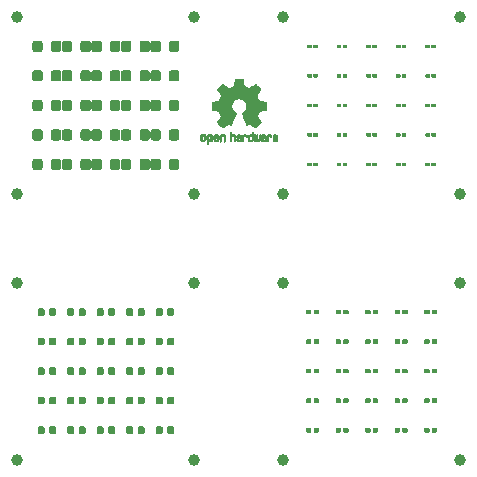
<source format=gbr>
G04 #@! TF.GenerationSoftware,KiCad,Pcbnew,(5.0.0)*
G04 #@! TF.CreationDate,2019-02-17T23:19:19-05:00*
G04 #@! TF.ProjectId,smd test,736D6420746573742E6B696361645F70,rev?*
G04 #@! TF.SameCoordinates,Original*
G04 #@! TF.FileFunction,Copper,L1,Top,Signal*
G04 #@! TF.FilePolarity,Positive*
%FSLAX46Y46*%
G04 Gerber Fmt 4.6, Leading zero omitted, Abs format (unit mm)*
G04 Created by KiCad (PCBNEW (5.0.0)) date 02/17/19 23:19:19*
%MOMM*%
%LPD*%
G01*
G04 APERTURE LIST*
G04 #@! TA.AperFunction,EtchedComponent*
%ADD10C,0.010000*%
G04 #@! TD*
G04 #@! TA.AperFunction,Conductor*
%ADD11C,0.100000*%
G04 #@! TD*
G04 #@! TA.AperFunction,SMDPad,CuDef*
%ADD12C,0.300000*%
G04 #@! TD*
G04 #@! TA.AperFunction,BGAPad,CuDef*
%ADD13C,1.000000*%
G04 #@! TD*
G04 #@! TA.AperFunction,SMDPad,CuDef*
%ADD14C,0.875000*%
G04 #@! TD*
G04 #@! TA.AperFunction,SMDPad,CuDef*
%ADD15C,0.400000*%
G04 #@! TD*
G04 #@! TA.AperFunction,SMDPad,CuDef*
%ADD16C,0.590000*%
G04 #@! TD*
G04 APERTURE END LIST*
D10*
G04 #@! TO.C,REF\002A\002A\002A*
G36*
X169853910Y-56492348D02*
X169932454Y-56492778D01*
X169989298Y-56493942D01*
X170028105Y-56496207D01*
X170052538Y-56499940D01*
X170066262Y-56505506D01*
X170072940Y-56513273D01*
X170076236Y-56523605D01*
X170076556Y-56524943D01*
X170081562Y-56549079D01*
X170090829Y-56596701D01*
X170103392Y-56662741D01*
X170118287Y-56742128D01*
X170134551Y-56829796D01*
X170135119Y-56832875D01*
X170151410Y-56918789D01*
X170166652Y-56994696D01*
X170179861Y-57056045D01*
X170190054Y-57098282D01*
X170196248Y-57116855D01*
X170196543Y-57117184D01*
X170214788Y-57126253D01*
X170252405Y-57141367D01*
X170301271Y-57159262D01*
X170301543Y-57159358D01*
X170363093Y-57182493D01*
X170435657Y-57211965D01*
X170504057Y-57241597D01*
X170507294Y-57243062D01*
X170618702Y-57293626D01*
X170865399Y-57125160D01*
X170941077Y-57073803D01*
X171009631Y-57027889D01*
X171067088Y-56990030D01*
X171109476Y-56962837D01*
X171132825Y-56948921D01*
X171135042Y-56947889D01*
X171152010Y-56952484D01*
X171183701Y-56974655D01*
X171231352Y-57015447D01*
X171296198Y-57075905D01*
X171362397Y-57140227D01*
X171426214Y-57203612D01*
X171483329Y-57261451D01*
X171530305Y-57310175D01*
X171563703Y-57346210D01*
X171580085Y-57365984D01*
X171580694Y-57367002D01*
X171582505Y-57380572D01*
X171575683Y-57402733D01*
X171558540Y-57436478D01*
X171529393Y-57484800D01*
X171486555Y-57550692D01*
X171429448Y-57635517D01*
X171378766Y-57710177D01*
X171333461Y-57777140D01*
X171296150Y-57832516D01*
X171269452Y-57872420D01*
X171255985Y-57892962D01*
X171255137Y-57894356D01*
X171256781Y-57914038D01*
X171269245Y-57952293D01*
X171290048Y-58001889D01*
X171297462Y-58017728D01*
X171329814Y-58088290D01*
X171364328Y-58168353D01*
X171392365Y-58237629D01*
X171412568Y-58289045D01*
X171428615Y-58328119D01*
X171437888Y-58348541D01*
X171439041Y-58350114D01*
X171456096Y-58352721D01*
X171496298Y-58359863D01*
X171554302Y-58370523D01*
X171624763Y-58383685D01*
X171702335Y-58398333D01*
X171781672Y-58413449D01*
X171857431Y-58428018D01*
X171924264Y-58441022D01*
X171976828Y-58451445D01*
X172009776Y-58458270D01*
X172017857Y-58460199D01*
X172026205Y-58464962D01*
X172032506Y-58475718D01*
X172037045Y-58496098D01*
X172040104Y-58529734D01*
X172041967Y-58580255D01*
X172042918Y-58651292D01*
X172043240Y-58746476D01*
X172043257Y-58785492D01*
X172043257Y-59102799D01*
X171967057Y-59117839D01*
X171924663Y-59125995D01*
X171861400Y-59137899D01*
X171784962Y-59152116D01*
X171703043Y-59167210D01*
X171680400Y-59171355D01*
X171604806Y-59186053D01*
X171538953Y-59200505D01*
X171488366Y-59213375D01*
X171458574Y-59223322D01*
X171453612Y-59226287D01*
X171441426Y-59247283D01*
X171423953Y-59287967D01*
X171404577Y-59340322D01*
X171400734Y-59351600D01*
X171375339Y-59421523D01*
X171343817Y-59500418D01*
X171312969Y-59571266D01*
X171312817Y-59571595D01*
X171261447Y-59682733D01*
X171430399Y-59931253D01*
X171599352Y-60179772D01*
X171382429Y-60397058D01*
X171316819Y-60461726D01*
X171256979Y-60518733D01*
X171206267Y-60565033D01*
X171168046Y-60597584D01*
X171145675Y-60613343D01*
X171142466Y-60614343D01*
X171123626Y-60606469D01*
X171085180Y-60584578D01*
X171031330Y-60551267D01*
X170966276Y-60509131D01*
X170895940Y-60461943D01*
X170824555Y-60413810D01*
X170760908Y-60371928D01*
X170709041Y-60338871D01*
X170672995Y-60317218D01*
X170656867Y-60309543D01*
X170637189Y-60316037D01*
X170599875Y-60333150D01*
X170552621Y-60357326D01*
X170547612Y-60360013D01*
X170483977Y-60391927D01*
X170440341Y-60407579D01*
X170413202Y-60407745D01*
X170399057Y-60393204D01*
X170398975Y-60393000D01*
X170391905Y-60375779D01*
X170375042Y-60334899D01*
X170349695Y-60273525D01*
X170317171Y-60194819D01*
X170278778Y-60101947D01*
X170235822Y-59998072D01*
X170194222Y-59897502D01*
X170148504Y-59786516D01*
X170106526Y-59683703D01*
X170069548Y-59592215D01*
X170038827Y-59515201D01*
X170015622Y-59455815D01*
X170001190Y-59417209D01*
X169996743Y-59402800D01*
X170007896Y-59386272D01*
X170037069Y-59359930D01*
X170075971Y-59330887D01*
X170186757Y-59239039D01*
X170273351Y-59133759D01*
X170334716Y-59017266D01*
X170369815Y-58891776D01*
X170377608Y-58759507D01*
X170371943Y-58698457D01*
X170341078Y-58571795D01*
X170287920Y-58459941D01*
X170215767Y-58364001D01*
X170127917Y-58285076D01*
X170027665Y-58224270D01*
X169918310Y-58182687D01*
X169803147Y-58161428D01*
X169685475Y-58161599D01*
X169568590Y-58184301D01*
X169455789Y-58230638D01*
X169350369Y-58301713D01*
X169306368Y-58341911D01*
X169221979Y-58445129D01*
X169163222Y-58557925D01*
X169129704Y-58677010D01*
X169121035Y-58799095D01*
X169136823Y-58920893D01*
X169176678Y-59039116D01*
X169240207Y-59150475D01*
X169327021Y-59251684D01*
X169424029Y-59330887D01*
X169464437Y-59361162D01*
X169492982Y-59387219D01*
X169503257Y-59402825D01*
X169497877Y-59419843D01*
X169482575Y-59460500D01*
X169458612Y-59521642D01*
X169427244Y-59600119D01*
X169389732Y-59692780D01*
X169347333Y-59796472D01*
X169305663Y-59897526D01*
X169259690Y-60008607D01*
X169217107Y-60111541D01*
X169179221Y-60203165D01*
X169147340Y-60280316D01*
X169122771Y-60339831D01*
X169106820Y-60378544D01*
X169100910Y-60393000D01*
X169086948Y-60407685D01*
X169059940Y-60407642D01*
X169016413Y-60392099D01*
X168952890Y-60360284D01*
X168952388Y-60360013D01*
X168904560Y-60335323D01*
X168865897Y-60317338D01*
X168844095Y-60309614D01*
X168843133Y-60309543D01*
X168826721Y-60317378D01*
X168790487Y-60339165D01*
X168738474Y-60372328D01*
X168674725Y-60414291D01*
X168604060Y-60461943D01*
X168532116Y-60510191D01*
X168467274Y-60552151D01*
X168413735Y-60585227D01*
X168375697Y-60606821D01*
X168357533Y-60614343D01*
X168340808Y-60604457D01*
X168307180Y-60576826D01*
X168260010Y-60534495D01*
X168202658Y-60480505D01*
X168138484Y-60417899D01*
X168117497Y-60396983D01*
X167900499Y-60179623D01*
X168065668Y-59937220D01*
X168115864Y-59862781D01*
X168159919Y-59795972D01*
X168195362Y-59740665D01*
X168219719Y-59700729D01*
X168230522Y-59680036D01*
X168230838Y-59678563D01*
X168225143Y-59659058D01*
X168209826Y-59619822D01*
X168187537Y-59567430D01*
X168171893Y-59532355D01*
X168142641Y-59465201D01*
X168115094Y-59397358D01*
X168093737Y-59340034D01*
X168087935Y-59322572D01*
X168071452Y-59275938D01*
X168055340Y-59239905D01*
X168046490Y-59226287D01*
X168026960Y-59217952D01*
X167984334Y-59206137D01*
X167924145Y-59192181D01*
X167851922Y-59177422D01*
X167819600Y-59171355D01*
X167737522Y-59156273D01*
X167658795Y-59141669D01*
X167591109Y-59128980D01*
X167542160Y-59119642D01*
X167532943Y-59117839D01*
X167456743Y-59102799D01*
X167456743Y-58785492D01*
X167456914Y-58681154D01*
X167457616Y-58602213D01*
X167459134Y-58545038D01*
X167461749Y-58505999D01*
X167465746Y-58481465D01*
X167471409Y-58467805D01*
X167479020Y-58461389D01*
X167482143Y-58460199D01*
X167500978Y-58455980D01*
X167542588Y-58447562D01*
X167601630Y-58435961D01*
X167672757Y-58422195D01*
X167750625Y-58407280D01*
X167829887Y-58392232D01*
X167905198Y-58378069D01*
X167971213Y-58365806D01*
X168022587Y-58356461D01*
X168053975Y-58351050D01*
X168060959Y-58350114D01*
X168067285Y-58337596D01*
X168081290Y-58304246D01*
X168100355Y-58256377D01*
X168107634Y-58237629D01*
X168136996Y-58165195D01*
X168171571Y-58085170D01*
X168202537Y-58017728D01*
X168225323Y-57966159D01*
X168240482Y-57923785D01*
X168245542Y-57897834D01*
X168244736Y-57894356D01*
X168234041Y-57877936D01*
X168209620Y-57841417D01*
X168174095Y-57788687D01*
X168130087Y-57723635D01*
X168080217Y-57650151D01*
X168070356Y-57635645D01*
X168012492Y-57549704D01*
X167969956Y-57484261D01*
X167941054Y-57436304D01*
X167924090Y-57402820D01*
X167917367Y-57380795D01*
X167919190Y-57367217D01*
X167919236Y-57367131D01*
X167933586Y-57349297D01*
X167965323Y-57314817D01*
X168011010Y-57267268D01*
X168067204Y-57210222D01*
X168130468Y-57147255D01*
X168137602Y-57140227D01*
X168217330Y-57063020D01*
X168278857Y-57006330D01*
X168323421Y-56969110D01*
X168352257Y-56950315D01*
X168364958Y-56947889D01*
X168383494Y-56958471D01*
X168421961Y-56982916D01*
X168476386Y-57018612D01*
X168542798Y-57062947D01*
X168617225Y-57113311D01*
X168634601Y-57125160D01*
X168881297Y-57293626D01*
X168992706Y-57243062D01*
X169060457Y-57213595D01*
X169133183Y-57183959D01*
X169195703Y-57160330D01*
X169198457Y-57159358D01*
X169247360Y-57141457D01*
X169285057Y-57126320D01*
X169303425Y-57117210D01*
X169303456Y-57117184D01*
X169309285Y-57100717D01*
X169319192Y-57060219D01*
X169332195Y-57000242D01*
X169347309Y-56925340D01*
X169363552Y-56840064D01*
X169364881Y-56832875D01*
X169381175Y-56745014D01*
X169396133Y-56665260D01*
X169408791Y-56598681D01*
X169418186Y-56550347D01*
X169423354Y-56525325D01*
X169423444Y-56524943D01*
X169426589Y-56514299D01*
X169432704Y-56506262D01*
X169445453Y-56500467D01*
X169468500Y-56496547D01*
X169505509Y-56494135D01*
X169560144Y-56492865D01*
X169636067Y-56492371D01*
X169736944Y-56492286D01*
X169750000Y-56492286D01*
X169853910Y-56492348D01*
X169853910Y-56492348D01*
G37*
X169853910Y-56492348D02*
X169932454Y-56492778D01*
X169989298Y-56493942D01*
X170028105Y-56496207D01*
X170052538Y-56499940D01*
X170066262Y-56505506D01*
X170072940Y-56513273D01*
X170076236Y-56523605D01*
X170076556Y-56524943D01*
X170081562Y-56549079D01*
X170090829Y-56596701D01*
X170103392Y-56662741D01*
X170118287Y-56742128D01*
X170134551Y-56829796D01*
X170135119Y-56832875D01*
X170151410Y-56918789D01*
X170166652Y-56994696D01*
X170179861Y-57056045D01*
X170190054Y-57098282D01*
X170196248Y-57116855D01*
X170196543Y-57117184D01*
X170214788Y-57126253D01*
X170252405Y-57141367D01*
X170301271Y-57159262D01*
X170301543Y-57159358D01*
X170363093Y-57182493D01*
X170435657Y-57211965D01*
X170504057Y-57241597D01*
X170507294Y-57243062D01*
X170618702Y-57293626D01*
X170865399Y-57125160D01*
X170941077Y-57073803D01*
X171009631Y-57027889D01*
X171067088Y-56990030D01*
X171109476Y-56962837D01*
X171132825Y-56948921D01*
X171135042Y-56947889D01*
X171152010Y-56952484D01*
X171183701Y-56974655D01*
X171231352Y-57015447D01*
X171296198Y-57075905D01*
X171362397Y-57140227D01*
X171426214Y-57203612D01*
X171483329Y-57261451D01*
X171530305Y-57310175D01*
X171563703Y-57346210D01*
X171580085Y-57365984D01*
X171580694Y-57367002D01*
X171582505Y-57380572D01*
X171575683Y-57402733D01*
X171558540Y-57436478D01*
X171529393Y-57484800D01*
X171486555Y-57550692D01*
X171429448Y-57635517D01*
X171378766Y-57710177D01*
X171333461Y-57777140D01*
X171296150Y-57832516D01*
X171269452Y-57872420D01*
X171255985Y-57892962D01*
X171255137Y-57894356D01*
X171256781Y-57914038D01*
X171269245Y-57952293D01*
X171290048Y-58001889D01*
X171297462Y-58017728D01*
X171329814Y-58088290D01*
X171364328Y-58168353D01*
X171392365Y-58237629D01*
X171412568Y-58289045D01*
X171428615Y-58328119D01*
X171437888Y-58348541D01*
X171439041Y-58350114D01*
X171456096Y-58352721D01*
X171496298Y-58359863D01*
X171554302Y-58370523D01*
X171624763Y-58383685D01*
X171702335Y-58398333D01*
X171781672Y-58413449D01*
X171857431Y-58428018D01*
X171924264Y-58441022D01*
X171976828Y-58451445D01*
X172009776Y-58458270D01*
X172017857Y-58460199D01*
X172026205Y-58464962D01*
X172032506Y-58475718D01*
X172037045Y-58496098D01*
X172040104Y-58529734D01*
X172041967Y-58580255D01*
X172042918Y-58651292D01*
X172043240Y-58746476D01*
X172043257Y-58785492D01*
X172043257Y-59102799D01*
X171967057Y-59117839D01*
X171924663Y-59125995D01*
X171861400Y-59137899D01*
X171784962Y-59152116D01*
X171703043Y-59167210D01*
X171680400Y-59171355D01*
X171604806Y-59186053D01*
X171538953Y-59200505D01*
X171488366Y-59213375D01*
X171458574Y-59223322D01*
X171453612Y-59226287D01*
X171441426Y-59247283D01*
X171423953Y-59287967D01*
X171404577Y-59340322D01*
X171400734Y-59351600D01*
X171375339Y-59421523D01*
X171343817Y-59500418D01*
X171312969Y-59571266D01*
X171312817Y-59571595D01*
X171261447Y-59682733D01*
X171430399Y-59931253D01*
X171599352Y-60179772D01*
X171382429Y-60397058D01*
X171316819Y-60461726D01*
X171256979Y-60518733D01*
X171206267Y-60565033D01*
X171168046Y-60597584D01*
X171145675Y-60613343D01*
X171142466Y-60614343D01*
X171123626Y-60606469D01*
X171085180Y-60584578D01*
X171031330Y-60551267D01*
X170966276Y-60509131D01*
X170895940Y-60461943D01*
X170824555Y-60413810D01*
X170760908Y-60371928D01*
X170709041Y-60338871D01*
X170672995Y-60317218D01*
X170656867Y-60309543D01*
X170637189Y-60316037D01*
X170599875Y-60333150D01*
X170552621Y-60357326D01*
X170547612Y-60360013D01*
X170483977Y-60391927D01*
X170440341Y-60407579D01*
X170413202Y-60407745D01*
X170399057Y-60393204D01*
X170398975Y-60393000D01*
X170391905Y-60375779D01*
X170375042Y-60334899D01*
X170349695Y-60273525D01*
X170317171Y-60194819D01*
X170278778Y-60101947D01*
X170235822Y-59998072D01*
X170194222Y-59897502D01*
X170148504Y-59786516D01*
X170106526Y-59683703D01*
X170069548Y-59592215D01*
X170038827Y-59515201D01*
X170015622Y-59455815D01*
X170001190Y-59417209D01*
X169996743Y-59402800D01*
X170007896Y-59386272D01*
X170037069Y-59359930D01*
X170075971Y-59330887D01*
X170186757Y-59239039D01*
X170273351Y-59133759D01*
X170334716Y-59017266D01*
X170369815Y-58891776D01*
X170377608Y-58759507D01*
X170371943Y-58698457D01*
X170341078Y-58571795D01*
X170287920Y-58459941D01*
X170215767Y-58364001D01*
X170127917Y-58285076D01*
X170027665Y-58224270D01*
X169918310Y-58182687D01*
X169803147Y-58161428D01*
X169685475Y-58161599D01*
X169568590Y-58184301D01*
X169455789Y-58230638D01*
X169350369Y-58301713D01*
X169306368Y-58341911D01*
X169221979Y-58445129D01*
X169163222Y-58557925D01*
X169129704Y-58677010D01*
X169121035Y-58799095D01*
X169136823Y-58920893D01*
X169176678Y-59039116D01*
X169240207Y-59150475D01*
X169327021Y-59251684D01*
X169424029Y-59330887D01*
X169464437Y-59361162D01*
X169492982Y-59387219D01*
X169503257Y-59402825D01*
X169497877Y-59419843D01*
X169482575Y-59460500D01*
X169458612Y-59521642D01*
X169427244Y-59600119D01*
X169389732Y-59692780D01*
X169347333Y-59796472D01*
X169305663Y-59897526D01*
X169259690Y-60008607D01*
X169217107Y-60111541D01*
X169179221Y-60203165D01*
X169147340Y-60280316D01*
X169122771Y-60339831D01*
X169106820Y-60378544D01*
X169100910Y-60393000D01*
X169086948Y-60407685D01*
X169059940Y-60407642D01*
X169016413Y-60392099D01*
X168952890Y-60360284D01*
X168952388Y-60360013D01*
X168904560Y-60335323D01*
X168865897Y-60317338D01*
X168844095Y-60309614D01*
X168843133Y-60309543D01*
X168826721Y-60317378D01*
X168790487Y-60339165D01*
X168738474Y-60372328D01*
X168674725Y-60414291D01*
X168604060Y-60461943D01*
X168532116Y-60510191D01*
X168467274Y-60552151D01*
X168413735Y-60585227D01*
X168375697Y-60606821D01*
X168357533Y-60614343D01*
X168340808Y-60604457D01*
X168307180Y-60576826D01*
X168260010Y-60534495D01*
X168202658Y-60480505D01*
X168138484Y-60417899D01*
X168117497Y-60396983D01*
X167900499Y-60179623D01*
X168065668Y-59937220D01*
X168115864Y-59862781D01*
X168159919Y-59795972D01*
X168195362Y-59740665D01*
X168219719Y-59700729D01*
X168230522Y-59680036D01*
X168230838Y-59678563D01*
X168225143Y-59659058D01*
X168209826Y-59619822D01*
X168187537Y-59567430D01*
X168171893Y-59532355D01*
X168142641Y-59465201D01*
X168115094Y-59397358D01*
X168093737Y-59340034D01*
X168087935Y-59322572D01*
X168071452Y-59275938D01*
X168055340Y-59239905D01*
X168046490Y-59226287D01*
X168026960Y-59217952D01*
X167984334Y-59206137D01*
X167924145Y-59192181D01*
X167851922Y-59177422D01*
X167819600Y-59171355D01*
X167737522Y-59156273D01*
X167658795Y-59141669D01*
X167591109Y-59128980D01*
X167542160Y-59119642D01*
X167532943Y-59117839D01*
X167456743Y-59102799D01*
X167456743Y-58785492D01*
X167456914Y-58681154D01*
X167457616Y-58602213D01*
X167459134Y-58545038D01*
X167461749Y-58505999D01*
X167465746Y-58481465D01*
X167471409Y-58467805D01*
X167479020Y-58461389D01*
X167482143Y-58460199D01*
X167500978Y-58455980D01*
X167542588Y-58447562D01*
X167601630Y-58435961D01*
X167672757Y-58422195D01*
X167750625Y-58407280D01*
X167829887Y-58392232D01*
X167905198Y-58378069D01*
X167971213Y-58365806D01*
X168022587Y-58356461D01*
X168053975Y-58351050D01*
X168060959Y-58350114D01*
X168067285Y-58337596D01*
X168081290Y-58304246D01*
X168100355Y-58256377D01*
X168107634Y-58237629D01*
X168136996Y-58165195D01*
X168171571Y-58085170D01*
X168202537Y-58017728D01*
X168225323Y-57966159D01*
X168240482Y-57923785D01*
X168245542Y-57897834D01*
X168244736Y-57894356D01*
X168234041Y-57877936D01*
X168209620Y-57841417D01*
X168174095Y-57788687D01*
X168130087Y-57723635D01*
X168080217Y-57650151D01*
X168070356Y-57635645D01*
X168012492Y-57549704D01*
X167969956Y-57484261D01*
X167941054Y-57436304D01*
X167924090Y-57402820D01*
X167917367Y-57380795D01*
X167919190Y-57367217D01*
X167919236Y-57367131D01*
X167933586Y-57349297D01*
X167965323Y-57314817D01*
X168011010Y-57267268D01*
X168067204Y-57210222D01*
X168130468Y-57147255D01*
X168137602Y-57140227D01*
X168217330Y-57063020D01*
X168278857Y-57006330D01*
X168323421Y-56969110D01*
X168352257Y-56950315D01*
X168364958Y-56947889D01*
X168383494Y-56958471D01*
X168421961Y-56982916D01*
X168476386Y-57018612D01*
X168542798Y-57062947D01*
X168617225Y-57113311D01*
X168634601Y-57125160D01*
X168881297Y-57293626D01*
X168992706Y-57243062D01*
X169060457Y-57213595D01*
X169133183Y-57183959D01*
X169195703Y-57160330D01*
X169198457Y-57159358D01*
X169247360Y-57141457D01*
X169285057Y-57126320D01*
X169303425Y-57117210D01*
X169303456Y-57117184D01*
X169309285Y-57100717D01*
X169319192Y-57060219D01*
X169332195Y-57000242D01*
X169347309Y-56925340D01*
X169363552Y-56840064D01*
X169364881Y-56832875D01*
X169381175Y-56745014D01*
X169396133Y-56665260D01*
X169408791Y-56598681D01*
X169418186Y-56550347D01*
X169423354Y-56525325D01*
X169423444Y-56524943D01*
X169426589Y-56514299D01*
X169432704Y-56506262D01*
X169445453Y-56500467D01*
X169468500Y-56496547D01*
X169505509Y-56494135D01*
X169560144Y-56492865D01*
X169636067Y-56492371D01*
X169736944Y-56492286D01*
X169750000Y-56492286D01*
X169853910Y-56492348D01*
G36*
X172903595Y-61216966D02*
X172961021Y-61254497D01*
X172988719Y-61288096D01*
X173010662Y-61349064D01*
X173012405Y-61397308D01*
X173008457Y-61461816D01*
X172859686Y-61526934D01*
X172787349Y-61560202D01*
X172740084Y-61586964D01*
X172715507Y-61610144D01*
X172711237Y-61632667D01*
X172724889Y-61657455D01*
X172739943Y-61673886D01*
X172783746Y-61700235D01*
X172831389Y-61702081D01*
X172875145Y-61681546D01*
X172907289Y-61640752D01*
X172913038Y-61626347D01*
X172940576Y-61581356D01*
X172972258Y-61562182D01*
X173015714Y-61545779D01*
X173015714Y-61607966D01*
X173011872Y-61650283D01*
X172996823Y-61685969D01*
X172965280Y-61726943D01*
X172960592Y-61732267D01*
X172925506Y-61768720D01*
X172895347Y-61788283D01*
X172857615Y-61797283D01*
X172826335Y-61800230D01*
X172770385Y-61800965D01*
X172730555Y-61791660D01*
X172705708Y-61777846D01*
X172666656Y-61747467D01*
X172639625Y-61714613D01*
X172622517Y-61673294D01*
X172613238Y-61617521D01*
X172609693Y-61541305D01*
X172609410Y-61502622D01*
X172610372Y-61456247D01*
X172698007Y-61456247D01*
X172699023Y-61481126D01*
X172701556Y-61485200D01*
X172718274Y-61479665D01*
X172754249Y-61465017D01*
X172802331Y-61444190D01*
X172812386Y-61439714D01*
X172873152Y-61408814D01*
X172906632Y-61381657D01*
X172913990Y-61356220D01*
X172896391Y-61330481D01*
X172881856Y-61319109D01*
X172829410Y-61296364D01*
X172780322Y-61300122D01*
X172739227Y-61327884D01*
X172710758Y-61377152D01*
X172701631Y-61416257D01*
X172698007Y-61456247D01*
X172610372Y-61456247D01*
X172611285Y-61412249D01*
X172618196Y-61345384D01*
X172631884Y-61296695D01*
X172654096Y-61260849D01*
X172686574Y-61232513D01*
X172700733Y-61223355D01*
X172765053Y-61199507D01*
X172835473Y-61198006D01*
X172903595Y-61216966D01*
X172903595Y-61216966D01*
G37*
X172903595Y-61216966D02*
X172961021Y-61254497D01*
X172988719Y-61288096D01*
X173010662Y-61349064D01*
X173012405Y-61397308D01*
X173008457Y-61461816D01*
X172859686Y-61526934D01*
X172787349Y-61560202D01*
X172740084Y-61586964D01*
X172715507Y-61610144D01*
X172711237Y-61632667D01*
X172724889Y-61657455D01*
X172739943Y-61673886D01*
X172783746Y-61700235D01*
X172831389Y-61702081D01*
X172875145Y-61681546D01*
X172907289Y-61640752D01*
X172913038Y-61626347D01*
X172940576Y-61581356D01*
X172972258Y-61562182D01*
X173015714Y-61545779D01*
X173015714Y-61607966D01*
X173011872Y-61650283D01*
X172996823Y-61685969D01*
X172965280Y-61726943D01*
X172960592Y-61732267D01*
X172925506Y-61768720D01*
X172895347Y-61788283D01*
X172857615Y-61797283D01*
X172826335Y-61800230D01*
X172770385Y-61800965D01*
X172730555Y-61791660D01*
X172705708Y-61777846D01*
X172666656Y-61747467D01*
X172639625Y-61714613D01*
X172622517Y-61673294D01*
X172613238Y-61617521D01*
X172609693Y-61541305D01*
X172609410Y-61502622D01*
X172610372Y-61456247D01*
X172698007Y-61456247D01*
X172699023Y-61481126D01*
X172701556Y-61485200D01*
X172718274Y-61479665D01*
X172754249Y-61465017D01*
X172802331Y-61444190D01*
X172812386Y-61439714D01*
X172873152Y-61408814D01*
X172906632Y-61381657D01*
X172913990Y-61356220D01*
X172896391Y-61330481D01*
X172881856Y-61319109D01*
X172829410Y-61296364D01*
X172780322Y-61300122D01*
X172739227Y-61327884D01*
X172710758Y-61377152D01*
X172701631Y-61416257D01*
X172698007Y-61456247D01*
X172610372Y-61456247D01*
X172611285Y-61412249D01*
X172618196Y-61345384D01*
X172631884Y-61296695D01*
X172654096Y-61260849D01*
X172686574Y-61232513D01*
X172700733Y-61223355D01*
X172765053Y-61199507D01*
X172835473Y-61198006D01*
X172903595Y-61216966D01*
G36*
X172402600Y-61208752D02*
X172419948Y-61216334D01*
X172461356Y-61249128D01*
X172496765Y-61296547D01*
X172518664Y-61347151D01*
X172522229Y-61372098D01*
X172510279Y-61406927D01*
X172484067Y-61425357D01*
X172455964Y-61436516D01*
X172443095Y-61438572D01*
X172436829Y-61423649D01*
X172424456Y-61391175D01*
X172419028Y-61376502D01*
X172388590Y-61325744D01*
X172344520Y-61300427D01*
X172288010Y-61301206D01*
X172283825Y-61302203D01*
X172253655Y-61316507D01*
X172231476Y-61344393D01*
X172216327Y-61389287D01*
X172207250Y-61454615D01*
X172203286Y-61543804D01*
X172202914Y-61591261D01*
X172202730Y-61666071D01*
X172201522Y-61717069D01*
X172198309Y-61749471D01*
X172192109Y-61768495D01*
X172181940Y-61779356D01*
X172166819Y-61787272D01*
X172165946Y-61787670D01*
X172136828Y-61799981D01*
X172122403Y-61804514D01*
X172120186Y-61790809D01*
X172118289Y-61752925D01*
X172116847Y-61695715D01*
X172115998Y-61624027D01*
X172115829Y-61571565D01*
X172116692Y-61470047D01*
X172120070Y-61393032D01*
X172127142Y-61336023D01*
X172139088Y-61294526D01*
X172157090Y-61264043D01*
X172182327Y-61240080D01*
X172207247Y-61223355D01*
X172267171Y-61201097D01*
X172336911Y-61196076D01*
X172402600Y-61208752D01*
X172402600Y-61208752D01*
G37*
X172402600Y-61208752D02*
X172419948Y-61216334D01*
X172461356Y-61249128D01*
X172496765Y-61296547D01*
X172518664Y-61347151D01*
X172522229Y-61372098D01*
X172510279Y-61406927D01*
X172484067Y-61425357D01*
X172455964Y-61436516D01*
X172443095Y-61438572D01*
X172436829Y-61423649D01*
X172424456Y-61391175D01*
X172419028Y-61376502D01*
X172388590Y-61325744D01*
X172344520Y-61300427D01*
X172288010Y-61301206D01*
X172283825Y-61302203D01*
X172253655Y-61316507D01*
X172231476Y-61344393D01*
X172216327Y-61389287D01*
X172207250Y-61454615D01*
X172203286Y-61543804D01*
X172202914Y-61591261D01*
X172202730Y-61666071D01*
X172201522Y-61717069D01*
X172198309Y-61749471D01*
X172192109Y-61768495D01*
X172181940Y-61779356D01*
X172166819Y-61787272D01*
X172165946Y-61787670D01*
X172136828Y-61799981D01*
X172122403Y-61804514D01*
X172120186Y-61790809D01*
X172118289Y-61752925D01*
X172116847Y-61695715D01*
X172115998Y-61624027D01*
X172115829Y-61571565D01*
X172116692Y-61470047D01*
X172120070Y-61393032D01*
X172127142Y-61336023D01*
X172139088Y-61294526D01*
X172157090Y-61264043D01*
X172182327Y-61240080D01*
X172207247Y-61223355D01*
X172267171Y-61201097D01*
X172336911Y-61196076D01*
X172402600Y-61208752D01*
G36*
X171894876Y-61206335D02*
X171936667Y-61225344D01*
X171969469Y-61248378D01*
X171993503Y-61274133D01*
X172010097Y-61307358D01*
X172020577Y-61352800D01*
X172026271Y-61415207D01*
X172028507Y-61499327D01*
X172028743Y-61554721D01*
X172028743Y-61770826D01*
X171991774Y-61787670D01*
X171962656Y-61799981D01*
X171948231Y-61804514D01*
X171945472Y-61791025D01*
X171943282Y-61754653D01*
X171941942Y-61701542D01*
X171941657Y-61659372D01*
X171940434Y-61598447D01*
X171937136Y-61550115D01*
X171932321Y-61520518D01*
X171928496Y-61514229D01*
X171902783Y-61520652D01*
X171862418Y-61537125D01*
X171815679Y-61559458D01*
X171770845Y-61583457D01*
X171736193Y-61604930D01*
X171720002Y-61619685D01*
X171719938Y-61619845D01*
X171721330Y-61647152D01*
X171733818Y-61673219D01*
X171755743Y-61694392D01*
X171787743Y-61701474D01*
X171815092Y-61700649D01*
X171853826Y-61700042D01*
X171874158Y-61709116D01*
X171886369Y-61733092D01*
X171887909Y-61737613D01*
X171893203Y-61771806D01*
X171879047Y-61792568D01*
X171842148Y-61802462D01*
X171802289Y-61804292D01*
X171730562Y-61790727D01*
X171693432Y-61771355D01*
X171647576Y-61725845D01*
X171623256Y-61669983D01*
X171621073Y-61610957D01*
X171641629Y-61555953D01*
X171672549Y-61521486D01*
X171703420Y-61502189D01*
X171751942Y-61477759D01*
X171808485Y-61452985D01*
X171817910Y-61449199D01*
X171880019Y-61421791D01*
X171915822Y-61397634D01*
X171927337Y-61373619D01*
X171916580Y-61346635D01*
X171898114Y-61325543D01*
X171854469Y-61299572D01*
X171806446Y-61297624D01*
X171762406Y-61317637D01*
X171730709Y-61357551D01*
X171726549Y-61367848D01*
X171702327Y-61405724D01*
X171666965Y-61433842D01*
X171622343Y-61456917D01*
X171622343Y-61391485D01*
X171624969Y-61351506D01*
X171636230Y-61319997D01*
X171661199Y-61286378D01*
X171685169Y-61260484D01*
X171722441Y-61223817D01*
X171751401Y-61204121D01*
X171782505Y-61196220D01*
X171817713Y-61194914D01*
X171894876Y-61206335D01*
X171894876Y-61206335D01*
G37*
X171894876Y-61206335D02*
X171936667Y-61225344D01*
X171969469Y-61248378D01*
X171993503Y-61274133D01*
X172010097Y-61307358D01*
X172020577Y-61352800D01*
X172026271Y-61415207D01*
X172028507Y-61499327D01*
X172028743Y-61554721D01*
X172028743Y-61770826D01*
X171991774Y-61787670D01*
X171962656Y-61799981D01*
X171948231Y-61804514D01*
X171945472Y-61791025D01*
X171943282Y-61754653D01*
X171941942Y-61701542D01*
X171941657Y-61659372D01*
X171940434Y-61598447D01*
X171937136Y-61550115D01*
X171932321Y-61520518D01*
X171928496Y-61514229D01*
X171902783Y-61520652D01*
X171862418Y-61537125D01*
X171815679Y-61559458D01*
X171770845Y-61583457D01*
X171736193Y-61604930D01*
X171720002Y-61619685D01*
X171719938Y-61619845D01*
X171721330Y-61647152D01*
X171733818Y-61673219D01*
X171755743Y-61694392D01*
X171787743Y-61701474D01*
X171815092Y-61700649D01*
X171853826Y-61700042D01*
X171874158Y-61709116D01*
X171886369Y-61733092D01*
X171887909Y-61737613D01*
X171893203Y-61771806D01*
X171879047Y-61792568D01*
X171842148Y-61802462D01*
X171802289Y-61804292D01*
X171730562Y-61790727D01*
X171693432Y-61771355D01*
X171647576Y-61725845D01*
X171623256Y-61669983D01*
X171621073Y-61610957D01*
X171641629Y-61555953D01*
X171672549Y-61521486D01*
X171703420Y-61502189D01*
X171751942Y-61477759D01*
X171808485Y-61452985D01*
X171817910Y-61449199D01*
X171880019Y-61421791D01*
X171915822Y-61397634D01*
X171927337Y-61373619D01*
X171916580Y-61346635D01*
X171898114Y-61325543D01*
X171854469Y-61299572D01*
X171806446Y-61297624D01*
X171762406Y-61317637D01*
X171730709Y-61357551D01*
X171726549Y-61367848D01*
X171702327Y-61405724D01*
X171666965Y-61433842D01*
X171622343Y-61456917D01*
X171622343Y-61391485D01*
X171624969Y-61351506D01*
X171636230Y-61319997D01*
X171661199Y-61286378D01*
X171685169Y-61260484D01*
X171722441Y-61223817D01*
X171751401Y-61204121D01*
X171782505Y-61196220D01*
X171817713Y-61194914D01*
X171894876Y-61206335D01*
G36*
X171529833Y-61208663D02*
X171532048Y-61246850D01*
X171533784Y-61304886D01*
X171534899Y-61378180D01*
X171535257Y-61455055D01*
X171535257Y-61715196D01*
X171489326Y-61761127D01*
X171457675Y-61789429D01*
X171429890Y-61800893D01*
X171391915Y-61800168D01*
X171376840Y-61798321D01*
X171329726Y-61792948D01*
X171290756Y-61789869D01*
X171281257Y-61789585D01*
X171249233Y-61791445D01*
X171203432Y-61796114D01*
X171185674Y-61798321D01*
X171142057Y-61801735D01*
X171112745Y-61794320D01*
X171083680Y-61771427D01*
X171073188Y-61761127D01*
X171027257Y-61715196D01*
X171027257Y-61228602D01*
X171064226Y-61211758D01*
X171096059Y-61199282D01*
X171114683Y-61194914D01*
X171119458Y-61208718D01*
X171123921Y-61247286D01*
X171127775Y-61306356D01*
X171130722Y-61381663D01*
X171132143Y-61445286D01*
X171136114Y-61695657D01*
X171170759Y-61700556D01*
X171202268Y-61697131D01*
X171217708Y-61686041D01*
X171222023Y-61665308D01*
X171225708Y-61621145D01*
X171228469Y-61559146D01*
X171230012Y-61484909D01*
X171230235Y-61446706D01*
X171230457Y-61226783D01*
X171276166Y-61210849D01*
X171308518Y-61200015D01*
X171326115Y-61194962D01*
X171326623Y-61194914D01*
X171328388Y-61208648D01*
X171330329Y-61246730D01*
X171332282Y-61304482D01*
X171334084Y-61377227D01*
X171335343Y-61445286D01*
X171339314Y-61695657D01*
X171426400Y-61695657D01*
X171430396Y-61467240D01*
X171434392Y-61238822D01*
X171476847Y-61216868D01*
X171508192Y-61201793D01*
X171526744Y-61194951D01*
X171527279Y-61194914D01*
X171529833Y-61208663D01*
X171529833Y-61208663D01*
G37*
X171529833Y-61208663D02*
X171532048Y-61246850D01*
X171533784Y-61304886D01*
X171534899Y-61378180D01*
X171535257Y-61455055D01*
X171535257Y-61715196D01*
X171489326Y-61761127D01*
X171457675Y-61789429D01*
X171429890Y-61800893D01*
X171391915Y-61800168D01*
X171376840Y-61798321D01*
X171329726Y-61792948D01*
X171290756Y-61789869D01*
X171281257Y-61789585D01*
X171249233Y-61791445D01*
X171203432Y-61796114D01*
X171185674Y-61798321D01*
X171142057Y-61801735D01*
X171112745Y-61794320D01*
X171083680Y-61771427D01*
X171073188Y-61761127D01*
X171027257Y-61715196D01*
X171027257Y-61228602D01*
X171064226Y-61211758D01*
X171096059Y-61199282D01*
X171114683Y-61194914D01*
X171119458Y-61208718D01*
X171123921Y-61247286D01*
X171127775Y-61306356D01*
X171130722Y-61381663D01*
X171132143Y-61445286D01*
X171136114Y-61695657D01*
X171170759Y-61700556D01*
X171202268Y-61697131D01*
X171217708Y-61686041D01*
X171222023Y-61665308D01*
X171225708Y-61621145D01*
X171228469Y-61559146D01*
X171230012Y-61484909D01*
X171230235Y-61446706D01*
X171230457Y-61226783D01*
X171276166Y-61210849D01*
X171308518Y-61200015D01*
X171326115Y-61194962D01*
X171326623Y-61194914D01*
X171328388Y-61208648D01*
X171330329Y-61246730D01*
X171332282Y-61304482D01*
X171334084Y-61377227D01*
X171335343Y-61445286D01*
X171339314Y-61695657D01*
X171426400Y-61695657D01*
X171430396Y-61467240D01*
X171434392Y-61238822D01*
X171476847Y-61216868D01*
X171508192Y-61201793D01*
X171526744Y-61194951D01*
X171527279Y-61194914D01*
X171529833Y-61208663D01*
G36*
X170940117Y-61315358D02*
X170939933Y-61423837D01*
X170939219Y-61507287D01*
X170937675Y-61569704D01*
X170935001Y-61615085D01*
X170930894Y-61647429D01*
X170925055Y-61670733D01*
X170917182Y-61688995D01*
X170911221Y-61699418D01*
X170861855Y-61755945D01*
X170799264Y-61791377D01*
X170730013Y-61804090D01*
X170660668Y-61792463D01*
X170619375Y-61771568D01*
X170576025Y-61735422D01*
X170546481Y-61691276D01*
X170528655Y-61633462D01*
X170520463Y-61556313D01*
X170519302Y-61499714D01*
X170519458Y-61495647D01*
X170620857Y-61495647D01*
X170621476Y-61560550D01*
X170624314Y-61603514D01*
X170630840Y-61631622D01*
X170642523Y-61651953D01*
X170656483Y-61667288D01*
X170703365Y-61696890D01*
X170753701Y-61699419D01*
X170801276Y-61674705D01*
X170804979Y-61671356D01*
X170820783Y-61653935D01*
X170830693Y-61633209D01*
X170836058Y-61602362D01*
X170838228Y-61554577D01*
X170838571Y-61501748D01*
X170837827Y-61435381D01*
X170834748Y-61391106D01*
X170828061Y-61362009D01*
X170816496Y-61341173D01*
X170807013Y-61330107D01*
X170762960Y-61302198D01*
X170712224Y-61298843D01*
X170663796Y-61320159D01*
X170654450Y-61328073D01*
X170638540Y-61345647D01*
X170628610Y-61366587D01*
X170623278Y-61397782D01*
X170621163Y-61446122D01*
X170620857Y-61495647D01*
X170519458Y-61495647D01*
X170522810Y-61408568D01*
X170534726Y-61340086D01*
X170557135Y-61288600D01*
X170592124Y-61248443D01*
X170619375Y-61227861D01*
X170668907Y-61205625D01*
X170726316Y-61195304D01*
X170779682Y-61198067D01*
X170809543Y-61209212D01*
X170821261Y-61212383D01*
X170829037Y-61200557D01*
X170834465Y-61168866D01*
X170838571Y-61120593D01*
X170843067Y-61066829D01*
X170849313Y-61034482D01*
X170860676Y-61015985D01*
X170880528Y-61003770D01*
X170893000Y-60998362D01*
X170940171Y-60978601D01*
X170940117Y-61315358D01*
X170940117Y-61315358D01*
G37*
X170940117Y-61315358D02*
X170939933Y-61423837D01*
X170939219Y-61507287D01*
X170937675Y-61569704D01*
X170935001Y-61615085D01*
X170930894Y-61647429D01*
X170925055Y-61670733D01*
X170917182Y-61688995D01*
X170911221Y-61699418D01*
X170861855Y-61755945D01*
X170799264Y-61791377D01*
X170730013Y-61804090D01*
X170660668Y-61792463D01*
X170619375Y-61771568D01*
X170576025Y-61735422D01*
X170546481Y-61691276D01*
X170528655Y-61633462D01*
X170520463Y-61556313D01*
X170519302Y-61499714D01*
X170519458Y-61495647D01*
X170620857Y-61495647D01*
X170621476Y-61560550D01*
X170624314Y-61603514D01*
X170630840Y-61631622D01*
X170642523Y-61651953D01*
X170656483Y-61667288D01*
X170703365Y-61696890D01*
X170753701Y-61699419D01*
X170801276Y-61674705D01*
X170804979Y-61671356D01*
X170820783Y-61653935D01*
X170830693Y-61633209D01*
X170836058Y-61602362D01*
X170838228Y-61554577D01*
X170838571Y-61501748D01*
X170837827Y-61435381D01*
X170834748Y-61391106D01*
X170828061Y-61362009D01*
X170816496Y-61341173D01*
X170807013Y-61330107D01*
X170762960Y-61302198D01*
X170712224Y-61298843D01*
X170663796Y-61320159D01*
X170654450Y-61328073D01*
X170638540Y-61345647D01*
X170628610Y-61366587D01*
X170623278Y-61397782D01*
X170621163Y-61446122D01*
X170620857Y-61495647D01*
X170519458Y-61495647D01*
X170522810Y-61408568D01*
X170534726Y-61340086D01*
X170557135Y-61288600D01*
X170592124Y-61248443D01*
X170619375Y-61227861D01*
X170668907Y-61205625D01*
X170726316Y-61195304D01*
X170779682Y-61198067D01*
X170809543Y-61209212D01*
X170821261Y-61212383D01*
X170829037Y-61200557D01*
X170834465Y-61168866D01*
X170838571Y-61120593D01*
X170843067Y-61066829D01*
X170849313Y-61034482D01*
X170860676Y-61015985D01*
X170880528Y-61003770D01*
X170893000Y-60998362D01*
X170940171Y-60978601D01*
X170940117Y-61315358D01*
G36*
X170279926Y-61199755D02*
X170345858Y-61224084D01*
X170399273Y-61267117D01*
X170420164Y-61297409D01*
X170442939Y-61352994D01*
X170442466Y-61393186D01*
X170418562Y-61420217D01*
X170409717Y-61424813D01*
X170371530Y-61439144D01*
X170352028Y-61435472D01*
X170345422Y-61411407D01*
X170345086Y-61398114D01*
X170332992Y-61349210D01*
X170301471Y-61314999D01*
X170257659Y-61298476D01*
X170208695Y-61302634D01*
X170168894Y-61324227D01*
X170155450Y-61336544D01*
X170145921Y-61351487D01*
X170139485Y-61374075D01*
X170135317Y-61409328D01*
X170132597Y-61462266D01*
X170130502Y-61537907D01*
X170129960Y-61561857D01*
X170127981Y-61643790D01*
X170125731Y-61701455D01*
X170122357Y-61739608D01*
X170117006Y-61763004D01*
X170108824Y-61776398D01*
X170096959Y-61784545D01*
X170089362Y-61788144D01*
X170057102Y-61800452D01*
X170038111Y-61804514D01*
X170031836Y-61790948D01*
X170028006Y-61749934D01*
X170026600Y-61680999D01*
X170027598Y-61583669D01*
X170027908Y-61568657D01*
X170030101Y-61479859D01*
X170032693Y-61415019D01*
X170036382Y-61369067D01*
X170041864Y-61336935D01*
X170049835Y-61313553D01*
X170060993Y-61293852D01*
X170066830Y-61285410D01*
X170100296Y-61248057D01*
X170137727Y-61219003D01*
X170142309Y-61216467D01*
X170209426Y-61196443D01*
X170279926Y-61199755D01*
X170279926Y-61199755D01*
G37*
X170279926Y-61199755D02*
X170345858Y-61224084D01*
X170399273Y-61267117D01*
X170420164Y-61297409D01*
X170442939Y-61352994D01*
X170442466Y-61393186D01*
X170418562Y-61420217D01*
X170409717Y-61424813D01*
X170371530Y-61439144D01*
X170352028Y-61435472D01*
X170345422Y-61411407D01*
X170345086Y-61398114D01*
X170332992Y-61349210D01*
X170301471Y-61314999D01*
X170257659Y-61298476D01*
X170208695Y-61302634D01*
X170168894Y-61324227D01*
X170155450Y-61336544D01*
X170145921Y-61351487D01*
X170139485Y-61374075D01*
X170135317Y-61409328D01*
X170132597Y-61462266D01*
X170130502Y-61537907D01*
X170129960Y-61561857D01*
X170127981Y-61643790D01*
X170125731Y-61701455D01*
X170122357Y-61739608D01*
X170117006Y-61763004D01*
X170108824Y-61776398D01*
X170096959Y-61784545D01*
X170089362Y-61788144D01*
X170057102Y-61800452D01*
X170038111Y-61804514D01*
X170031836Y-61790948D01*
X170028006Y-61749934D01*
X170026600Y-61680999D01*
X170027598Y-61583669D01*
X170027908Y-61568657D01*
X170030101Y-61479859D01*
X170032693Y-61415019D01*
X170036382Y-61369067D01*
X170041864Y-61336935D01*
X170049835Y-61313553D01*
X170060993Y-61293852D01*
X170066830Y-61285410D01*
X170100296Y-61248057D01*
X170137727Y-61219003D01*
X170142309Y-61216467D01*
X170209426Y-61196443D01*
X170279926Y-61199755D01*
G36*
X169789744Y-61200968D02*
X169846616Y-61222087D01*
X169847267Y-61222493D01*
X169882440Y-61248380D01*
X169908407Y-61278633D01*
X169926670Y-61318058D01*
X169938732Y-61371462D01*
X169946096Y-61443651D01*
X169950264Y-61539432D01*
X169950629Y-61553078D01*
X169955876Y-61758842D01*
X169911716Y-61781678D01*
X169879763Y-61797110D01*
X169860470Y-61804423D01*
X169859578Y-61804514D01*
X169856239Y-61791022D01*
X169853587Y-61754626D01*
X169851956Y-61701452D01*
X169851600Y-61658393D01*
X169851592Y-61588641D01*
X169848403Y-61544837D01*
X169837288Y-61523944D01*
X169813501Y-61522925D01*
X169772296Y-61538741D01*
X169710086Y-61567815D01*
X169664341Y-61591963D01*
X169640813Y-61612913D01*
X169633896Y-61635747D01*
X169633886Y-61636877D01*
X169645299Y-61676212D01*
X169679092Y-61697462D01*
X169730809Y-61700539D01*
X169768061Y-61700006D01*
X169787703Y-61710735D01*
X169799952Y-61736505D01*
X169807002Y-61769337D01*
X169796842Y-61787966D01*
X169793017Y-61790632D01*
X169757001Y-61801340D01*
X169706566Y-61802856D01*
X169654626Y-61795759D01*
X169617822Y-61782788D01*
X169566938Y-61739585D01*
X169538014Y-61679446D01*
X169532286Y-61632462D01*
X169536657Y-61590082D01*
X169552475Y-61555488D01*
X169583797Y-61524763D01*
X169634678Y-61493990D01*
X169709176Y-61459252D01*
X169713714Y-61457288D01*
X169780821Y-61426287D01*
X169822232Y-61400862D01*
X169839981Y-61378014D01*
X169836107Y-61354745D01*
X169812643Y-61328056D01*
X169805627Y-61321914D01*
X169758630Y-61298100D01*
X169709933Y-61299103D01*
X169667522Y-61322451D01*
X169639384Y-61365675D01*
X169636769Y-61374160D01*
X169611308Y-61415308D01*
X169579001Y-61435128D01*
X169532286Y-61454770D01*
X169532286Y-61403950D01*
X169546496Y-61330082D01*
X169588675Y-61262327D01*
X169610624Y-61239661D01*
X169660517Y-61210569D01*
X169723967Y-61197400D01*
X169789744Y-61200968D01*
X169789744Y-61200968D01*
G37*
X169789744Y-61200968D02*
X169846616Y-61222087D01*
X169847267Y-61222493D01*
X169882440Y-61248380D01*
X169908407Y-61278633D01*
X169926670Y-61318058D01*
X169938732Y-61371462D01*
X169946096Y-61443651D01*
X169950264Y-61539432D01*
X169950629Y-61553078D01*
X169955876Y-61758842D01*
X169911716Y-61781678D01*
X169879763Y-61797110D01*
X169860470Y-61804423D01*
X169859578Y-61804514D01*
X169856239Y-61791022D01*
X169853587Y-61754626D01*
X169851956Y-61701452D01*
X169851600Y-61658393D01*
X169851592Y-61588641D01*
X169848403Y-61544837D01*
X169837288Y-61523944D01*
X169813501Y-61522925D01*
X169772296Y-61538741D01*
X169710086Y-61567815D01*
X169664341Y-61591963D01*
X169640813Y-61612913D01*
X169633896Y-61635747D01*
X169633886Y-61636877D01*
X169645299Y-61676212D01*
X169679092Y-61697462D01*
X169730809Y-61700539D01*
X169768061Y-61700006D01*
X169787703Y-61710735D01*
X169799952Y-61736505D01*
X169807002Y-61769337D01*
X169796842Y-61787966D01*
X169793017Y-61790632D01*
X169757001Y-61801340D01*
X169706566Y-61802856D01*
X169654626Y-61795759D01*
X169617822Y-61782788D01*
X169566938Y-61739585D01*
X169538014Y-61679446D01*
X169532286Y-61632462D01*
X169536657Y-61590082D01*
X169552475Y-61555488D01*
X169583797Y-61524763D01*
X169634678Y-61493990D01*
X169709176Y-61459252D01*
X169713714Y-61457288D01*
X169780821Y-61426287D01*
X169822232Y-61400862D01*
X169839981Y-61378014D01*
X169836107Y-61354745D01*
X169812643Y-61328056D01*
X169805627Y-61321914D01*
X169758630Y-61298100D01*
X169709933Y-61299103D01*
X169667522Y-61322451D01*
X169639384Y-61365675D01*
X169636769Y-61374160D01*
X169611308Y-61415308D01*
X169579001Y-61435128D01*
X169532286Y-61454770D01*
X169532286Y-61403950D01*
X169546496Y-61330082D01*
X169588675Y-61262327D01*
X169610624Y-61239661D01*
X169660517Y-61210569D01*
X169723967Y-61197400D01*
X169789744Y-61200968D01*
G36*
X169125886Y-61101289D02*
X169130139Y-61160613D01*
X169135025Y-61195572D01*
X169141795Y-61210820D01*
X169151702Y-61211015D01*
X169154914Y-61209195D01*
X169197644Y-61196015D01*
X169253227Y-61196785D01*
X169309737Y-61210333D01*
X169345082Y-61227861D01*
X169381321Y-61255861D01*
X169407813Y-61287549D01*
X169425999Y-61327813D01*
X169437322Y-61381543D01*
X169443222Y-61453626D01*
X169445143Y-61548951D01*
X169445177Y-61567237D01*
X169445200Y-61772646D01*
X169399491Y-61788580D01*
X169367027Y-61799420D01*
X169349215Y-61804468D01*
X169348691Y-61804514D01*
X169346937Y-61790828D01*
X169345444Y-61753076D01*
X169344326Y-61696224D01*
X169343697Y-61625234D01*
X169343600Y-61582073D01*
X169343398Y-61496973D01*
X169342358Y-61435981D01*
X169339831Y-61394177D01*
X169335164Y-61366642D01*
X169327707Y-61348456D01*
X169316811Y-61334698D01*
X169310007Y-61328073D01*
X169263272Y-61301375D01*
X169212272Y-61299375D01*
X169166001Y-61321955D01*
X169157444Y-61330107D01*
X169144893Y-61345436D01*
X169136188Y-61363618D01*
X169130631Y-61389909D01*
X169127526Y-61429562D01*
X169126176Y-61487832D01*
X169125886Y-61568173D01*
X169125886Y-61772646D01*
X169080177Y-61788580D01*
X169047713Y-61799420D01*
X169029901Y-61804468D01*
X169029377Y-61804514D01*
X169028037Y-61790623D01*
X169026828Y-61751439D01*
X169025801Y-61690700D01*
X169025002Y-61612141D01*
X169024481Y-61519498D01*
X169024286Y-61416509D01*
X169024286Y-61019342D01*
X169071457Y-60999444D01*
X169118629Y-60979547D01*
X169125886Y-61101289D01*
X169125886Y-61101289D01*
G37*
X169125886Y-61101289D02*
X169130139Y-61160613D01*
X169135025Y-61195572D01*
X169141795Y-61210820D01*
X169151702Y-61211015D01*
X169154914Y-61209195D01*
X169197644Y-61196015D01*
X169253227Y-61196785D01*
X169309737Y-61210333D01*
X169345082Y-61227861D01*
X169381321Y-61255861D01*
X169407813Y-61287549D01*
X169425999Y-61327813D01*
X169437322Y-61381543D01*
X169443222Y-61453626D01*
X169445143Y-61548951D01*
X169445177Y-61567237D01*
X169445200Y-61772646D01*
X169399491Y-61788580D01*
X169367027Y-61799420D01*
X169349215Y-61804468D01*
X169348691Y-61804514D01*
X169346937Y-61790828D01*
X169345444Y-61753076D01*
X169344326Y-61696224D01*
X169343697Y-61625234D01*
X169343600Y-61582073D01*
X169343398Y-61496973D01*
X169342358Y-61435981D01*
X169339831Y-61394177D01*
X169335164Y-61366642D01*
X169327707Y-61348456D01*
X169316811Y-61334698D01*
X169310007Y-61328073D01*
X169263272Y-61301375D01*
X169212272Y-61299375D01*
X169166001Y-61321955D01*
X169157444Y-61330107D01*
X169144893Y-61345436D01*
X169136188Y-61363618D01*
X169130631Y-61389909D01*
X169127526Y-61429562D01*
X169126176Y-61487832D01*
X169125886Y-61568173D01*
X169125886Y-61772646D01*
X169080177Y-61788580D01*
X169047713Y-61799420D01*
X169029901Y-61804468D01*
X169029377Y-61804514D01*
X169028037Y-61790623D01*
X169026828Y-61751439D01*
X169025801Y-61690700D01*
X169025002Y-61612141D01*
X169024481Y-61519498D01*
X169024286Y-61416509D01*
X169024286Y-61019342D01*
X169071457Y-60999444D01*
X169118629Y-60979547D01*
X169125886Y-61101289D01*
G36*
X167918303Y-61181239D02*
X167975527Y-61219735D01*
X168019749Y-61275335D01*
X168046167Y-61346086D01*
X168051510Y-61398162D01*
X168050903Y-61419893D01*
X168045822Y-61436531D01*
X168031855Y-61451437D01*
X168004589Y-61467973D01*
X167959612Y-61489498D01*
X167892511Y-61519374D01*
X167892171Y-61519524D01*
X167830407Y-61547813D01*
X167779759Y-61572933D01*
X167745404Y-61592179D01*
X167732518Y-61602848D01*
X167732514Y-61602934D01*
X167743872Y-61626166D01*
X167770431Y-61651774D01*
X167800923Y-61670221D01*
X167816370Y-61673886D01*
X167858515Y-61661212D01*
X167894808Y-61629471D01*
X167912517Y-61594572D01*
X167929552Y-61568845D01*
X167962922Y-61539546D01*
X168002149Y-61514235D01*
X168036756Y-61500471D01*
X168043993Y-61499714D01*
X168052139Y-61512160D01*
X168052630Y-61543972D01*
X168046643Y-61586866D01*
X168035357Y-61632558D01*
X168019950Y-61672761D01*
X168019171Y-61674322D01*
X167972804Y-61739062D01*
X167912711Y-61783097D01*
X167844465Y-61804711D01*
X167773638Y-61802185D01*
X167705804Y-61773804D01*
X167702788Y-61771808D01*
X167649427Y-61723448D01*
X167614340Y-61660352D01*
X167594922Y-61577387D01*
X167592316Y-61554078D01*
X167587701Y-61444055D01*
X167593233Y-61392748D01*
X167732514Y-61392748D01*
X167734324Y-61424753D01*
X167744222Y-61434093D01*
X167768898Y-61427105D01*
X167807795Y-61410587D01*
X167851275Y-61389881D01*
X167852356Y-61389333D01*
X167889209Y-61369949D01*
X167904000Y-61357013D01*
X167900353Y-61343451D01*
X167884995Y-61325632D01*
X167845923Y-61299845D01*
X167803846Y-61297950D01*
X167766103Y-61316717D01*
X167740034Y-61352915D01*
X167732514Y-61392748D01*
X167593233Y-61392748D01*
X167597194Y-61356027D01*
X167621550Y-61286212D01*
X167655456Y-61237302D01*
X167716653Y-61187878D01*
X167784063Y-61163359D01*
X167852880Y-61161797D01*
X167918303Y-61181239D01*
X167918303Y-61181239D01*
G37*
X167918303Y-61181239D02*
X167975527Y-61219735D01*
X168019749Y-61275335D01*
X168046167Y-61346086D01*
X168051510Y-61398162D01*
X168050903Y-61419893D01*
X168045822Y-61436531D01*
X168031855Y-61451437D01*
X168004589Y-61467973D01*
X167959612Y-61489498D01*
X167892511Y-61519374D01*
X167892171Y-61519524D01*
X167830407Y-61547813D01*
X167779759Y-61572933D01*
X167745404Y-61592179D01*
X167732518Y-61602848D01*
X167732514Y-61602934D01*
X167743872Y-61626166D01*
X167770431Y-61651774D01*
X167800923Y-61670221D01*
X167816370Y-61673886D01*
X167858515Y-61661212D01*
X167894808Y-61629471D01*
X167912517Y-61594572D01*
X167929552Y-61568845D01*
X167962922Y-61539546D01*
X168002149Y-61514235D01*
X168036756Y-61500471D01*
X168043993Y-61499714D01*
X168052139Y-61512160D01*
X168052630Y-61543972D01*
X168046643Y-61586866D01*
X168035357Y-61632558D01*
X168019950Y-61672761D01*
X168019171Y-61674322D01*
X167972804Y-61739062D01*
X167912711Y-61783097D01*
X167844465Y-61804711D01*
X167773638Y-61802185D01*
X167705804Y-61773804D01*
X167702788Y-61771808D01*
X167649427Y-61723448D01*
X167614340Y-61660352D01*
X167594922Y-61577387D01*
X167592316Y-61554078D01*
X167587701Y-61444055D01*
X167593233Y-61392748D01*
X167732514Y-61392748D01*
X167734324Y-61424753D01*
X167744222Y-61434093D01*
X167768898Y-61427105D01*
X167807795Y-61410587D01*
X167851275Y-61389881D01*
X167852356Y-61389333D01*
X167889209Y-61369949D01*
X167904000Y-61357013D01*
X167900353Y-61343451D01*
X167884995Y-61325632D01*
X167845923Y-61299845D01*
X167803846Y-61297950D01*
X167766103Y-61316717D01*
X167740034Y-61352915D01*
X167732514Y-61392748D01*
X167593233Y-61392748D01*
X167597194Y-61356027D01*
X167621550Y-61286212D01*
X167655456Y-61237302D01*
X167716653Y-61187878D01*
X167784063Y-61163359D01*
X167852880Y-61161797D01*
X167918303Y-61181239D01*
G36*
X166791115Y-61171962D02*
X166859145Y-61207733D01*
X166909351Y-61265301D01*
X166927185Y-61302312D01*
X166941063Y-61357882D01*
X166948167Y-61428096D01*
X166948840Y-61504727D01*
X166943427Y-61579552D01*
X166932270Y-61644342D01*
X166915714Y-61690873D01*
X166910626Y-61698887D01*
X166850355Y-61758707D01*
X166778769Y-61794535D01*
X166701092Y-61805020D01*
X166622548Y-61788810D01*
X166600689Y-61779092D01*
X166558122Y-61749143D01*
X166520763Y-61709433D01*
X166517232Y-61704397D01*
X166502881Y-61680124D01*
X166493394Y-61654178D01*
X166487790Y-61620022D01*
X166485086Y-61571119D01*
X166484299Y-61500935D01*
X166484286Y-61485200D01*
X166484322Y-61480192D01*
X166629429Y-61480192D01*
X166630273Y-61546430D01*
X166633596Y-61590386D01*
X166640583Y-61618779D01*
X166652416Y-61638325D01*
X166658457Y-61644857D01*
X166693186Y-61669680D01*
X166726903Y-61668548D01*
X166760995Y-61647016D01*
X166781329Y-61624029D01*
X166793371Y-61590478D01*
X166800134Y-61537569D01*
X166800598Y-61531399D01*
X166801752Y-61435513D01*
X166789688Y-61364299D01*
X166764570Y-61318194D01*
X166726560Y-61297635D01*
X166712992Y-61296514D01*
X166677364Y-61302152D01*
X166652994Y-61321686D01*
X166638093Y-61359042D01*
X166630875Y-61418150D01*
X166629429Y-61480192D01*
X166484322Y-61480192D01*
X166484826Y-61410413D01*
X166487096Y-61358159D01*
X166492068Y-61321949D01*
X166500713Y-61295299D01*
X166514005Y-61271722D01*
X166516943Y-61267338D01*
X166566313Y-61208249D01*
X166620109Y-61173947D01*
X166685602Y-61160331D01*
X166707842Y-61159665D01*
X166791115Y-61171962D01*
X166791115Y-61171962D01*
G37*
X166791115Y-61171962D02*
X166859145Y-61207733D01*
X166909351Y-61265301D01*
X166927185Y-61302312D01*
X166941063Y-61357882D01*
X166948167Y-61428096D01*
X166948840Y-61504727D01*
X166943427Y-61579552D01*
X166932270Y-61644342D01*
X166915714Y-61690873D01*
X166910626Y-61698887D01*
X166850355Y-61758707D01*
X166778769Y-61794535D01*
X166701092Y-61805020D01*
X166622548Y-61788810D01*
X166600689Y-61779092D01*
X166558122Y-61749143D01*
X166520763Y-61709433D01*
X166517232Y-61704397D01*
X166502881Y-61680124D01*
X166493394Y-61654178D01*
X166487790Y-61620022D01*
X166485086Y-61571119D01*
X166484299Y-61500935D01*
X166484286Y-61485200D01*
X166484322Y-61480192D01*
X166629429Y-61480192D01*
X166630273Y-61546430D01*
X166633596Y-61590386D01*
X166640583Y-61618779D01*
X166652416Y-61638325D01*
X166658457Y-61644857D01*
X166693186Y-61669680D01*
X166726903Y-61668548D01*
X166760995Y-61647016D01*
X166781329Y-61624029D01*
X166793371Y-61590478D01*
X166800134Y-61537569D01*
X166800598Y-61531399D01*
X166801752Y-61435513D01*
X166789688Y-61364299D01*
X166764570Y-61318194D01*
X166726560Y-61297635D01*
X166712992Y-61296514D01*
X166677364Y-61302152D01*
X166652994Y-61321686D01*
X166638093Y-61359042D01*
X166630875Y-61418150D01*
X166629429Y-61480192D01*
X166484322Y-61480192D01*
X166484826Y-61410413D01*
X166487096Y-61358159D01*
X166492068Y-61321949D01*
X166500713Y-61295299D01*
X166514005Y-61271722D01*
X166516943Y-61267338D01*
X166566313Y-61208249D01*
X166620109Y-61173947D01*
X166685602Y-61160331D01*
X166707842Y-61159665D01*
X166791115Y-61171962D01*
G36*
X168466093Y-61177780D02*
X168512672Y-61204723D01*
X168545057Y-61231466D01*
X168568742Y-61259484D01*
X168585059Y-61293748D01*
X168595339Y-61339227D01*
X168600914Y-61400892D01*
X168603116Y-61483711D01*
X168603371Y-61543246D01*
X168603371Y-61762391D01*
X168541686Y-61790044D01*
X168480000Y-61817697D01*
X168472743Y-61577670D01*
X168469744Y-61488028D01*
X168466598Y-61422962D01*
X168462701Y-61378026D01*
X168457447Y-61348770D01*
X168450231Y-61330748D01*
X168440450Y-61319511D01*
X168437312Y-61317079D01*
X168389761Y-61298083D01*
X168341697Y-61305600D01*
X168313086Y-61325543D01*
X168301447Y-61339675D01*
X168293391Y-61358220D01*
X168288271Y-61386334D01*
X168285441Y-61429173D01*
X168284256Y-61491895D01*
X168284057Y-61557261D01*
X168284018Y-61639268D01*
X168282614Y-61697316D01*
X168277914Y-61736465D01*
X168267987Y-61761780D01*
X168250903Y-61778323D01*
X168224732Y-61791156D01*
X168189775Y-61804491D01*
X168151596Y-61819007D01*
X168156141Y-61561389D01*
X168157971Y-61468519D01*
X168160112Y-61399889D01*
X168163181Y-61350711D01*
X168167794Y-61316198D01*
X168174568Y-61291562D01*
X168184119Y-61272016D01*
X168195634Y-61254770D01*
X168251190Y-61199680D01*
X168318980Y-61167822D01*
X168392713Y-61160191D01*
X168466093Y-61177780D01*
X168466093Y-61177780D01*
G37*
X168466093Y-61177780D02*
X168512672Y-61204723D01*
X168545057Y-61231466D01*
X168568742Y-61259484D01*
X168585059Y-61293748D01*
X168595339Y-61339227D01*
X168600914Y-61400892D01*
X168603116Y-61483711D01*
X168603371Y-61543246D01*
X168603371Y-61762391D01*
X168541686Y-61790044D01*
X168480000Y-61817697D01*
X168472743Y-61577670D01*
X168469744Y-61488028D01*
X168466598Y-61422962D01*
X168462701Y-61378026D01*
X168457447Y-61348770D01*
X168450231Y-61330748D01*
X168440450Y-61319511D01*
X168437312Y-61317079D01*
X168389761Y-61298083D01*
X168341697Y-61305600D01*
X168313086Y-61325543D01*
X168301447Y-61339675D01*
X168293391Y-61358220D01*
X168288271Y-61386334D01*
X168285441Y-61429173D01*
X168284256Y-61491895D01*
X168284057Y-61557261D01*
X168284018Y-61639268D01*
X168282614Y-61697316D01*
X168277914Y-61736465D01*
X168267987Y-61761780D01*
X168250903Y-61778323D01*
X168224732Y-61791156D01*
X168189775Y-61804491D01*
X168151596Y-61819007D01*
X168156141Y-61561389D01*
X168157971Y-61468519D01*
X168160112Y-61399889D01*
X168163181Y-61350711D01*
X168167794Y-61316198D01*
X168174568Y-61291562D01*
X168184119Y-61272016D01*
X168195634Y-61254770D01*
X168251190Y-61199680D01*
X168318980Y-61167822D01*
X168392713Y-61160191D01*
X168466093Y-61177780D01*
G36*
X167349744Y-61169918D02*
X167405201Y-61197568D01*
X167454148Y-61248480D01*
X167467629Y-61267338D01*
X167482314Y-61292015D01*
X167491842Y-61318816D01*
X167497293Y-61354587D01*
X167499747Y-61406169D01*
X167500286Y-61474267D01*
X167497852Y-61567588D01*
X167489394Y-61637657D01*
X167473174Y-61689931D01*
X167447454Y-61729869D01*
X167410497Y-61762929D01*
X167407782Y-61764886D01*
X167371360Y-61784908D01*
X167327502Y-61794815D01*
X167271724Y-61797257D01*
X167181048Y-61797257D01*
X167181010Y-61885283D01*
X167180166Y-61934308D01*
X167175024Y-61963065D01*
X167161587Y-61980311D01*
X167135858Y-61994808D01*
X167129679Y-61997769D01*
X167100764Y-62011648D01*
X167078376Y-62020414D01*
X167061729Y-62021171D01*
X167050036Y-62011023D01*
X167042510Y-61987073D01*
X167038366Y-61946426D01*
X167036815Y-61886186D01*
X167037071Y-61803455D01*
X167038349Y-61695339D01*
X167038748Y-61663000D01*
X167040185Y-61551524D01*
X167041472Y-61478603D01*
X167180971Y-61478603D01*
X167181755Y-61540499D01*
X167185240Y-61580997D01*
X167193124Y-61607708D01*
X167207105Y-61628244D01*
X167216597Y-61638260D01*
X167255404Y-61667567D01*
X167289763Y-61669952D01*
X167325216Y-61645750D01*
X167326114Y-61644857D01*
X167340539Y-61626153D01*
X167349313Y-61600732D01*
X167353739Y-61561584D01*
X167355118Y-61501697D01*
X167355143Y-61488430D01*
X167351812Y-61405901D01*
X167340969Y-61348691D01*
X167321340Y-61313766D01*
X167291650Y-61298094D01*
X167274491Y-61296514D01*
X167233766Y-61303926D01*
X167205832Y-61328330D01*
X167189017Y-61372980D01*
X167181650Y-61441130D01*
X167180971Y-61478603D01*
X167041472Y-61478603D01*
X167041708Y-61465245D01*
X167043677Y-61400333D01*
X167046450Y-61352958D01*
X167050388Y-61319290D01*
X167055849Y-61295498D01*
X167063192Y-61277753D01*
X167072777Y-61262224D01*
X167076887Y-61256381D01*
X167131405Y-61201185D01*
X167200336Y-61169890D01*
X167280072Y-61161165D01*
X167349744Y-61169918D01*
X167349744Y-61169918D01*
G37*
X167349744Y-61169918D02*
X167405201Y-61197568D01*
X167454148Y-61248480D01*
X167467629Y-61267338D01*
X167482314Y-61292015D01*
X167491842Y-61318816D01*
X167497293Y-61354587D01*
X167499747Y-61406169D01*
X167500286Y-61474267D01*
X167497852Y-61567588D01*
X167489394Y-61637657D01*
X167473174Y-61689931D01*
X167447454Y-61729869D01*
X167410497Y-61762929D01*
X167407782Y-61764886D01*
X167371360Y-61784908D01*
X167327502Y-61794815D01*
X167271724Y-61797257D01*
X167181048Y-61797257D01*
X167181010Y-61885283D01*
X167180166Y-61934308D01*
X167175024Y-61963065D01*
X167161587Y-61980311D01*
X167135858Y-61994808D01*
X167129679Y-61997769D01*
X167100764Y-62011648D01*
X167078376Y-62020414D01*
X167061729Y-62021171D01*
X167050036Y-62011023D01*
X167042510Y-61987073D01*
X167038366Y-61946426D01*
X167036815Y-61886186D01*
X167037071Y-61803455D01*
X167038349Y-61695339D01*
X167038748Y-61663000D01*
X167040185Y-61551524D01*
X167041472Y-61478603D01*
X167180971Y-61478603D01*
X167181755Y-61540499D01*
X167185240Y-61580997D01*
X167193124Y-61607708D01*
X167207105Y-61628244D01*
X167216597Y-61638260D01*
X167255404Y-61667567D01*
X167289763Y-61669952D01*
X167325216Y-61645750D01*
X167326114Y-61644857D01*
X167340539Y-61626153D01*
X167349313Y-61600732D01*
X167353739Y-61561584D01*
X167355118Y-61501697D01*
X167355143Y-61488430D01*
X167351812Y-61405901D01*
X167340969Y-61348691D01*
X167321340Y-61313766D01*
X167291650Y-61298094D01*
X167274491Y-61296514D01*
X167233766Y-61303926D01*
X167205832Y-61328330D01*
X167189017Y-61372980D01*
X167181650Y-61441130D01*
X167180971Y-61478603D01*
X167041472Y-61478603D01*
X167041708Y-61465245D01*
X167043677Y-61400333D01*
X167046450Y-61352958D01*
X167050388Y-61319290D01*
X167055849Y-61295498D01*
X167063192Y-61277753D01*
X167072777Y-61262224D01*
X167076887Y-61256381D01*
X167131405Y-61201185D01*
X167200336Y-61169890D01*
X167280072Y-61161165D01*
X167349744Y-61169918D01*
G04 #@! TD*
D11*
G04 #@! TO.N,N/C*
G04 #@! TO.C,REF\002A\002A*
G36*
X185882351Y-63600361D02*
X185889632Y-63601441D01*
X185896771Y-63603229D01*
X185903701Y-63605709D01*
X185910355Y-63608856D01*
X185916668Y-63612640D01*
X185922579Y-63617024D01*
X185928033Y-63621967D01*
X185932976Y-63627421D01*
X185937360Y-63633332D01*
X185941144Y-63639645D01*
X185944291Y-63646299D01*
X185946771Y-63653229D01*
X185948559Y-63660368D01*
X185949639Y-63667649D01*
X185950000Y-63675000D01*
X185950000Y-63825000D01*
X185949639Y-63832351D01*
X185948559Y-63839632D01*
X185946771Y-63846771D01*
X185944291Y-63853701D01*
X185941144Y-63860355D01*
X185937360Y-63866668D01*
X185932976Y-63872579D01*
X185928033Y-63878033D01*
X185922579Y-63882976D01*
X185916668Y-63887360D01*
X185910355Y-63891144D01*
X185903701Y-63894291D01*
X185896771Y-63896771D01*
X185889632Y-63898559D01*
X185882351Y-63899639D01*
X185875000Y-63900000D01*
X185625000Y-63900000D01*
X185617649Y-63899639D01*
X185610368Y-63898559D01*
X185603229Y-63896771D01*
X185596299Y-63894291D01*
X185589645Y-63891144D01*
X185583332Y-63887360D01*
X185577421Y-63882976D01*
X185571967Y-63878033D01*
X185567024Y-63872579D01*
X185562640Y-63866668D01*
X185558856Y-63860355D01*
X185555709Y-63853701D01*
X185553229Y-63846771D01*
X185551441Y-63839632D01*
X185550361Y-63832351D01*
X185550000Y-63825000D01*
X185550000Y-63675000D01*
X185550361Y-63667649D01*
X185551441Y-63660368D01*
X185553229Y-63653229D01*
X185555709Y-63646299D01*
X185558856Y-63639645D01*
X185562640Y-63633332D01*
X185567024Y-63627421D01*
X185571967Y-63621967D01*
X185577421Y-63617024D01*
X185583332Y-63612640D01*
X185589645Y-63608856D01*
X185596299Y-63605709D01*
X185603229Y-63603229D01*
X185610368Y-63601441D01*
X185617649Y-63600361D01*
X185625000Y-63600000D01*
X185875000Y-63600000D01*
X185882351Y-63600361D01*
X185882351Y-63600361D01*
G37*
D12*
G04 #@! TD*
G04 #@! TO.P,REF\002A\002A,1*
G04 #@! TO.N,N/C*
X185750000Y-63750000D03*
D11*
G04 #@! TO.N,N/C*
G04 #@! TO.C,REF\002A\002A*
G36*
X186382351Y-63600361D02*
X186389632Y-63601441D01*
X186396771Y-63603229D01*
X186403701Y-63605709D01*
X186410355Y-63608856D01*
X186416668Y-63612640D01*
X186422579Y-63617024D01*
X186428033Y-63621967D01*
X186432976Y-63627421D01*
X186437360Y-63633332D01*
X186441144Y-63639645D01*
X186444291Y-63646299D01*
X186446771Y-63653229D01*
X186448559Y-63660368D01*
X186449639Y-63667649D01*
X186450000Y-63675000D01*
X186450000Y-63825000D01*
X186449639Y-63832351D01*
X186448559Y-63839632D01*
X186446771Y-63846771D01*
X186444291Y-63853701D01*
X186441144Y-63860355D01*
X186437360Y-63866668D01*
X186432976Y-63872579D01*
X186428033Y-63878033D01*
X186422579Y-63882976D01*
X186416668Y-63887360D01*
X186410355Y-63891144D01*
X186403701Y-63894291D01*
X186396771Y-63896771D01*
X186389632Y-63898559D01*
X186382351Y-63899639D01*
X186375000Y-63900000D01*
X186125000Y-63900000D01*
X186117649Y-63899639D01*
X186110368Y-63898559D01*
X186103229Y-63896771D01*
X186096299Y-63894291D01*
X186089645Y-63891144D01*
X186083332Y-63887360D01*
X186077421Y-63882976D01*
X186071967Y-63878033D01*
X186067024Y-63872579D01*
X186062640Y-63866668D01*
X186058856Y-63860355D01*
X186055709Y-63853701D01*
X186053229Y-63846771D01*
X186051441Y-63839632D01*
X186050361Y-63832351D01*
X186050000Y-63825000D01*
X186050000Y-63675000D01*
X186050361Y-63667649D01*
X186051441Y-63660368D01*
X186053229Y-63653229D01*
X186055709Y-63646299D01*
X186058856Y-63639645D01*
X186062640Y-63633332D01*
X186067024Y-63627421D01*
X186071967Y-63621967D01*
X186077421Y-63617024D01*
X186083332Y-63612640D01*
X186089645Y-63608856D01*
X186096299Y-63605709D01*
X186103229Y-63603229D01*
X186110368Y-63601441D01*
X186117649Y-63600361D01*
X186125000Y-63600000D01*
X186375000Y-63600000D01*
X186382351Y-63600361D01*
X186382351Y-63600361D01*
G37*
D12*
G04 #@! TD*
G04 #@! TO.P,REF\002A\002A,2*
G04 #@! TO.N,N/C*
X186250000Y-63750000D03*
D11*
G04 #@! TO.N,N/C*
G04 #@! TO.C,REF\002A\002A*
G36*
X183382351Y-63600361D02*
X183389632Y-63601441D01*
X183396771Y-63603229D01*
X183403701Y-63605709D01*
X183410355Y-63608856D01*
X183416668Y-63612640D01*
X183422579Y-63617024D01*
X183428033Y-63621967D01*
X183432976Y-63627421D01*
X183437360Y-63633332D01*
X183441144Y-63639645D01*
X183444291Y-63646299D01*
X183446771Y-63653229D01*
X183448559Y-63660368D01*
X183449639Y-63667649D01*
X183450000Y-63675000D01*
X183450000Y-63825000D01*
X183449639Y-63832351D01*
X183448559Y-63839632D01*
X183446771Y-63846771D01*
X183444291Y-63853701D01*
X183441144Y-63860355D01*
X183437360Y-63866668D01*
X183432976Y-63872579D01*
X183428033Y-63878033D01*
X183422579Y-63882976D01*
X183416668Y-63887360D01*
X183410355Y-63891144D01*
X183403701Y-63894291D01*
X183396771Y-63896771D01*
X183389632Y-63898559D01*
X183382351Y-63899639D01*
X183375000Y-63900000D01*
X183125000Y-63900000D01*
X183117649Y-63899639D01*
X183110368Y-63898559D01*
X183103229Y-63896771D01*
X183096299Y-63894291D01*
X183089645Y-63891144D01*
X183083332Y-63887360D01*
X183077421Y-63882976D01*
X183071967Y-63878033D01*
X183067024Y-63872579D01*
X183062640Y-63866668D01*
X183058856Y-63860355D01*
X183055709Y-63853701D01*
X183053229Y-63846771D01*
X183051441Y-63839632D01*
X183050361Y-63832351D01*
X183050000Y-63825000D01*
X183050000Y-63675000D01*
X183050361Y-63667649D01*
X183051441Y-63660368D01*
X183053229Y-63653229D01*
X183055709Y-63646299D01*
X183058856Y-63639645D01*
X183062640Y-63633332D01*
X183067024Y-63627421D01*
X183071967Y-63621967D01*
X183077421Y-63617024D01*
X183083332Y-63612640D01*
X183089645Y-63608856D01*
X183096299Y-63605709D01*
X183103229Y-63603229D01*
X183110368Y-63601441D01*
X183117649Y-63600361D01*
X183125000Y-63600000D01*
X183375000Y-63600000D01*
X183382351Y-63600361D01*
X183382351Y-63600361D01*
G37*
D12*
G04 #@! TD*
G04 #@! TO.P,REF\002A\002A,1*
G04 #@! TO.N,N/C*
X183250000Y-63750000D03*
D11*
G04 #@! TO.N,N/C*
G04 #@! TO.C,REF\002A\002A*
G36*
X183882351Y-63600361D02*
X183889632Y-63601441D01*
X183896771Y-63603229D01*
X183903701Y-63605709D01*
X183910355Y-63608856D01*
X183916668Y-63612640D01*
X183922579Y-63617024D01*
X183928033Y-63621967D01*
X183932976Y-63627421D01*
X183937360Y-63633332D01*
X183941144Y-63639645D01*
X183944291Y-63646299D01*
X183946771Y-63653229D01*
X183948559Y-63660368D01*
X183949639Y-63667649D01*
X183950000Y-63675000D01*
X183950000Y-63825000D01*
X183949639Y-63832351D01*
X183948559Y-63839632D01*
X183946771Y-63846771D01*
X183944291Y-63853701D01*
X183941144Y-63860355D01*
X183937360Y-63866668D01*
X183932976Y-63872579D01*
X183928033Y-63878033D01*
X183922579Y-63882976D01*
X183916668Y-63887360D01*
X183910355Y-63891144D01*
X183903701Y-63894291D01*
X183896771Y-63896771D01*
X183889632Y-63898559D01*
X183882351Y-63899639D01*
X183875000Y-63900000D01*
X183625000Y-63900000D01*
X183617649Y-63899639D01*
X183610368Y-63898559D01*
X183603229Y-63896771D01*
X183596299Y-63894291D01*
X183589645Y-63891144D01*
X183583332Y-63887360D01*
X183577421Y-63882976D01*
X183571967Y-63878033D01*
X183567024Y-63872579D01*
X183562640Y-63866668D01*
X183558856Y-63860355D01*
X183555709Y-63853701D01*
X183553229Y-63846771D01*
X183551441Y-63839632D01*
X183550361Y-63832351D01*
X183550000Y-63825000D01*
X183550000Y-63675000D01*
X183550361Y-63667649D01*
X183551441Y-63660368D01*
X183553229Y-63653229D01*
X183555709Y-63646299D01*
X183558856Y-63639645D01*
X183562640Y-63633332D01*
X183567024Y-63627421D01*
X183571967Y-63621967D01*
X183577421Y-63617024D01*
X183583332Y-63612640D01*
X183589645Y-63608856D01*
X183596299Y-63605709D01*
X183603229Y-63603229D01*
X183610368Y-63601441D01*
X183617649Y-63600361D01*
X183625000Y-63600000D01*
X183875000Y-63600000D01*
X183882351Y-63600361D01*
X183882351Y-63600361D01*
G37*
D12*
G04 #@! TD*
G04 #@! TO.P,REF\002A\002A,2*
G04 #@! TO.N,N/C*
X183750000Y-63750000D03*
D11*
G04 #@! TO.N,N/C*
G04 #@! TO.C,REF\002A\002A*
G36*
X180882351Y-63600361D02*
X180889632Y-63601441D01*
X180896771Y-63603229D01*
X180903701Y-63605709D01*
X180910355Y-63608856D01*
X180916668Y-63612640D01*
X180922579Y-63617024D01*
X180928033Y-63621967D01*
X180932976Y-63627421D01*
X180937360Y-63633332D01*
X180941144Y-63639645D01*
X180944291Y-63646299D01*
X180946771Y-63653229D01*
X180948559Y-63660368D01*
X180949639Y-63667649D01*
X180950000Y-63675000D01*
X180950000Y-63825000D01*
X180949639Y-63832351D01*
X180948559Y-63839632D01*
X180946771Y-63846771D01*
X180944291Y-63853701D01*
X180941144Y-63860355D01*
X180937360Y-63866668D01*
X180932976Y-63872579D01*
X180928033Y-63878033D01*
X180922579Y-63882976D01*
X180916668Y-63887360D01*
X180910355Y-63891144D01*
X180903701Y-63894291D01*
X180896771Y-63896771D01*
X180889632Y-63898559D01*
X180882351Y-63899639D01*
X180875000Y-63900000D01*
X180625000Y-63900000D01*
X180617649Y-63899639D01*
X180610368Y-63898559D01*
X180603229Y-63896771D01*
X180596299Y-63894291D01*
X180589645Y-63891144D01*
X180583332Y-63887360D01*
X180577421Y-63882976D01*
X180571967Y-63878033D01*
X180567024Y-63872579D01*
X180562640Y-63866668D01*
X180558856Y-63860355D01*
X180555709Y-63853701D01*
X180553229Y-63846771D01*
X180551441Y-63839632D01*
X180550361Y-63832351D01*
X180550000Y-63825000D01*
X180550000Y-63675000D01*
X180550361Y-63667649D01*
X180551441Y-63660368D01*
X180553229Y-63653229D01*
X180555709Y-63646299D01*
X180558856Y-63639645D01*
X180562640Y-63633332D01*
X180567024Y-63627421D01*
X180571967Y-63621967D01*
X180577421Y-63617024D01*
X180583332Y-63612640D01*
X180589645Y-63608856D01*
X180596299Y-63605709D01*
X180603229Y-63603229D01*
X180610368Y-63601441D01*
X180617649Y-63600361D01*
X180625000Y-63600000D01*
X180875000Y-63600000D01*
X180882351Y-63600361D01*
X180882351Y-63600361D01*
G37*
D12*
G04 #@! TD*
G04 #@! TO.P,REF\002A\002A,1*
G04 #@! TO.N,N/C*
X180750000Y-63750000D03*
D11*
G04 #@! TO.N,N/C*
G04 #@! TO.C,REF\002A\002A*
G36*
X181382351Y-63600361D02*
X181389632Y-63601441D01*
X181396771Y-63603229D01*
X181403701Y-63605709D01*
X181410355Y-63608856D01*
X181416668Y-63612640D01*
X181422579Y-63617024D01*
X181428033Y-63621967D01*
X181432976Y-63627421D01*
X181437360Y-63633332D01*
X181441144Y-63639645D01*
X181444291Y-63646299D01*
X181446771Y-63653229D01*
X181448559Y-63660368D01*
X181449639Y-63667649D01*
X181450000Y-63675000D01*
X181450000Y-63825000D01*
X181449639Y-63832351D01*
X181448559Y-63839632D01*
X181446771Y-63846771D01*
X181444291Y-63853701D01*
X181441144Y-63860355D01*
X181437360Y-63866668D01*
X181432976Y-63872579D01*
X181428033Y-63878033D01*
X181422579Y-63882976D01*
X181416668Y-63887360D01*
X181410355Y-63891144D01*
X181403701Y-63894291D01*
X181396771Y-63896771D01*
X181389632Y-63898559D01*
X181382351Y-63899639D01*
X181375000Y-63900000D01*
X181125000Y-63900000D01*
X181117649Y-63899639D01*
X181110368Y-63898559D01*
X181103229Y-63896771D01*
X181096299Y-63894291D01*
X181089645Y-63891144D01*
X181083332Y-63887360D01*
X181077421Y-63882976D01*
X181071967Y-63878033D01*
X181067024Y-63872579D01*
X181062640Y-63866668D01*
X181058856Y-63860355D01*
X181055709Y-63853701D01*
X181053229Y-63846771D01*
X181051441Y-63839632D01*
X181050361Y-63832351D01*
X181050000Y-63825000D01*
X181050000Y-63675000D01*
X181050361Y-63667649D01*
X181051441Y-63660368D01*
X181053229Y-63653229D01*
X181055709Y-63646299D01*
X181058856Y-63639645D01*
X181062640Y-63633332D01*
X181067024Y-63627421D01*
X181071967Y-63621967D01*
X181077421Y-63617024D01*
X181083332Y-63612640D01*
X181089645Y-63608856D01*
X181096299Y-63605709D01*
X181103229Y-63603229D01*
X181110368Y-63601441D01*
X181117649Y-63600361D01*
X181125000Y-63600000D01*
X181375000Y-63600000D01*
X181382351Y-63600361D01*
X181382351Y-63600361D01*
G37*
D12*
G04 #@! TD*
G04 #@! TO.P,REF\002A\002A,2*
G04 #@! TO.N,N/C*
X181250000Y-63750000D03*
D11*
G04 #@! TO.N,N/C*
G04 #@! TO.C,REF\002A\002A*
G36*
X178382351Y-63600361D02*
X178389632Y-63601441D01*
X178396771Y-63603229D01*
X178403701Y-63605709D01*
X178410355Y-63608856D01*
X178416668Y-63612640D01*
X178422579Y-63617024D01*
X178428033Y-63621967D01*
X178432976Y-63627421D01*
X178437360Y-63633332D01*
X178441144Y-63639645D01*
X178444291Y-63646299D01*
X178446771Y-63653229D01*
X178448559Y-63660368D01*
X178449639Y-63667649D01*
X178450000Y-63675000D01*
X178450000Y-63825000D01*
X178449639Y-63832351D01*
X178448559Y-63839632D01*
X178446771Y-63846771D01*
X178444291Y-63853701D01*
X178441144Y-63860355D01*
X178437360Y-63866668D01*
X178432976Y-63872579D01*
X178428033Y-63878033D01*
X178422579Y-63882976D01*
X178416668Y-63887360D01*
X178410355Y-63891144D01*
X178403701Y-63894291D01*
X178396771Y-63896771D01*
X178389632Y-63898559D01*
X178382351Y-63899639D01*
X178375000Y-63900000D01*
X178125000Y-63900000D01*
X178117649Y-63899639D01*
X178110368Y-63898559D01*
X178103229Y-63896771D01*
X178096299Y-63894291D01*
X178089645Y-63891144D01*
X178083332Y-63887360D01*
X178077421Y-63882976D01*
X178071967Y-63878033D01*
X178067024Y-63872579D01*
X178062640Y-63866668D01*
X178058856Y-63860355D01*
X178055709Y-63853701D01*
X178053229Y-63846771D01*
X178051441Y-63839632D01*
X178050361Y-63832351D01*
X178050000Y-63825000D01*
X178050000Y-63675000D01*
X178050361Y-63667649D01*
X178051441Y-63660368D01*
X178053229Y-63653229D01*
X178055709Y-63646299D01*
X178058856Y-63639645D01*
X178062640Y-63633332D01*
X178067024Y-63627421D01*
X178071967Y-63621967D01*
X178077421Y-63617024D01*
X178083332Y-63612640D01*
X178089645Y-63608856D01*
X178096299Y-63605709D01*
X178103229Y-63603229D01*
X178110368Y-63601441D01*
X178117649Y-63600361D01*
X178125000Y-63600000D01*
X178375000Y-63600000D01*
X178382351Y-63600361D01*
X178382351Y-63600361D01*
G37*
D12*
G04 #@! TD*
G04 #@! TO.P,REF\002A\002A,1*
G04 #@! TO.N,N/C*
X178250000Y-63750000D03*
D11*
G04 #@! TO.N,N/C*
G04 #@! TO.C,REF\002A\002A*
G36*
X178882351Y-63600361D02*
X178889632Y-63601441D01*
X178896771Y-63603229D01*
X178903701Y-63605709D01*
X178910355Y-63608856D01*
X178916668Y-63612640D01*
X178922579Y-63617024D01*
X178928033Y-63621967D01*
X178932976Y-63627421D01*
X178937360Y-63633332D01*
X178941144Y-63639645D01*
X178944291Y-63646299D01*
X178946771Y-63653229D01*
X178948559Y-63660368D01*
X178949639Y-63667649D01*
X178950000Y-63675000D01*
X178950000Y-63825000D01*
X178949639Y-63832351D01*
X178948559Y-63839632D01*
X178946771Y-63846771D01*
X178944291Y-63853701D01*
X178941144Y-63860355D01*
X178937360Y-63866668D01*
X178932976Y-63872579D01*
X178928033Y-63878033D01*
X178922579Y-63882976D01*
X178916668Y-63887360D01*
X178910355Y-63891144D01*
X178903701Y-63894291D01*
X178896771Y-63896771D01*
X178889632Y-63898559D01*
X178882351Y-63899639D01*
X178875000Y-63900000D01*
X178625000Y-63900000D01*
X178617649Y-63899639D01*
X178610368Y-63898559D01*
X178603229Y-63896771D01*
X178596299Y-63894291D01*
X178589645Y-63891144D01*
X178583332Y-63887360D01*
X178577421Y-63882976D01*
X178571967Y-63878033D01*
X178567024Y-63872579D01*
X178562640Y-63866668D01*
X178558856Y-63860355D01*
X178555709Y-63853701D01*
X178553229Y-63846771D01*
X178551441Y-63839632D01*
X178550361Y-63832351D01*
X178550000Y-63825000D01*
X178550000Y-63675000D01*
X178550361Y-63667649D01*
X178551441Y-63660368D01*
X178553229Y-63653229D01*
X178555709Y-63646299D01*
X178558856Y-63639645D01*
X178562640Y-63633332D01*
X178567024Y-63627421D01*
X178571967Y-63621967D01*
X178577421Y-63617024D01*
X178583332Y-63612640D01*
X178589645Y-63608856D01*
X178596299Y-63605709D01*
X178603229Y-63603229D01*
X178610368Y-63601441D01*
X178617649Y-63600361D01*
X178625000Y-63600000D01*
X178875000Y-63600000D01*
X178882351Y-63600361D01*
X178882351Y-63600361D01*
G37*
D12*
G04 #@! TD*
G04 #@! TO.P,REF\002A\002A,2*
G04 #@! TO.N,N/C*
X178750000Y-63750000D03*
D11*
G04 #@! TO.N,N/C*
G04 #@! TO.C,REF\002A\002A*
G36*
X175882351Y-63600361D02*
X175889632Y-63601441D01*
X175896771Y-63603229D01*
X175903701Y-63605709D01*
X175910355Y-63608856D01*
X175916668Y-63612640D01*
X175922579Y-63617024D01*
X175928033Y-63621967D01*
X175932976Y-63627421D01*
X175937360Y-63633332D01*
X175941144Y-63639645D01*
X175944291Y-63646299D01*
X175946771Y-63653229D01*
X175948559Y-63660368D01*
X175949639Y-63667649D01*
X175950000Y-63675000D01*
X175950000Y-63825000D01*
X175949639Y-63832351D01*
X175948559Y-63839632D01*
X175946771Y-63846771D01*
X175944291Y-63853701D01*
X175941144Y-63860355D01*
X175937360Y-63866668D01*
X175932976Y-63872579D01*
X175928033Y-63878033D01*
X175922579Y-63882976D01*
X175916668Y-63887360D01*
X175910355Y-63891144D01*
X175903701Y-63894291D01*
X175896771Y-63896771D01*
X175889632Y-63898559D01*
X175882351Y-63899639D01*
X175875000Y-63900000D01*
X175625000Y-63900000D01*
X175617649Y-63899639D01*
X175610368Y-63898559D01*
X175603229Y-63896771D01*
X175596299Y-63894291D01*
X175589645Y-63891144D01*
X175583332Y-63887360D01*
X175577421Y-63882976D01*
X175571967Y-63878033D01*
X175567024Y-63872579D01*
X175562640Y-63866668D01*
X175558856Y-63860355D01*
X175555709Y-63853701D01*
X175553229Y-63846771D01*
X175551441Y-63839632D01*
X175550361Y-63832351D01*
X175550000Y-63825000D01*
X175550000Y-63675000D01*
X175550361Y-63667649D01*
X175551441Y-63660368D01*
X175553229Y-63653229D01*
X175555709Y-63646299D01*
X175558856Y-63639645D01*
X175562640Y-63633332D01*
X175567024Y-63627421D01*
X175571967Y-63621967D01*
X175577421Y-63617024D01*
X175583332Y-63612640D01*
X175589645Y-63608856D01*
X175596299Y-63605709D01*
X175603229Y-63603229D01*
X175610368Y-63601441D01*
X175617649Y-63600361D01*
X175625000Y-63600000D01*
X175875000Y-63600000D01*
X175882351Y-63600361D01*
X175882351Y-63600361D01*
G37*
D12*
G04 #@! TD*
G04 #@! TO.P,REF\002A\002A,1*
G04 #@! TO.N,N/C*
X175750000Y-63750000D03*
D11*
G04 #@! TO.N,N/C*
G04 #@! TO.C,REF\002A\002A*
G36*
X176382351Y-63600361D02*
X176389632Y-63601441D01*
X176396771Y-63603229D01*
X176403701Y-63605709D01*
X176410355Y-63608856D01*
X176416668Y-63612640D01*
X176422579Y-63617024D01*
X176428033Y-63621967D01*
X176432976Y-63627421D01*
X176437360Y-63633332D01*
X176441144Y-63639645D01*
X176444291Y-63646299D01*
X176446771Y-63653229D01*
X176448559Y-63660368D01*
X176449639Y-63667649D01*
X176450000Y-63675000D01*
X176450000Y-63825000D01*
X176449639Y-63832351D01*
X176448559Y-63839632D01*
X176446771Y-63846771D01*
X176444291Y-63853701D01*
X176441144Y-63860355D01*
X176437360Y-63866668D01*
X176432976Y-63872579D01*
X176428033Y-63878033D01*
X176422579Y-63882976D01*
X176416668Y-63887360D01*
X176410355Y-63891144D01*
X176403701Y-63894291D01*
X176396771Y-63896771D01*
X176389632Y-63898559D01*
X176382351Y-63899639D01*
X176375000Y-63900000D01*
X176125000Y-63900000D01*
X176117649Y-63899639D01*
X176110368Y-63898559D01*
X176103229Y-63896771D01*
X176096299Y-63894291D01*
X176089645Y-63891144D01*
X176083332Y-63887360D01*
X176077421Y-63882976D01*
X176071967Y-63878033D01*
X176067024Y-63872579D01*
X176062640Y-63866668D01*
X176058856Y-63860355D01*
X176055709Y-63853701D01*
X176053229Y-63846771D01*
X176051441Y-63839632D01*
X176050361Y-63832351D01*
X176050000Y-63825000D01*
X176050000Y-63675000D01*
X176050361Y-63667649D01*
X176051441Y-63660368D01*
X176053229Y-63653229D01*
X176055709Y-63646299D01*
X176058856Y-63639645D01*
X176062640Y-63633332D01*
X176067024Y-63627421D01*
X176071967Y-63621967D01*
X176077421Y-63617024D01*
X176083332Y-63612640D01*
X176089645Y-63608856D01*
X176096299Y-63605709D01*
X176103229Y-63603229D01*
X176110368Y-63601441D01*
X176117649Y-63600361D01*
X176125000Y-63600000D01*
X176375000Y-63600000D01*
X176382351Y-63600361D01*
X176382351Y-63600361D01*
G37*
D12*
G04 #@! TD*
G04 #@! TO.P,REF\002A\002A,2*
G04 #@! TO.N,N/C*
X176250000Y-63750000D03*
D11*
G04 #@! TO.N,N/C*
G04 #@! TO.C,REF\002A\002A*
G36*
X185882351Y-61100361D02*
X185889632Y-61101441D01*
X185896771Y-61103229D01*
X185903701Y-61105709D01*
X185910355Y-61108856D01*
X185916668Y-61112640D01*
X185922579Y-61117024D01*
X185928033Y-61121967D01*
X185932976Y-61127421D01*
X185937360Y-61133332D01*
X185941144Y-61139645D01*
X185944291Y-61146299D01*
X185946771Y-61153229D01*
X185948559Y-61160368D01*
X185949639Y-61167649D01*
X185950000Y-61175000D01*
X185950000Y-61325000D01*
X185949639Y-61332351D01*
X185948559Y-61339632D01*
X185946771Y-61346771D01*
X185944291Y-61353701D01*
X185941144Y-61360355D01*
X185937360Y-61366668D01*
X185932976Y-61372579D01*
X185928033Y-61378033D01*
X185922579Y-61382976D01*
X185916668Y-61387360D01*
X185910355Y-61391144D01*
X185903701Y-61394291D01*
X185896771Y-61396771D01*
X185889632Y-61398559D01*
X185882351Y-61399639D01*
X185875000Y-61400000D01*
X185625000Y-61400000D01*
X185617649Y-61399639D01*
X185610368Y-61398559D01*
X185603229Y-61396771D01*
X185596299Y-61394291D01*
X185589645Y-61391144D01*
X185583332Y-61387360D01*
X185577421Y-61382976D01*
X185571967Y-61378033D01*
X185567024Y-61372579D01*
X185562640Y-61366668D01*
X185558856Y-61360355D01*
X185555709Y-61353701D01*
X185553229Y-61346771D01*
X185551441Y-61339632D01*
X185550361Y-61332351D01*
X185550000Y-61325000D01*
X185550000Y-61175000D01*
X185550361Y-61167649D01*
X185551441Y-61160368D01*
X185553229Y-61153229D01*
X185555709Y-61146299D01*
X185558856Y-61139645D01*
X185562640Y-61133332D01*
X185567024Y-61127421D01*
X185571967Y-61121967D01*
X185577421Y-61117024D01*
X185583332Y-61112640D01*
X185589645Y-61108856D01*
X185596299Y-61105709D01*
X185603229Y-61103229D01*
X185610368Y-61101441D01*
X185617649Y-61100361D01*
X185625000Y-61100000D01*
X185875000Y-61100000D01*
X185882351Y-61100361D01*
X185882351Y-61100361D01*
G37*
D12*
G04 #@! TD*
G04 #@! TO.P,REF\002A\002A,1*
G04 #@! TO.N,N/C*
X185750000Y-61250000D03*
D11*
G04 #@! TO.N,N/C*
G04 #@! TO.C,REF\002A\002A*
G36*
X186382351Y-61100361D02*
X186389632Y-61101441D01*
X186396771Y-61103229D01*
X186403701Y-61105709D01*
X186410355Y-61108856D01*
X186416668Y-61112640D01*
X186422579Y-61117024D01*
X186428033Y-61121967D01*
X186432976Y-61127421D01*
X186437360Y-61133332D01*
X186441144Y-61139645D01*
X186444291Y-61146299D01*
X186446771Y-61153229D01*
X186448559Y-61160368D01*
X186449639Y-61167649D01*
X186450000Y-61175000D01*
X186450000Y-61325000D01*
X186449639Y-61332351D01*
X186448559Y-61339632D01*
X186446771Y-61346771D01*
X186444291Y-61353701D01*
X186441144Y-61360355D01*
X186437360Y-61366668D01*
X186432976Y-61372579D01*
X186428033Y-61378033D01*
X186422579Y-61382976D01*
X186416668Y-61387360D01*
X186410355Y-61391144D01*
X186403701Y-61394291D01*
X186396771Y-61396771D01*
X186389632Y-61398559D01*
X186382351Y-61399639D01*
X186375000Y-61400000D01*
X186125000Y-61400000D01*
X186117649Y-61399639D01*
X186110368Y-61398559D01*
X186103229Y-61396771D01*
X186096299Y-61394291D01*
X186089645Y-61391144D01*
X186083332Y-61387360D01*
X186077421Y-61382976D01*
X186071967Y-61378033D01*
X186067024Y-61372579D01*
X186062640Y-61366668D01*
X186058856Y-61360355D01*
X186055709Y-61353701D01*
X186053229Y-61346771D01*
X186051441Y-61339632D01*
X186050361Y-61332351D01*
X186050000Y-61325000D01*
X186050000Y-61175000D01*
X186050361Y-61167649D01*
X186051441Y-61160368D01*
X186053229Y-61153229D01*
X186055709Y-61146299D01*
X186058856Y-61139645D01*
X186062640Y-61133332D01*
X186067024Y-61127421D01*
X186071967Y-61121967D01*
X186077421Y-61117024D01*
X186083332Y-61112640D01*
X186089645Y-61108856D01*
X186096299Y-61105709D01*
X186103229Y-61103229D01*
X186110368Y-61101441D01*
X186117649Y-61100361D01*
X186125000Y-61100000D01*
X186375000Y-61100000D01*
X186382351Y-61100361D01*
X186382351Y-61100361D01*
G37*
D12*
G04 #@! TD*
G04 #@! TO.P,REF\002A\002A,2*
G04 #@! TO.N,N/C*
X186250000Y-61250000D03*
D11*
G04 #@! TO.N,N/C*
G04 #@! TO.C,REF\002A\002A*
G36*
X183382351Y-61100361D02*
X183389632Y-61101441D01*
X183396771Y-61103229D01*
X183403701Y-61105709D01*
X183410355Y-61108856D01*
X183416668Y-61112640D01*
X183422579Y-61117024D01*
X183428033Y-61121967D01*
X183432976Y-61127421D01*
X183437360Y-61133332D01*
X183441144Y-61139645D01*
X183444291Y-61146299D01*
X183446771Y-61153229D01*
X183448559Y-61160368D01*
X183449639Y-61167649D01*
X183450000Y-61175000D01*
X183450000Y-61325000D01*
X183449639Y-61332351D01*
X183448559Y-61339632D01*
X183446771Y-61346771D01*
X183444291Y-61353701D01*
X183441144Y-61360355D01*
X183437360Y-61366668D01*
X183432976Y-61372579D01*
X183428033Y-61378033D01*
X183422579Y-61382976D01*
X183416668Y-61387360D01*
X183410355Y-61391144D01*
X183403701Y-61394291D01*
X183396771Y-61396771D01*
X183389632Y-61398559D01*
X183382351Y-61399639D01*
X183375000Y-61400000D01*
X183125000Y-61400000D01*
X183117649Y-61399639D01*
X183110368Y-61398559D01*
X183103229Y-61396771D01*
X183096299Y-61394291D01*
X183089645Y-61391144D01*
X183083332Y-61387360D01*
X183077421Y-61382976D01*
X183071967Y-61378033D01*
X183067024Y-61372579D01*
X183062640Y-61366668D01*
X183058856Y-61360355D01*
X183055709Y-61353701D01*
X183053229Y-61346771D01*
X183051441Y-61339632D01*
X183050361Y-61332351D01*
X183050000Y-61325000D01*
X183050000Y-61175000D01*
X183050361Y-61167649D01*
X183051441Y-61160368D01*
X183053229Y-61153229D01*
X183055709Y-61146299D01*
X183058856Y-61139645D01*
X183062640Y-61133332D01*
X183067024Y-61127421D01*
X183071967Y-61121967D01*
X183077421Y-61117024D01*
X183083332Y-61112640D01*
X183089645Y-61108856D01*
X183096299Y-61105709D01*
X183103229Y-61103229D01*
X183110368Y-61101441D01*
X183117649Y-61100361D01*
X183125000Y-61100000D01*
X183375000Y-61100000D01*
X183382351Y-61100361D01*
X183382351Y-61100361D01*
G37*
D12*
G04 #@! TD*
G04 #@! TO.P,REF\002A\002A,1*
G04 #@! TO.N,N/C*
X183250000Y-61250000D03*
D11*
G04 #@! TO.N,N/C*
G04 #@! TO.C,REF\002A\002A*
G36*
X183882351Y-61100361D02*
X183889632Y-61101441D01*
X183896771Y-61103229D01*
X183903701Y-61105709D01*
X183910355Y-61108856D01*
X183916668Y-61112640D01*
X183922579Y-61117024D01*
X183928033Y-61121967D01*
X183932976Y-61127421D01*
X183937360Y-61133332D01*
X183941144Y-61139645D01*
X183944291Y-61146299D01*
X183946771Y-61153229D01*
X183948559Y-61160368D01*
X183949639Y-61167649D01*
X183950000Y-61175000D01*
X183950000Y-61325000D01*
X183949639Y-61332351D01*
X183948559Y-61339632D01*
X183946771Y-61346771D01*
X183944291Y-61353701D01*
X183941144Y-61360355D01*
X183937360Y-61366668D01*
X183932976Y-61372579D01*
X183928033Y-61378033D01*
X183922579Y-61382976D01*
X183916668Y-61387360D01*
X183910355Y-61391144D01*
X183903701Y-61394291D01*
X183896771Y-61396771D01*
X183889632Y-61398559D01*
X183882351Y-61399639D01*
X183875000Y-61400000D01*
X183625000Y-61400000D01*
X183617649Y-61399639D01*
X183610368Y-61398559D01*
X183603229Y-61396771D01*
X183596299Y-61394291D01*
X183589645Y-61391144D01*
X183583332Y-61387360D01*
X183577421Y-61382976D01*
X183571967Y-61378033D01*
X183567024Y-61372579D01*
X183562640Y-61366668D01*
X183558856Y-61360355D01*
X183555709Y-61353701D01*
X183553229Y-61346771D01*
X183551441Y-61339632D01*
X183550361Y-61332351D01*
X183550000Y-61325000D01*
X183550000Y-61175000D01*
X183550361Y-61167649D01*
X183551441Y-61160368D01*
X183553229Y-61153229D01*
X183555709Y-61146299D01*
X183558856Y-61139645D01*
X183562640Y-61133332D01*
X183567024Y-61127421D01*
X183571967Y-61121967D01*
X183577421Y-61117024D01*
X183583332Y-61112640D01*
X183589645Y-61108856D01*
X183596299Y-61105709D01*
X183603229Y-61103229D01*
X183610368Y-61101441D01*
X183617649Y-61100361D01*
X183625000Y-61100000D01*
X183875000Y-61100000D01*
X183882351Y-61100361D01*
X183882351Y-61100361D01*
G37*
D12*
G04 #@! TD*
G04 #@! TO.P,REF\002A\002A,2*
G04 #@! TO.N,N/C*
X183750000Y-61250000D03*
D11*
G04 #@! TO.N,N/C*
G04 #@! TO.C,REF\002A\002A*
G36*
X180882351Y-61100361D02*
X180889632Y-61101441D01*
X180896771Y-61103229D01*
X180903701Y-61105709D01*
X180910355Y-61108856D01*
X180916668Y-61112640D01*
X180922579Y-61117024D01*
X180928033Y-61121967D01*
X180932976Y-61127421D01*
X180937360Y-61133332D01*
X180941144Y-61139645D01*
X180944291Y-61146299D01*
X180946771Y-61153229D01*
X180948559Y-61160368D01*
X180949639Y-61167649D01*
X180950000Y-61175000D01*
X180950000Y-61325000D01*
X180949639Y-61332351D01*
X180948559Y-61339632D01*
X180946771Y-61346771D01*
X180944291Y-61353701D01*
X180941144Y-61360355D01*
X180937360Y-61366668D01*
X180932976Y-61372579D01*
X180928033Y-61378033D01*
X180922579Y-61382976D01*
X180916668Y-61387360D01*
X180910355Y-61391144D01*
X180903701Y-61394291D01*
X180896771Y-61396771D01*
X180889632Y-61398559D01*
X180882351Y-61399639D01*
X180875000Y-61400000D01*
X180625000Y-61400000D01*
X180617649Y-61399639D01*
X180610368Y-61398559D01*
X180603229Y-61396771D01*
X180596299Y-61394291D01*
X180589645Y-61391144D01*
X180583332Y-61387360D01*
X180577421Y-61382976D01*
X180571967Y-61378033D01*
X180567024Y-61372579D01*
X180562640Y-61366668D01*
X180558856Y-61360355D01*
X180555709Y-61353701D01*
X180553229Y-61346771D01*
X180551441Y-61339632D01*
X180550361Y-61332351D01*
X180550000Y-61325000D01*
X180550000Y-61175000D01*
X180550361Y-61167649D01*
X180551441Y-61160368D01*
X180553229Y-61153229D01*
X180555709Y-61146299D01*
X180558856Y-61139645D01*
X180562640Y-61133332D01*
X180567024Y-61127421D01*
X180571967Y-61121967D01*
X180577421Y-61117024D01*
X180583332Y-61112640D01*
X180589645Y-61108856D01*
X180596299Y-61105709D01*
X180603229Y-61103229D01*
X180610368Y-61101441D01*
X180617649Y-61100361D01*
X180625000Y-61100000D01*
X180875000Y-61100000D01*
X180882351Y-61100361D01*
X180882351Y-61100361D01*
G37*
D12*
G04 #@! TD*
G04 #@! TO.P,REF\002A\002A,1*
G04 #@! TO.N,N/C*
X180750000Y-61250000D03*
D11*
G04 #@! TO.N,N/C*
G04 #@! TO.C,REF\002A\002A*
G36*
X181382351Y-61100361D02*
X181389632Y-61101441D01*
X181396771Y-61103229D01*
X181403701Y-61105709D01*
X181410355Y-61108856D01*
X181416668Y-61112640D01*
X181422579Y-61117024D01*
X181428033Y-61121967D01*
X181432976Y-61127421D01*
X181437360Y-61133332D01*
X181441144Y-61139645D01*
X181444291Y-61146299D01*
X181446771Y-61153229D01*
X181448559Y-61160368D01*
X181449639Y-61167649D01*
X181450000Y-61175000D01*
X181450000Y-61325000D01*
X181449639Y-61332351D01*
X181448559Y-61339632D01*
X181446771Y-61346771D01*
X181444291Y-61353701D01*
X181441144Y-61360355D01*
X181437360Y-61366668D01*
X181432976Y-61372579D01*
X181428033Y-61378033D01*
X181422579Y-61382976D01*
X181416668Y-61387360D01*
X181410355Y-61391144D01*
X181403701Y-61394291D01*
X181396771Y-61396771D01*
X181389632Y-61398559D01*
X181382351Y-61399639D01*
X181375000Y-61400000D01*
X181125000Y-61400000D01*
X181117649Y-61399639D01*
X181110368Y-61398559D01*
X181103229Y-61396771D01*
X181096299Y-61394291D01*
X181089645Y-61391144D01*
X181083332Y-61387360D01*
X181077421Y-61382976D01*
X181071967Y-61378033D01*
X181067024Y-61372579D01*
X181062640Y-61366668D01*
X181058856Y-61360355D01*
X181055709Y-61353701D01*
X181053229Y-61346771D01*
X181051441Y-61339632D01*
X181050361Y-61332351D01*
X181050000Y-61325000D01*
X181050000Y-61175000D01*
X181050361Y-61167649D01*
X181051441Y-61160368D01*
X181053229Y-61153229D01*
X181055709Y-61146299D01*
X181058856Y-61139645D01*
X181062640Y-61133332D01*
X181067024Y-61127421D01*
X181071967Y-61121967D01*
X181077421Y-61117024D01*
X181083332Y-61112640D01*
X181089645Y-61108856D01*
X181096299Y-61105709D01*
X181103229Y-61103229D01*
X181110368Y-61101441D01*
X181117649Y-61100361D01*
X181125000Y-61100000D01*
X181375000Y-61100000D01*
X181382351Y-61100361D01*
X181382351Y-61100361D01*
G37*
D12*
G04 #@! TD*
G04 #@! TO.P,REF\002A\002A,2*
G04 #@! TO.N,N/C*
X181250000Y-61250000D03*
D11*
G04 #@! TO.N,N/C*
G04 #@! TO.C,REF\002A\002A*
G36*
X178382351Y-61100361D02*
X178389632Y-61101441D01*
X178396771Y-61103229D01*
X178403701Y-61105709D01*
X178410355Y-61108856D01*
X178416668Y-61112640D01*
X178422579Y-61117024D01*
X178428033Y-61121967D01*
X178432976Y-61127421D01*
X178437360Y-61133332D01*
X178441144Y-61139645D01*
X178444291Y-61146299D01*
X178446771Y-61153229D01*
X178448559Y-61160368D01*
X178449639Y-61167649D01*
X178450000Y-61175000D01*
X178450000Y-61325000D01*
X178449639Y-61332351D01*
X178448559Y-61339632D01*
X178446771Y-61346771D01*
X178444291Y-61353701D01*
X178441144Y-61360355D01*
X178437360Y-61366668D01*
X178432976Y-61372579D01*
X178428033Y-61378033D01*
X178422579Y-61382976D01*
X178416668Y-61387360D01*
X178410355Y-61391144D01*
X178403701Y-61394291D01*
X178396771Y-61396771D01*
X178389632Y-61398559D01*
X178382351Y-61399639D01*
X178375000Y-61400000D01*
X178125000Y-61400000D01*
X178117649Y-61399639D01*
X178110368Y-61398559D01*
X178103229Y-61396771D01*
X178096299Y-61394291D01*
X178089645Y-61391144D01*
X178083332Y-61387360D01*
X178077421Y-61382976D01*
X178071967Y-61378033D01*
X178067024Y-61372579D01*
X178062640Y-61366668D01*
X178058856Y-61360355D01*
X178055709Y-61353701D01*
X178053229Y-61346771D01*
X178051441Y-61339632D01*
X178050361Y-61332351D01*
X178050000Y-61325000D01*
X178050000Y-61175000D01*
X178050361Y-61167649D01*
X178051441Y-61160368D01*
X178053229Y-61153229D01*
X178055709Y-61146299D01*
X178058856Y-61139645D01*
X178062640Y-61133332D01*
X178067024Y-61127421D01*
X178071967Y-61121967D01*
X178077421Y-61117024D01*
X178083332Y-61112640D01*
X178089645Y-61108856D01*
X178096299Y-61105709D01*
X178103229Y-61103229D01*
X178110368Y-61101441D01*
X178117649Y-61100361D01*
X178125000Y-61100000D01*
X178375000Y-61100000D01*
X178382351Y-61100361D01*
X178382351Y-61100361D01*
G37*
D12*
G04 #@! TD*
G04 #@! TO.P,REF\002A\002A,1*
G04 #@! TO.N,N/C*
X178250000Y-61250000D03*
D11*
G04 #@! TO.N,N/C*
G04 #@! TO.C,REF\002A\002A*
G36*
X178882351Y-61100361D02*
X178889632Y-61101441D01*
X178896771Y-61103229D01*
X178903701Y-61105709D01*
X178910355Y-61108856D01*
X178916668Y-61112640D01*
X178922579Y-61117024D01*
X178928033Y-61121967D01*
X178932976Y-61127421D01*
X178937360Y-61133332D01*
X178941144Y-61139645D01*
X178944291Y-61146299D01*
X178946771Y-61153229D01*
X178948559Y-61160368D01*
X178949639Y-61167649D01*
X178950000Y-61175000D01*
X178950000Y-61325000D01*
X178949639Y-61332351D01*
X178948559Y-61339632D01*
X178946771Y-61346771D01*
X178944291Y-61353701D01*
X178941144Y-61360355D01*
X178937360Y-61366668D01*
X178932976Y-61372579D01*
X178928033Y-61378033D01*
X178922579Y-61382976D01*
X178916668Y-61387360D01*
X178910355Y-61391144D01*
X178903701Y-61394291D01*
X178896771Y-61396771D01*
X178889632Y-61398559D01*
X178882351Y-61399639D01*
X178875000Y-61400000D01*
X178625000Y-61400000D01*
X178617649Y-61399639D01*
X178610368Y-61398559D01*
X178603229Y-61396771D01*
X178596299Y-61394291D01*
X178589645Y-61391144D01*
X178583332Y-61387360D01*
X178577421Y-61382976D01*
X178571967Y-61378033D01*
X178567024Y-61372579D01*
X178562640Y-61366668D01*
X178558856Y-61360355D01*
X178555709Y-61353701D01*
X178553229Y-61346771D01*
X178551441Y-61339632D01*
X178550361Y-61332351D01*
X178550000Y-61325000D01*
X178550000Y-61175000D01*
X178550361Y-61167649D01*
X178551441Y-61160368D01*
X178553229Y-61153229D01*
X178555709Y-61146299D01*
X178558856Y-61139645D01*
X178562640Y-61133332D01*
X178567024Y-61127421D01*
X178571967Y-61121967D01*
X178577421Y-61117024D01*
X178583332Y-61112640D01*
X178589645Y-61108856D01*
X178596299Y-61105709D01*
X178603229Y-61103229D01*
X178610368Y-61101441D01*
X178617649Y-61100361D01*
X178625000Y-61100000D01*
X178875000Y-61100000D01*
X178882351Y-61100361D01*
X178882351Y-61100361D01*
G37*
D12*
G04 #@! TD*
G04 #@! TO.P,REF\002A\002A,2*
G04 #@! TO.N,N/C*
X178750000Y-61250000D03*
D11*
G04 #@! TO.N,N/C*
G04 #@! TO.C,REF\002A\002A*
G36*
X175882351Y-61100361D02*
X175889632Y-61101441D01*
X175896771Y-61103229D01*
X175903701Y-61105709D01*
X175910355Y-61108856D01*
X175916668Y-61112640D01*
X175922579Y-61117024D01*
X175928033Y-61121967D01*
X175932976Y-61127421D01*
X175937360Y-61133332D01*
X175941144Y-61139645D01*
X175944291Y-61146299D01*
X175946771Y-61153229D01*
X175948559Y-61160368D01*
X175949639Y-61167649D01*
X175950000Y-61175000D01*
X175950000Y-61325000D01*
X175949639Y-61332351D01*
X175948559Y-61339632D01*
X175946771Y-61346771D01*
X175944291Y-61353701D01*
X175941144Y-61360355D01*
X175937360Y-61366668D01*
X175932976Y-61372579D01*
X175928033Y-61378033D01*
X175922579Y-61382976D01*
X175916668Y-61387360D01*
X175910355Y-61391144D01*
X175903701Y-61394291D01*
X175896771Y-61396771D01*
X175889632Y-61398559D01*
X175882351Y-61399639D01*
X175875000Y-61400000D01*
X175625000Y-61400000D01*
X175617649Y-61399639D01*
X175610368Y-61398559D01*
X175603229Y-61396771D01*
X175596299Y-61394291D01*
X175589645Y-61391144D01*
X175583332Y-61387360D01*
X175577421Y-61382976D01*
X175571967Y-61378033D01*
X175567024Y-61372579D01*
X175562640Y-61366668D01*
X175558856Y-61360355D01*
X175555709Y-61353701D01*
X175553229Y-61346771D01*
X175551441Y-61339632D01*
X175550361Y-61332351D01*
X175550000Y-61325000D01*
X175550000Y-61175000D01*
X175550361Y-61167649D01*
X175551441Y-61160368D01*
X175553229Y-61153229D01*
X175555709Y-61146299D01*
X175558856Y-61139645D01*
X175562640Y-61133332D01*
X175567024Y-61127421D01*
X175571967Y-61121967D01*
X175577421Y-61117024D01*
X175583332Y-61112640D01*
X175589645Y-61108856D01*
X175596299Y-61105709D01*
X175603229Y-61103229D01*
X175610368Y-61101441D01*
X175617649Y-61100361D01*
X175625000Y-61100000D01*
X175875000Y-61100000D01*
X175882351Y-61100361D01*
X175882351Y-61100361D01*
G37*
D12*
G04 #@! TD*
G04 #@! TO.P,REF\002A\002A,1*
G04 #@! TO.N,N/C*
X175750000Y-61250000D03*
D11*
G04 #@! TO.N,N/C*
G04 #@! TO.C,REF\002A\002A*
G36*
X176382351Y-61100361D02*
X176389632Y-61101441D01*
X176396771Y-61103229D01*
X176403701Y-61105709D01*
X176410355Y-61108856D01*
X176416668Y-61112640D01*
X176422579Y-61117024D01*
X176428033Y-61121967D01*
X176432976Y-61127421D01*
X176437360Y-61133332D01*
X176441144Y-61139645D01*
X176444291Y-61146299D01*
X176446771Y-61153229D01*
X176448559Y-61160368D01*
X176449639Y-61167649D01*
X176450000Y-61175000D01*
X176450000Y-61325000D01*
X176449639Y-61332351D01*
X176448559Y-61339632D01*
X176446771Y-61346771D01*
X176444291Y-61353701D01*
X176441144Y-61360355D01*
X176437360Y-61366668D01*
X176432976Y-61372579D01*
X176428033Y-61378033D01*
X176422579Y-61382976D01*
X176416668Y-61387360D01*
X176410355Y-61391144D01*
X176403701Y-61394291D01*
X176396771Y-61396771D01*
X176389632Y-61398559D01*
X176382351Y-61399639D01*
X176375000Y-61400000D01*
X176125000Y-61400000D01*
X176117649Y-61399639D01*
X176110368Y-61398559D01*
X176103229Y-61396771D01*
X176096299Y-61394291D01*
X176089645Y-61391144D01*
X176083332Y-61387360D01*
X176077421Y-61382976D01*
X176071967Y-61378033D01*
X176067024Y-61372579D01*
X176062640Y-61366668D01*
X176058856Y-61360355D01*
X176055709Y-61353701D01*
X176053229Y-61346771D01*
X176051441Y-61339632D01*
X176050361Y-61332351D01*
X176050000Y-61325000D01*
X176050000Y-61175000D01*
X176050361Y-61167649D01*
X176051441Y-61160368D01*
X176053229Y-61153229D01*
X176055709Y-61146299D01*
X176058856Y-61139645D01*
X176062640Y-61133332D01*
X176067024Y-61127421D01*
X176071967Y-61121967D01*
X176077421Y-61117024D01*
X176083332Y-61112640D01*
X176089645Y-61108856D01*
X176096299Y-61105709D01*
X176103229Y-61103229D01*
X176110368Y-61101441D01*
X176117649Y-61100361D01*
X176125000Y-61100000D01*
X176375000Y-61100000D01*
X176382351Y-61100361D01*
X176382351Y-61100361D01*
G37*
D12*
G04 #@! TD*
G04 #@! TO.P,REF\002A\002A,2*
G04 #@! TO.N,N/C*
X176250000Y-61250000D03*
D11*
G04 #@! TO.N,N/C*
G04 #@! TO.C,REF\002A\002A*
G36*
X185882351Y-58600361D02*
X185889632Y-58601441D01*
X185896771Y-58603229D01*
X185903701Y-58605709D01*
X185910355Y-58608856D01*
X185916668Y-58612640D01*
X185922579Y-58617024D01*
X185928033Y-58621967D01*
X185932976Y-58627421D01*
X185937360Y-58633332D01*
X185941144Y-58639645D01*
X185944291Y-58646299D01*
X185946771Y-58653229D01*
X185948559Y-58660368D01*
X185949639Y-58667649D01*
X185950000Y-58675000D01*
X185950000Y-58825000D01*
X185949639Y-58832351D01*
X185948559Y-58839632D01*
X185946771Y-58846771D01*
X185944291Y-58853701D01*
X185941144Y-58860355D01*
X185937360Y-58866668D01*
X185932976Y-58872579D01*
X185928033Y-58878033D01*
X185922579Y-58882976D01*
X185916668Y-58887360D01*
X185910355Y-58891144D01*
X185903701Y-58894291D01*
X185896771Y-58896771D01*
X185889632Y-58898559D01*
X185882351Y-58899639D01*
X185875000Y-58900000D01*
X185625000Y-58900000D01*
X185617649Y-58899639D01*
X185610368Y-58898559D01*
X185603229Y-58896771D01*
X185596299Y-58894291D01*
X185589645Y-58891144D01*
X185583332Y-58887360D01*
X185577421Y-58882976D01*
X185571967Y-58878033D01*
X185567024Y-58872579D01*
X185562640Y-58866668D01*
X185558856Y-58860355D01*
X185555709Y-58853701D01*
X185553229Y-58846771D01*
X185551441Y-58839632D01*
X185550361Y-58832351D01*
X185550000Y-58825000D01*
X185550000Y-58675000D01*
X185550361Y-58667649D01*
X185551441Y-58660368D01*
X185553229Y-58653229D01*
X185555709Y-58646299D01*
X185558856Y-58639645D01*
X185562640Y-58633332D01*
X185567024Y-58627421D01*
X185571967Y-58621967D01*
X185577421Y-58617024D01*
X185583332Y-58612640D01*
X185589645Y-58608856D01*
X185596299Y-58605709D01*
X185603229Y-58603229D01*
X185610368Y-58601441D01*
X185617649Y-58600361D01*
X185625000Y-58600000D01*
X185875000Y-58600000D01*
X185882351Y-58600361D01*
X185882351Y-58600361D01*
G37*
D12*
G04 #@! TD*
G04 #@! TO.P,REF\002A\002A,1*
G04 #@! TO.N,N/C*
X185750000Y-58750000D03*
D11*
G04 #@! TO.N,N/C*
G04 #@! TO.C,REF\002A\002A*
G36*
X186382351Y-58600361D02*
X186389632Y-58601441D01*
X186396771Y-58603229D01*
X186403701Y-58605709D01*
X186410355Y-58608856D01*
X186416668Y-58612640D01*
X186422579Y-58617024D01*
X186428033Y-58621967D01*
X186432976Y-58627421D01*
X186437360Y-58633332D01*
X186441144Y-58639645D01*
X186444291Y-58646299D01*
X186446771Y-58653229D01*
X186448559Y-58660368D01*
X186449639Y-58667649D01*
X186450000Y-58675000D01*
X186450000Y-58825000D01*
X186449639Y-58832351D01*
X186448559Y-58839632D01*
X186446771Y-58846771D01*
X186444291Y-58853701D01*
X186441144Y-58860355D01*
X186437360Y-58866668D01*
X186432976Y-58872579D01*
X186428033Y-58878033D01*
X186422579Y-58882976D01*
X186416668Y-58887360D01*
X186410355Y-58891144D01*
X186403701Y-58894291D01*
X186396771Y-58896771D01*
X186389632Y-58898559D01*
X186382351Y-58899639D01*
X186375000Y-58900000D01*
X186125000Y-58900000D01*
X186117649Y-58899639D01*
X186110368Y-58898559D01*
X186103229Y-58896771D01*
X186096299Y-58894291D01*
X186089645Y-58891144D01*
X186083332Y-58887360D01*
X186077421Y-58882976D01*
X186071967Y-58878033D01*
X186067024Y-58872579D01*
X186062640Y-58866668D01*
X186058856Y-58860355D01*
X186055709Y-58853701D01*
X186053229Y-58846771D01*
X186051441Y-58839632D01*
X186050361Y-58832351D01*
X186050000Y-58825000D01*
X186050000Y-58675000D01*
X186050361Y-58667649D01*
X186051441Y-58660368D01*
X186053229Y-58653229D01*
X186055709Y-58646299D01*
X186058856Y-58639645D01*
X186062640Y-58633332D01*
X186067024Y-58627421D01*
X186071967Y-58621967D01*
X186077421Y-58617024D01*
X186083332Y-58612640D01*
X186089645Y-58608856D01*
X186096299Y-58605709D01*
X186103229Y-58603229D01*
X186110368Y-58601441D01*
X186117649Y-58600361D01*
X186125000Y-58600000D01*
X186375000Y-58600000D01*
X186382351Y-58600361D01*
X186382351Y-58600361D01*
G37*
D12*
G04 #@! TD*
G04 #@! TO.P,REF\002A\002A,2*
G04 #@! TO.N,N/C*
X186250000Y-58750000D03*
D11*
G04 #@! TO.N,N/C*
G04 #@! TO.C,REF\002A\002A*
G36*
X183382351Y-58600361D02*
X183389632Y-58601441D01*
X183396771Y-58603229D01*
X183403701Y-58605709D01*
X183410355Y-58608856D01*
X183416668Y-58612640D01*
X183422579Y-58617024D01*
X183428033Y-58621967D01*
X183432976Y-58627421D01*
X183437360Y-58633332D01*
X183441144Y-58639645D01*
X183444291Y-58646299D01*
X183446771Y-58653229D01*
X183448559Y-58660368D01*
X183449639Y-58667649D01*
X183450000Y-58675000D01*
X183450000Y-58825000D01*
X183449639Y-58832351D01*
X183448559Y-58839632D01*
X183446771Y-58846771D01*
X183444291Y-58853701D01*
X183441144Y-58860355D01*
X183437360Y-58866668D01*
X183432976Y-58872579D01*
X183428033Y-58878033D01*
X183422579Y-58882976D01*
X183416668Y-58887360D01*
X183410355Y-58891144D01*
X183403701Y-58894291D01*
X183396771Y-58896771D01*
X183389632Y-58898559D01*
X183382351Y-58899639D01*
X183375000Y-58900000D01*
X183125000Y-58900000D01*
X183117649Y-58899639D01*
X183110368Y-58898559D01*
X183103229Y-58896771D01*
X183096299Y-58894291D01*
X183089645Y-58891144D01*
X183083332Y-58887360D01*
X183077421Y-58882976D01*
X183071967Y-58878033D01*
X183067024Y-58872579D01*
X183062640Y-58866668D01*
X183058856Y-58860355D01*
X183055709Y-58853701D01*
X183053229Y-58846771D01*
X183051441Y-58839632D01*
X183050361Y-58832351D01*
X183050000Y-58825000D01*
X183050000Y-58675000D01*
X183050361Y-58667649D01*
X183051441Y-58660368D01*
X183053229Y-58653229D01*
X183055709Y-58646299D01*
X183058856Y-58639645D01*
X183062640Y-58633332D01*
X183067024Y-58627421D01*
X183071967Y-58621967D01*
X183077421Y-58617024D01*
X183083332Y-58612640D01*
X183089645Y-58608856D01*
X183096299Y-58605709D01*
X183103229Y-58603229D01*
X183110368Y-58601441D01*
X183117649Y-58600361D01*
X183125000Y-58600000D01*
X183375000Y-58600000D01*
X183382351Y-58600361D01*
X183382351Y-58600361D01*
G37*
D12*
G04 #@! TD*
G04 #@! TO.P,REF\002A\002A,1*
G04 #@! TO.N,N/C*
X183250000Y-58750000D03*
D11*
G04 #@! TO.N,N/C*
G04 #@! TO.C,REF\002A\002A*
G36*
X183882351Y-58600361D02*
X183889632Y-58601441D01*
X183896771Y-58603229D01*
X183903701Y-58605709D01*
X183910355Y-58608856D01*
X183916668Y-58612640D01*
X183922579Y-58617024D01*
X183928033Y-58621967D01*
X183932976Y-58627421D01*
X183937360Y-58633332D01*
X183941144Y-58639645D01*
X183944291Y-58646299D01*
X183946771Y-58653229D01*
X183948559Y-58660368D01*
X183949639Y-58667649D01*
X183950000Y-58675000D01*
X183950000Y-58825000D01*
X183949639Y-58832351D01*
X183948559Y-58839632D01*
X183946771Y-58846771D01*
X183944291Y-58853701D01*
X183941144Y-58860355D01*
X183937360Y-58866668D01*
X183932976Y-58872579D01*
X183928033Y-58878033D01*
X183922579Y-58882976D01*
X183916668Y-58887360D01*
X183910355Y-58891144D01*
X183903701Y-58894291D01*
X183896771Y-58896771D01*
X183889632Y-58898559D01*
X183882351Y-58899639D01*
X183875000Y-58900000D01*
X183625000Y-58900000D01*
X183617649Y-58899639D01*
X183610368Y-58898559D01*
X183603229Y-58896771D01*
X183596299Y-58894291D01*
X183589645Y-58891144D01*
X183583332Y-58887360D01*
X183577421Y-58882976D01*
X183571967Y-58878033D01*
X183567024Y-58872579D01*
X183562640Y-58866668D01*
X183558856Y-58860355D01*
X183555709Y-58853701D01*
X183553229Y-58846771D01*
X183551441Y-58839632D01*
X183550361Y-58832351D01*
X183550000Y-58825000D01*
X183550000Y-58675000D01*
X183550361Y-58667649D01*
X183551441Y-58660368D01*
X183553229Y-58653229D01*
X183555709Y-58646299D01*
X183558856Y-58639645D01*
X183562640Y-58633332D01*
X183567024Y-58627421D01*
X183571967Y-58621967D01*
X183577421Y-58617024D01*
X183583332Y-58612640D01*
X183589645Y-58608856D01*
X183596299Y-58605709D01*
X183603229Y-58603229D01*
X183610368Y-58601441D01*
X183617649Y-58600361D01*
X183625000Y-58600000D01*
X183875000Y-58600000D01*
X183882351Y-58600361D01*
X183882351Y-58600361D01*
G37*
D12*
G04 #@! TD*
G04 #@! TO.P,REF\002A\002A,2*
G04 #@! TO.N,N/C*
X183750000Y-58750000D03*
D11*
G04 #@! TO.N,N/C*
G04 #@! TO.C,REF\002A\002A*
G36*
X180882351Y-58600361D02*
X180889632Y-58601441D01*
X180896771Y-58603229D01*
X180903701Y-58605709D01*
X180910355Y-58608856D01*
X180916668Y-58612640D01*
X180922579Y-58617024D01*
X180928033Y-58621967D01*
X180932976Y-58627421D01*
X180937360Y-58633332D01*
X180941144Y-58639645D01*
X180944291Y-58646299D01*
X180946771Y-58653229D01*
X180948559Y-58660368D01*
X180949639Y-58667649D01*
X180950000Y-58675000D01*
X180950000Y-58825000D01*
X180949639Y-58832351D01*
X180948559Y-58839632D01*
X180946771Y-58846771D01*
X180944291Y-58853701D01*
X180941144Y-58860355D01*
X180937360Y-58866668D01*
X180932976Y-58872579D01*
X180928033Y-58878033D01*
X180922579Y-58882976D01*
X180916668Y-58887360D01*
X180910355Y-58891144D01*
X180903701Y-58894291D01*
X180896771Y-58896771D01*
X180889632Y-58898559D01*
X180882351Y-58899639D01*
X180875000Y-58900000D01*
X180625000Y-58900000D01*
X180617649Y-58899639D01*
X180610368Y-58898559D01*
X180603229Y-58896771D01*
X180596299Y-58894291D01*
X180589645Y-58891144D01*
X180583332Y-58887360D01*
X180577421Y-58882976D01*
X180571967Y-58878033D01*
X180567024Y-58872579D01*
X180562640Y-58866668D01*
X180558856Y-58860355D01*
X180555709Y-58853701D01*
X180553229Y-58846771D01*
X180551441Y-58839632D01*
X180550361Y-58832351D01*
X180550000Y-58825000D01*
X180550000Y-58675000D01*
X180550361Y-58667649D01*
X180551441Y-58660368D01*
X180553229Y-58653229D01*
X180555709Y-58646299D01*
X180558856Y-58639645D01*
X180562640Y-58633332D01*
X180567024Y-58627421D01*
X180571967Y-58621967D01*
X180577421Y-58617024D01*
X180583332Y-58612640D01*
X180589645Y-58608856D01*
X180596299Y-58605709D01*
X180603229Y-58603229D01*
X180610368Y-58601441D01*
X180617649Y-58600361D01*
X180625000Y-58600000D01*
X180875000Y-58600000D01*
X180882351Y-58600361D01*
X180882351Y-58600361D01*
G37*
D12*
G04 #@! TD*
G04 #@! TO.P,REF\002A\002A,1*
G04 #@! TO.N,N/C*
X180750000Y-58750000D03*
D11*
G04 #@! TO.N,N/C*
G04 #@! TO.C,REF\002A\002A*
G36*
X181382351Y-58600361D02*
X181389632Y-58601441D01*
X181396771Y-58603229D01*
X181403701Y-58605709D01*
X181410355Y-58608856D01*
X181416668Y-58612640D01*
X181422579Y-58617024D01*
X181428033Y-58621967D01*
X181432976Y-58627421D01*
X181437360Y-58633332D01*
X181441144Y-58639645D01*
X181444291Y-58646299D01*
X181446771Y-58653229D01*
X181448559Y-58660368D01*
X181449639Y-58667649D01*
X181450000Y-58675000D01*
X181450000Y-58825000D01*
X181449639Y-58832351D01*
X181448559Y-58839632D01*
X181446771Y-58846771D01*
X181444291Y-58853701D01*
X181441144Y-58860355D01*
X181437360Y-58866668D01*
X181432976Y-58872579D01*
X181428033Y-58878033D01*
X181422579Y-58882976D01*
X181416668Y-58887360D01*
X181410355Y-58891144D01*
X181403701Y-58894291D01*
X181396771Y-58896771D01*
X181389632Y-58898559D01*
X181382351Y-58899639D01*
X181375000Y-58900000D01*
X181125000Y-58900000D01*
X181117649Y-58899639D01*
X181110368Y-58898559D01*
X181103229Y-58896771D01*
X181096299Y-58894291D01*
X181089645Y-58891144D01*
X181083332Y-58887360D01*
X181077421Y-58882976D01*
X181071967Y-58878033D01*
X181067024Y-58872579D01*
X181062640Y-58866668D01*
X181058856Y-58860355D01*
X181055709Y-58853701D01*
X181053229Y-58846771D01*
X181051441Y-58839632D01*
X181050361Y-58832351D01*
X181050000Y-58825000D01*
X181050000Y-58675000D01*
X181050361Y-58667649D01*
X181051441Y-58660368D01*
X181053229Y-58653229D01*
X181055709Y-58646299D01*
X181058856Y-58639645D01*
X181062640Y-58633332D01*
X181067024Y-58627421D01*
X181071967Y-58621967D01*
X181077421Y-58617024D01*
X181083332Y-58612640D01*
X181089645Y-58608856D01*
X181096299Y-58605709D01*
X181103229Y-58603229D01*
X181110368Y-58601441D01*
X181117649Y-58600361D01*
X181125000Y-58600000D01*
X181375000Y-58600000D01*
X181382351Y-58600361D01*
X181382351Y-58600361D01*
G37*
D12*
G04 #@! TD*
G04 #@! TO.P,REF\002A\002A,2*
G04 #@! TO.N,N/C*
X181250000Y-58750000D03*
D11*
G04 #@! TO.N,N/C*
G04 #@! TO.C,REF\002A\002A*
G36*
X178382351Y-58600361D02*
X178389632Y-58601441D01*
X178396771Y-58603229D01*
X178403701Y-58605709D01*
X178410355Y-58608856D01*
X178416668Y-58612640D01*
X178422579Y-58617024D01*
X178428033Y-58621967D01*
X178432976Y-58627421D01*
X178437360Y-58633332D01*
X178441144Y-58639645D01*
X178444291Y-58646299D01*
X178446771Y-58653229D01*
X178448559Y-58660368D01*
X178449639Y-58667649D01*
X178450000Y-58675000D01*
X178450000Y-58825000D01*
X178449639Y-58832351D01*
X178448559Y-58839632D01*
X178446771Y-58846771D01*
X178444291Y-58853701D01*
X178441144Y-58860355D01*
X178437360Y-58866668D01*
X178432976Y-58872579D01*
X178428033Y-58878033D01*
X178422579Y-58882976D01*
X178416668Y-58887360D01*
X178410355Y-58891144D01*
X178403701Y-58894291D01*
X178396771Y-58896771D01*
X178389632Y-58898559D01*
X178382351Y-58899639D01*
X178375000Y-58900000D01*
X178125000Y-58900000D01*
X178117649Y-58899639D01*
X178110368Y-58898559D01*
X178103229Y-58896771D01*
X178096299Y-58894291D01*
X178089645Y-58891144D01*
X178083332Y-58887360D01*
X178077421Y-58882976D01*
X178071967Y-58878033D01*
X178067024Y-58872579D01*
X178062640Y-58866668D01*
X178058856Y-58860355D01*
X178055709Y-58853701D01*
X178053229Y-58846771D01*
X178051441Y-58839632D01*
X178050361Y-58832351D01*
X178050000Y-58825000D01*
X178050000Y-58675000D01*
X178050361Y-58667649D01*
X178051441Y-58660368D01*
X178053229Y-58653229D01*
X178055709Y-58646299D01*
X178058856Y-58639645D01*
X178062640Y-58633332D01*
X178067024Y-58627421D01*
X178071967Y-58621967D01*
X178077421Y-58617024D01*
X178083332Y-58612640D01*
X178089645Y-58608856D01*
X178096299Y-58605709D01*
X178103229Y-58603229D01*
X178110368Y-58601441D01*
X178117649Y-58600361D01*
X178125000Y-58600000D01*
X178375000Y-58600000D01*
X178382351Y-58600361D01*
X178382351Y-58600361D01*
G37*
D12*
G04 #@! TD*
G04 #@! TO.P,REF\002A\002A,1*
G04 #@! TO.N,N/C*
X178250000Y-58750000D03*
D11*
G04 #@! TO.N,N/C*
G04 #@! TO.C,REF\002A\002A*
G36*
X178882351Y-58600361D02*
X178889632Y-58601441D01*
X178896771Y-58603229D01*
X178903701Y-58605709D01*
X178910355Y-58608856D01*
X178916668Y-58612640D01*
X178922579Y-58617024D01*
X178928033Y-58621967D01*
X178932976Y-58627421D01*
X178937360Y-58633332D01*
X178941144Y-58639645D01*
X178944291Y-58646299D01*
X178946771Y-58653229D01*
X178948559Y-58660368D01*
X178949639Y-58667649D01*
X178950000Y-58675000D01*
X178950000Y-58825000D01*
X178949639Y-58832351D01*
X178948559Y-58839632D01*
X178946771Y-58846771D01*
X178944291Y-58853701D01*
X178941144Y-58860355D01*
X178937360Y-58866668D01*
X178932976Y-58872579D01*
X178928033Y-58878033D01*
X178922579Y-58882976D01*
X178916668Y-58887360D01*
X178910355Y-58891144D01*
X178903701Y-58894291D01*
X178896771Y-58896771D01*
X178889632Y-58898559D01*
X178882351Y-58899639D01*
X178875000Y-58900000D01*
X178625000Y-58900000D01*
X178617649Y-58899639D01*
X178610368Y-58898559D01*
X178603229Y-58896771D01*
X178596299Y-58894291D01*
X178589645Y-58891144D01*
X178583332Y-58887360D01*
X178577421Y-58882976D01*
X178571967Y-58878033D01*
X178567024Y-58872579D01*
X178562640Y-58866668D01*
X178558856Y-58860355D01*
X178555709Y-58853701D01*
X178553229Y-58846771D01*
X178551441Y-58839632D01*
X178550361Y-58832351D01*
X178550000Y-58825000D01*
X178550000Y-58675000D01*
X178550361Y-58667649D01*
X178551441Y-58660368D01*
X178553229Y-58653229D01*
X178555709Y-58646299D01*
X178558856Y-58639645D01*
X178562640Y-58633332D01*
X178567024Y-58627421D01*
X178571967Y-58621967D01*
X178577421Y-58617024D01*
X178583332Y-58612640D01*
X178589645Y-58608856D01*
X178596299Y-58605709D01*
X178603229Y-58603229D01*
X178610368Y-58601441D01*
X178617649Y-58600361D01*
X178625000Y-58600000D01*
X178875000Y-58600000D01*
X178882351Y-58600361D01*
X178882351Y-58600361D01*
G37*
D12*
G04 #@! TD*
G04 #@! TO.P,REF\002A\002A,2*
G04 #@! TO.N,N/C*
X178750000Y-58750000D03*
D11*
G04 #@! TO.N,N/C*
G04 #@! TO.C,REF\002A\002A*
G36*
X175882351Y-58600361D02*
X175889632Y-58601441D01*
X175896771Y-58603229D01*
X175903701Y-58605709D01*
X175910355Y-58608856D01*
X175916668Y-58612640D01*
X175922579Y-58617024D01*
X175928033Y-58621967D01*
X175932976Y-58627421D01*
X175937360Y-58633332D01*
X175941144Y-58639645D01*
X175944291Y-58646299D01*
X175946771Y-58653229D01*
X175948559Y-58660368D01*
X175949639Y-58667649D01*
X175950000Y-58675000D01*
X175950000Y-58825000D01*
X175949639Y-58832351D01*
X175948559Y-58839632D01*
X175946771Y-58846771D01*
X175944291Y-58853701D01*
X175941144Y-58860355D01*
X175937360Y-58866668D01*
X175932976Y-58872579D01*
X175928033Y-58878033D01*
X175922579Y-58882976D01*
X175916668Y-58887360D01*
X175910355Y-58891144D01*
X175903701Y-58894291D01*
X175896771Y-58896771D01*
X175889632Y-58898559D01*
X175882351Y-58899639D01*
X175875000Y-58900000D01*
X175625000Y-58900000D01*
X175617649Y-58899639D01*
X175610368Y-58898559D01*
X175603229Y-58896771D01*
X175596299Y-58894291D01*
X175589645Y-58891144D01*
X175583332Y-58887360D01*
X175577421Y-58882976D01*
X175571967Y-58878033D01*
X175567024Y-58872579D01*
X175562640Y-58866668D01*
X175558856Y-58860355D01*
X175555709Y-58853701D01*
X175553229Y-58846771D01*
X175551441Y-58839632D01*
X175550361Y-58832351D01*
X175550000Y-58825000D01*
X175550000Y-58675000D01*
X175550361Y-58667649D01*
X175551441Y-58660368D01*
X175553229Y-58653229D01*
X175555709Y-58646299D01*
X175558856Y-58639645D01*
X175562640Y-58633332D01*
X175567024Y-58627421D01*
X175571967Y-58621967D01*
X175577421Y-58617024D01*
X175583332Y-58612640D01*
X175589645Y-58608856D01*
X175596299Y-58605709D01*
X175603229Y-58603229D01*
X175610368Y-58601441D01*
X175617649Y-58600361D01*
X175625000Y-58600000D01*
X175875000Y-58600000D01*
X175882351Y-58600361D01*
X175882351Y-58600361D01*
G37*
D12*
G04 #@! TD*
G04 #@! TO.P,REF\002A\002A,1*
G04 #@! TO.N,N/C*
X175750000Y-58750000D03*
D11*
G04 #@! TO.N,N/C*
G04 #@! TO.C,REF\002A\002A*
G36*
X176382351Y-58600361D02*
X176389632Y-58601441D01*
X176396771Y-58603229D01*
X176403701Y-58605709D01*
X176410355Y-58608856D01*
X176416668Y-58612640D01*
X176422579Y-58617024D01*
X176428033Y-58621967D01*
X176432976Y-58627421D01*
X176437360Y-58633332D01*
X176441144Y-58639645D01*
X176444291Y-58646299D01*
X176446771Y-58653229D01*
X176448559Y-58660368D01*
X176449639Y-58667649D01*
X176450000Y-58675000D01*
X176450000Y-58825000D01*
X176449639Y-58832351D01*
X176448559Y-58839632D01*
X176446771Y-58846771D01*
X176444291Y-58853701D01*
X176441144Y-58860355D01*
X176437360Y-58866668D01*
X176432976Y-58872579D01*
X176428033Y-58878033D01*
X176422579Y-58882976D01*
X176416668Y-58887360D01*
X176410355Y-58891144D01*
X176403701Y-58894291D01*
X176396771Y-58896771D01*
X176389632Y-58898559D01*
X176382351Y-58899639D01*
X176375000Y-58900000D01*
X176125000Y-58900000D01*
X176117649Y-58899639D01*
X176110368Y-58898559D01*
X176103229Y-58896771D01*
X176096299Y-58894291D01*
X176089645Y-58891144D01*
X176083332Y-58887360D01*
X176077421Y-58882976D01*
X176071967Y-58878033D01*
X176067024Y-58872579D01*
X176062640Y-58866668D01*
X176058856Y-58860355D01*
X176055709Y-58853701D01*
X176053229Y-58846771D01*
X176051441Y-58839632D01*
X176050361Y-58832351D01*
X176050000Y-58825000D01*
X176050000Y-58675000D01*
X176050361Y-58667649D01*
X176051441Y-58660368D01*
X176053229Y-58653229D01*
X176055709Y-58646299D01*
X176058856Y-58639645D01*
X176062640Y-58633332D01*
X176067024Y-58627421D01*
X176071967Y-58621967D01*
X176077421Y-58617024D01*
X176083332Y-58612640D01*
X176089645Y-58608856D01*
X176096299Y-58605709D01*
X176103229Y-58603229D01*
X176110368Y-58601441D01*
X176117649Y-58600361D01*
X176125000Y-58600000D01*
X176375000Y-58600000D01*
X176382351Y-58600361D01*
X176382351Y-58600361D01*
G37*
D12*
G04 #@! TD*
G04 #@! TO.P,REF\002A\002A,2*
G04 #@! TO.N,N/C*
X176250000Y-58750000D03*
D11*
G04 #@! TO.N,N/C*
G04 #@! TO.C,REF\002A\002A*
G36*
X185882351Y-56100361D02*
X185889632Y-56101441D01*
X185896771Y-56103229D01*
X185903701Y-56105709D01*
X185910355Y-56108856D01*
X185916668Y-56112640D01*
X185922579Y-56117024D01*
X185928033Y-56121967D01*
X185932976Y-56127421D01*
X185937360Y-56133332D01*
X185941144Y-56139645D01*
X185944291Y-56146299D01*
X185946771Y-56153229D01*
X185948559Y-56160368D01*
X185949639Y-56167649D01*
X185950000Y-56175000D01*
X185950000Y-56325000D01*
X185949639Y-56332351D01*
X185948559Y-56339632D01*
X185946771Y-56346771D01*
X185944291Y-56353701D01*
X185941144Y-56360355D01*
X185937360Y-56366668D01*
X185932976Y-56372579D01*
X185928033Y-56378033D01*
X185922579Y-56382976D01*
X185916668Y-56387360D01*
X185910355Y-56391144D01*
X185903701Y-56394291D01*
X185896771Y-56396771D01*
X185889632Y-56398559D01*
X185882351Y-56399639D01*
X185875000Y-56400000D01*
X185625000Y-56400000D01*
X185617649Y-56399639D01*
X185610368Y-56398559D01*
X185603229Y-56396771D01*
X185596299Y-56394291D01*
X185589645Y-56391144D01*
X185583332Y-56387360D01*
X185577421Y-56382976D01*
X185571967Y-56378033D01*
X185567024Y-56372579D01*
X185562640Y-56366668D01*
X185558856Y-56360355D01*
X185555709Y-56353701D01*
X185553229Y-56346771D01*
X185551441Y-56339632D01*
X185550361Y-56332351D01*
X185550000Y-56325000D01*
X185550000Y-56175000D01*
X185550361Y-56167649D01*
X185551441Y-56160368D01*
X185553229Y-56153229D01*
X185555709Y-56146299D01*
X185558856Y-56139645D01*
X185562640Y-56133332D01*
X185567024Y-56127421D01*
X185571967Y-56121967D01*
X185577421Y-56117024D01*
X185583332Y-56112640D01*
X185589645Y-56108856D01*
X185596299Y-56105709D01*
X185603229Y-56103229D01*
X185610368Y-56101441D01*
X185617649Y-56100361D01*
X185625000Y-56100000D01*
X185875000Y-56100000D01*
X185882351Y-56100361D01*
X185882351Y-56100361D01*
G37*
D12*
G04 #@! TD*
G04 #@! TO.P,REF\002A\002A,1*
G04 #@! TO.N,N/C*
X185750000Y-56250000D03*
D11*
G04 #@! TO.N,N/C*
G04 #@! TO.C,REF\002A\002A*
G36*
X186382351Y-56100361D02*
X186389632Y-56101441D01*
X186396771Y-56103229D01*
X186403701Y-56105709D01*
X186410355Y-56108856D01*
X186416668Y-56112640D01*
X186422579Y-56117024D01*
X186428033Y-56121967D01*
X186432976Y-56127421D01*
X186437360Y-56133332D01*
X186441144Y-56139645D01*
X186444291Y-56146299D01*
X186446771Y-56153229D01*
X186448559Y-56160368D01*
X186449639Y-56167649D01*
X186450000Y-56175000D01*
X186450000Y-56325000D01*
X186449639Y-56332351D01*
X186448559Y-56339632D01*
X186446771Y-56346771D01*
X186444291Y-56353701D01*
X186441144Y-56360355D01*
X186437360Y-56366668D01*
X186432976Y-56372579D01*
X186428033Y-56378033D01*
X186422579Y-56382976D01*
X186416668Y-56387360D01*
X186410355Y-56391144D01*
X186403701Y-56394291D01*
X186396771Y-56396771D01*
X186389632Y-56398559D01*
X186382351Y-56399639D01*
X186375000Y-56400000D01*
X186125000Y-56400000D01*
X186117649Y-56399639D01*
X186110368Y-56398559D01*
X186103229Y-56396771D01*
X186096299Y-56394291D01*
X186089645Y-56391144D01*
X186083332Y-56387360D01*
X186077421Y-56382976D01*
X186071967Y-56378033D01*
X186067024Y-56372579D01*
X186062640Y-56366668D01*
X186058856Y-56360355D01*
X186055709Y-56353701D01*
X186053229Y-56346771D01*
X186051441Y-56339632D01*
X186050361Y-56332351D01*
X186050000Y-56325000D01*
X186050000Y-56175000D01*
X186050361Y-56167649D01*
X186051441Y-56160368D01*
X186053229Y-56153229D01*
X186055709Y-56146299D01*
X186058856Y-56139645D01*
X186062640Y-56133332D01*
X186067024Y-56127421D01*
X186071967Y-56121967D01*
X186077421Y-56117024D01*
X186083332Y-56112640D01*
X186089645Y-56108856D01*
X186096299Y-56105709D01*
X186103229Y-56103229D01*
X186110368Y-56101441D01*
X186117649Y-56100361D01*
X186125000Y-56100000D01*
X186375000Y-56100000D01*
X186382351Y-56100361D01*
X186382351Y-56100361D01*
G37*
D12*
G04 #@! TD*
G04 #@! TO.P,REF\002A\002A,2*
G04 #@! TO.N,N/C*
X186250000Y-56250000D03*
D11*
G04 #@! TO.N,N/C*
G04 #@! TO.C,REF\002A\002A*
G36*
X183382351Y-56100361D02*
X183389632Y-56101441D01*
X183396771Y-56103229D01*
X183403701Y-56105709D01*
X183410355Y-56108856D01*
X183416668Y-56112640D01*
X183422579Y-56117024D01*
X183428033Y-56121967D01*
X183432976Y-56127421D01*
X183437360Y-56133332D01*
X183441144Y-56139645D01*
X183444291Y-56146299D01*
X183446771Y-56153229D01*
X183448559Y-56160368D01*
X183449639Y-56167649D01*
X183450000Y-56175000D01*
X183450000Y-56325000D01*
X183449639Y-56332351D01*
X183448559Y-56339632D01*
X183446771Y-56346771D01*
X183444291Y-56353701D01*
X183441144Y-56360355D01*
X183437360Y-56366668D01*
X183432976Y-56372579D01*
X183428033Y-56378033D01*
X183422579Y-56382976D01*
X183416668Y-56387360D01*
X183410355Y-56391144D01*
X183403701Y-56394291D01*
X183396771Y-56396771D01*
X183389632Y-56398559D01*
X183382351Y-56399639D01*
X183375000Y-56400000D01*
X183125000Y-56400000D01*
X183117649Y-56399639D01*
X183110368Y-56398559D01*
X183103229Y-56396771D01*
X183096299Y-56394291D01*
X183089645Y-56391144D01*
X183083332Y-56387360D01*
X183077421Y-56382976D01*
X183071967Y-56378033D01*
X183067024Y-56372579D01*
X183062640Y-56366668D01*
X183058856Y-56360355D01*
X183055709Y-56353701D01*
X183053229Y-56346771D01*
X183051441Y-56339632D01*
X183050361Y-56332351D01*
X183050000Y-56325000D01*
X183050000Y-56175000D01*
X183050361Y-56167649D01*
X183051441Y-56160368D01*
X183053229Y-56153229D01*
X183055709Y-56146299D01*
X183058856Y-56139645D01*
X183062640Y-56133332D01*
X183067024Y-56127421D01*
X183071967Y-56121967D01*
X183077421Y-56117024D01*
X183083332Y-56112640D01*
X183089645Y-56108856D01*
X183096299Y-56105709D01*
X183103229Y-56103229D01*
X183110368Y-56101441D01*
X183117649Y-56100361D01*
X183125000Y-56100000D01*
X183375000Y-56100000D01*
X183382351Y-56100361D01*
X183382351Y-56100361D01*
G37*
D12*
G04 #@! TD*
G04 #@! TO.P,REF\002A\002A,1*
G04 #@! TO.N,N/C*
X183250000Y-56250000D03*
D11*
G04 #@! TO.N,N/C*
G04 #@! TO.C,REF\002A\002A*
G36*
X183882351Y-56100361D02*
X183889632Y-56101441D01*
X183896771Y-56103229D01*
X183903701Y-56105709D01*
X183910355Y-56108856D01*
X183916668Y-56112640D01*
X183922579Y-56117024D01*
X183928033Y-56121967D01*
X183932976Y-56127421D01*
X183937360Y-56133332D01*
X183941144Y-56139645D01*
X183944291Y-56146299D01*
X183946771Y-56153229D01*
X183948559Y-56160368D01*
X183949639Y-56167649D01*
X183950000Y-56175000D01*
X183950000Y-56325000D01*
X183949639Y-56332351D01*
X183948559Y-56339632D01*
X183946771Y-56346771D01*
X183944291Y-56353701D01*
X183941144Y-56360355D01*
X183937360Y-56366668D01*
X183932976Y-56372579D01*
X183928033Y-56378033D01*
X183922579Y-56382976D01*
X183916668Y-56387360D01*
X183910355Y-56391144D01*
X183903701Y-56394291D01*
X183896771Y-56396771D01*
X183889632Y-56398559D01*
X183882351Y-56399639D01*
X183875000Y-56400000D01*
X183625000Y-56400000D01*
X183617649Y-56399639D01*
X183610368Y-56398559D01*
X183603229Y-56396771D01*
X183596299Y-56394291D01*
X183589645Y-56391144D01*
X183583332Y-56387360D01*
X183577421Y-56382976D01*
X183571967Y-56378033D01*
X183567024Y-56372579D01*
X183562640Y-56366668D01*
X183558856Y-56360355D01*
X183555709Y-56353701D01*
X183553229Y-56346771D01*
X183551441Y-56339632D01*
X183550361Y-56332351D01*
X183550000Y-56325000D01*
X183550000Y-56175000D01*
X183550361Y-56167649D01*
X183551441Y-56160368D01*
X183553229Y-56153229D01*
X183555709Y-56146299D01*
X183558856Y-56139645D01*
X183562640Y-56133332D01*
X183567024Y-56127421D01*
X183571967Y-56121967D01*
X183577421Y-56117024D01*
X183583332Y-56112640D01*
X183589645Y-56108856D01*
X183596299Y-56105709D01*
X183603229Y-56103229D01*
X183610368Y-56101441D01*
X183617649Y-56100361D01*
X183625000Y-56100000D01*
X183875000Y-56100000D01*
X183882351Y-56100361D01*
X183882351Y-56100361D01*
G37*
D12*
G04 #@! TD*
G04 #@! TO.P,REF\002A\002A,2*
G04 #@! TO.N,N/C*
X183750000Y-56250000D03*
D11*
G04 #@! TO.N,N/C*
G04 #@! TO.C,REF\002A\002A*
G36*
X180882351Y-56100361D02*
X180889632Y-56101441D01*
X180896771Y-56103229D01*
X180903701Y-56105709D01*
X180910355Y-56108856D01*
X180916668Y-56112640D01*
X180922579Y-56117024D01*
X180928033Y-56121967D01*
X180932976Y-56127421D01*
X180937360Y-56133332D01*
X180941144Y-56139645D01*
X180944291Y-56146299D01*
X180946771Y-56153229D01*
X180948559Y-56160368D01*
X180949639Y-56167649D01*
X180950000Y-56175000D01*
X180950000Y-56325000D01*
X180949639Y-56332351D01*
X180948559Y-56339632D01*
X180946771Y-56346771D01*
X180944291Y-56353701D01*
X180941144Y-56360355D01*
X180937360Y-56366668D01*
X180932976Y-56372579D01*
X180928033Y-56378033D01*
X180922579Y-56382976D01*
X180916668Y-56387360D01*
X180910355Y-56391144D01*
X180903701Y-56394291D01*
X180896771Y-56396771D01*
X180889632Y-56398559D01*
X180882351Y-56399639D01*
X180875000Y-56400000D01*
X180625000Y-56400000D01*
X180617649Y-56399639D01*
X180610368Y-56398559D01*
X180603229Y-56396771D01*
X180596299Y-56394291D01*
X180589645Y-56391144D01*
X180583332Y-56387360D01*
X180577421Y-56382976D01*
X180571967Y-56378033D01*
X180567024Y-56372579D01*
X180562640Y-56366668D01*
X180558856Y-56360355D01*
X180555709Y-56353701D01*
X180553229Y-56346771D01*
X180551441Y-56339632D01*
X180550361Y-56332351D01*
X180550000Y-56325000D01*
X180550000Y-56175000D01*
X180550361Y-56167649D01*
X180551441Y-56160368D01*
X180553229Y-56153229D01*
X180555709Y-56146299D01*
X180558856Y-56139645D01*
X180562640Y-56133332D01*
X180567024Y-56127421D01*
X180571967Y-56121967D01*
X180577421Y-56117024D01*
X180583332Y-56112640D01*
X180589645Y-56108856D01*
X180596299Y-56105709D01*
X180603229Y-56103229D01*
X180610368Y-56101441D01*
X180617649Y-56100361D01*
X180625000Y-56100000D01*
X180875000Y-56100000D01*
X180882351Y-56100361D01*
X180882351Y-56100361D01*
G37*
D12*
G04 #@! TD*
G04 #@! TO.P,REF\002A\002A,1*
G04 #@! TO.N,N/C*
X180750000Y-56250000D03*
D11*
G04 #@! TO.N,N/C*
G04 #@! TO.C,REF\002A\002A*
G36*
X181382351Y-56100361D02*
X181389632Y-56101441D01*
X181396771Y-56103229D01*
X181403701Y-56105709D01*
X181410355Y-56108856D01*
X181416668Y-56112640D01*
X181422579Y-56117024D01*
X181428033Y-56121967D01*
X181432976Y-56127421D01*
X181437360Y-56133332D01*
X181441144Y-56139645D01*
X181444291Y-56146299D01*
X181446771Y-56153229D01*
X181448559Y-56160368D01*
X181449639Y-56167649D01*
X181450000Y-56175000D01*
X181450000Y-56325000D01*
X181449639Y-56332351D01*
X181448559Y-56339632D01*
X181446771Y-56346771D01*
X181444291Y-56353701D01*
X181441144Y-56360355D01*
X181437360Y-56366668D01*
X181432976Y-56372579D01*
X181428033Y-56378033D01*
X181422579Y-56382976D01*
X181416668Y-56387360D01*
X181410355Y-56391144D01*
X181403701Y-56394291D01*
X181396771Y-56396771D01*
X181389632Y-56398559D01*
X181382351Y-56399639D01*
X181375000Y-56400000D01*
X181125000Y-56400000D01*
X181117649Y-56399639D01*
X181110368Y-56398559D01*
X181103229Y-56396771D01*
X181096299Y-56394291D01*
X181089645Y-56391144D01*
X181083332Y-56387360D01*
X181077421Y-56382976D01*
X181071967Y-56378033D01*
X181067024Y-56372579D01*
X181062640Y-56366668D01*
X181058856Y-56360355D01*
X181055709Y-56353701D01*
X181053229Y-56346771D01*
X181051441Y-56339632D01*
X181050361Y-56332351D01*
X181050000Y-56325000D01*
X181050000Y-56175000D01*
X181050361Y-56167649D01*
X181051441Y-56160368D01*
X181053229Y-56153229D01*
X181055709Y-56146299D01*
X181058856Y-56139645D01*
X181062640Y-56133332D01*
X181067024Y-56127421D01*
X181071967Y-56121967D01*
X181077421Y-56117024D01*
X181083332Y-56112640D01*
X181089645Y-56108856D01*
X181096299Y-56105709D01*
X181103229Y-56103229D01*
X181110368Y-56101441D01*
X181117649Y-56100361D01*
X181125000Y-56100000D01*
X181375000Y-56100000D01*
X181382351Y-56100361D01*
X181382351Y-56100361D01*
G37*
D12*
G04 #@! TD*
G04 #@! TO.P,REF\002A\002A,2*
G04 #@! TO.N,N/C*
X181250000Y-56250000D03*
D11*
G04 #@! TO.N,N/C*
G04 #@! TO.C,REF\002A\002A*
G36*
X178382351Y-56100361D02*
X178389632Y-56101441D01*
X178396771Y-56103229D01*
X178403701Y-56105709D01*
X178410355Y-56108856D01*
X178416668Y-56112640D01*
X178422579Y-56117024D01*
X178428033Y-56121967D01*
X178432976Y-56127421D01*
X178437360Y-56133332D01*
X178441144Y-56139645D01*
X178444291Y-56146299D01*
X178446771Y-56153229D01*
X178448559Y-56160368D01*
X178449639Y-56167649D01*
X178450000Y-56175000D01*
X178450000Y-56325000D01*
X178449639Y-56332351D01*
X178448559Y-56339632D01*
X178446771Y-56346771D01*
X178444291Y-56353701D01*
X178441144Y-56360355D01*
X178437360Y-56366668D01*
X178432976Y-56372579D01*
X178428033Y-56378033D01*
X178422579Y-56382976D01*
X178416668Y-56387360D01*
X178410355Y-56391144D01*
X178403701Y-56394291D01*
X178396771Y-56396771D01*
X178389632Y-56398559D01*
X178382351Y-56399639D01*
X178375000Y-56400000D01*
X178125000Y-56400000D01*
X178117649Y-56399639D01*
X178110368Y-56398559D01*
X178103229Y-56396771D01*
X178096299Y-56394291D01*
X178089645Y-56391144D01*
X178083332Y-56387360D01*
X178077421Y-56382976D01*
X178071967Y-56378033D01*
X178067024Y-56372579D01*
X178062640Y-56366668D01*
X178058856Y-56360355D01*
X178055709Y-56353701D01*
X178053229Y-56346771D01*
X178051441Y-56339632D01*
X178050361Y-56332351D01*
X178050000Y-56325000D01*
X178050000Y-56175000D01*
X178050361Y-56167649D01*
X178051441Y-56160368D01*
X178053229Y-56153229D01*
X178055709Y-56146299D01*
X178058856Y-56139645D01*
X178062640Y-56133332D01*
X178067024Y-56127421D01*
X178071967Y-56121967D01*
X178077421Y-56117024D01*
X178083332Y-56112640D01*
X178089645Y-56108856D01*
X178096299Y-56105709D01*
X178103229Y-56103229D01*
X178110368Y-56101441D01*
X178117649Y-56100361D01*
X178125000Y-56100000D01*
X178375000Y-56100000D01*
X178382351Y-56100361D01*
X178382351Y-56100361D01*
G37*
D12*
G04 #@! TD*
G04 #@! TO.P,REF\002A\002A,1*
G04 #@! TO.N,N/C*
X178250000Y-56250000D03*
D11*
G04 #@! TO.N,N/C*
G04 #@! TO.C,REF\002A\002A*
G36*
X178882351Y-56100361D02*
X178889632Y-56101441D01*
X178896771Y-56103229D01*
X178903701Y-56105709D01*
X178910355Y-56108856D01*
X178916668Y-56112640D01*
X178922579Y-56117024D01*
X178928033Y-56121967D01*
X178932976Y-56127421D01*
X178937360Y-56133332D01*
X178941144Y-56139645D01*
X178944291Y-56146299D01*
X178946771Y-56153229D01*
X178948559Y-56160368D01*
X178949639Y-56167649D01*
X178950000Y-56175000D01*
X178950000Y-56325000D01*
X178949639Y-56332351D01*
X178948559Y-56339632D01*
X178946771Y-56346771D01*
X178944291Y-56353701D01*
X178941144Y-56360355D01*
X178937360Y-56366668D01*
X178932976Y-56372579D01*
X178928033Y-56378033D01*
X178922579Y-56382976D01*
X178916668Y-56387360D01*
X178910355Y-56391144D01*
X178903701Y-56394291D01*
X178896771Y-56396771D01*
X178889632Y-56398559D01*
X178882351Y-56399639D01*
X178875000Y-56400000D01*
X178625000Y-56400000D01*
X178617649Y-56399639D01*
X178610368Y-56398559D01*
X178603229Y-56396771D01*
X178596299Y-56394291D01*
X178589645Y-56391144D01*
X178583332Y-56387360D01*
X178577421Y-56382976D01*
X178571967Y-56378033D01*
X178567024Y-56372579D01*
X178562640Y-56366668D01*
X178558856Y-56360355D01*
X178555709Y-56353701D01*
X178553229Y-56346771D01*
X178551441Y-56339632D01*
X178550361Y-56332351D01*
X178550000Y-56325000D01*
X178550000Y-56175000D01*
X178550361Y-56167649D01*
X178551441Y-56160368D01*
X178553229Y-56153229D01*
X178555709Y-56146299D01*
X178558856Y-56139645D01*
X178562640Y-56133332D01*
X178567024Y-56127421D01*
X178571967Y-56121967D01*
X178577421Y-56117024D01*
X178583332Y-56112640D01*
X178589645Y-56108856D01*
X178596299Y-56105709D01*
X178603229Y-56103229D01*
X178610368Y-56101441D01*
X178617649Y-56100361D01*
X178625000Y-56100000D01*
X178875000Y-56100000D01*
X178882351Y-56100361D01*
X178882351Y-56100361D01*
G37*
D12*
G04 #@! TD*
G04 #@! TO.P,REF\002A\002A,2*
G04 #@! TO.N,N/C*
X178750000Y-56250000D03*
D11*
G04 #@! TO.N,N/C*
G04 #@! TO.C,REF\002A\002A*
G36*
X175882351Y-56100361D02*
X175889632Y-56101441D01*
X175896771Y-56103229D01*
X175903701Y-56105709D01*
X175910355Y-56108856D01*
X175916668Y-56112640D01*
X175922579Y-56117024D01*
X175928033Y-56121967D01*
X175932976Y-56127421D01*
X175937360Y-56133332D01*
X175941144Y-56139645D01*
X175944291Y-56146299D01*
X175946771Y-56153229D01*
X175948559Y-56160368D01*
X175949639Y-56167649D01*
X175950000Y-56175000D01*
X175950000Y-56325000D01*
X175949639Y-56332351D01*
X175948559Y-56339632D01*
X175946771Y-56346771D01*
X175944291Y-56353701D01*
X175941144Y-56360355D01*
X175937360Y-56366668D01*
X175932976Y-56372579D01*
X175928033Y-56378033D01*
X175922579Y-56382976D01*
X175916668Y-56387360D01*
X175910355Y-56391144D01*
X175903701Y-56394291D01*
X175896771Y-56396771D01*
X175889632Y-56398559D01*
X175882351Y-56399639D01*
X175875000Y-56400000D01*
X175625000Y-56400000D01*
X175617649Y-56399639D01*
X175610368Y-56398559D01*
X175603229Y-56396771D01*
X175596299Y-56394291D01*
X175589645Y-56391144D01*
X175583332Y-56387360D01*
X175577421Y-56382976D01*
X175571967Y-56378033D01*
X175567024Y-56372579D01*
X175562640Y-56366668D01*
X175558856Y-56360355D01*
X175555709Y-56353701D01*
X175553229Y-56346771D01*
X175551441Y-56339632D01*
X175550361Y-56332351D01*
X175550000Y-56325000D01*
X175550000Y-56175000D01*
X175550361Y-56167649D01*
X175551441Y-56160368D01*
X175553229Y-56153229D01*
X175555709Y-56146299D01*
X175558856Y-56139645D01*
X175562640Y-56133332D01*
X175567024Y-56127421D01*
X175571967Y-56121967D01*
X175577421Y-56117024D01*
X175583332Y-56112640D01*
X175589645Y-56108856D01*
X175596299Y-56105709D01*
X175603229Y-56103229D01*
X175610368Y-56101441D01*
X175617649Y-56100361D01*
X175625000Y-56100000D01*
X175875000Y-56100000D01*
X175882351Y-56100361D01*
X175882351Y-56100361D01*
G37*
D12*
G04 #@! TD*
G04 #@! TO.P,REF\002A\002A,1*
G04 #@! TO.N,N/C*
X175750000Y-56250000D03*
D11*
G04 #@! TO.N,N/C*
G04 #@! TO.C,REF\002A\002A*
G36*
X176382351Y-56100361D02*
X176389632Y-56101441D01*
X176396771Y-56103229D01*
X176403701Y-56105709D01*
X176410355Y-56108856D01*
X176416668Y-56112640D01*
X176422579Y-56117024D01*
X176428033Y-56121967D01*
X176432976Y-56127421D01*
X176437360Y-56133332D01*
X176441144Y-56139645D01*
X176444291Y-56146299D01*
X176446771Y-56153229D01*
X176448559Y-56160368D01*
X176449639Y-56167649D01*
X176450000Y-56175000D01*
X176450000Y-56325000D01*
X176449639Y-56332351D01*
X176448559Y-56339632D01*
X176446771Y-56346771D01*
X176444291Y-56353701D01*
X176441144Y-56360355D01*
X176437360Y-56366668D01*
X176432976Y-56372579D01*
X176428033Y-56378033D01*
X176422579Y-56382976D01*
X176416668Y-56387360D01*
X176410355Y-56391144D01*
X176403701Y-56394291D01*
X176396771Y-56396771D01*
X176389632Y-56398559D01*
X176382351Y-56399639D01*
X176375000Y-56400000D01*
X176125000Y-56400000D01*
X176117649Y-56399639D01*
X176110368Y-56398559D01*
X176103229Y-56396771D01*
X176096299Y-56394291D01*
X176089645Y-56391144D01*
X176083332Y-56387360D01*
X176077421Y-56382976D01*
X176071967Y-56378033D01*
X176067024Y-56372579D01*
X176062640Y-56366668D01*
X176058856Y-56360355D01*
X176055709Y-56353701D01*
X176053229Y-56346771D01*
X176051441Y-56339632D01*
X176050361Y-56332351D01*
X176050000Y-56325000D01*
X176050000Y-56175000D01*
X176050361Y-56167649D01*
X176051441Y-56160368D01*
X176053229Y-56153229D01*
X176055709Y-56146299D01*
X176058856Y-56139645D01*
X176062640Y-56133332D01*
X176067024Y-56127421D01*
X176071967Y-56121967D01*
X176077421Y-56117024D01*
X176083332Y-56112640D01*
X176089645Y-56108856D01*
X176096299Y-56105709D01*
X176103229Y-56103229D01*
X176110368Y-56101441D01*
X176117649Y-56100361D01*
X176125000Y-56100000D01*
X176375000Y-56100000D01*
X176382351Y-56100361D01*
X176382351Y-56100361D01*
G37*
D12*
G04 #@! TD*
G04 #@! TO.P,REF\002A\002A,2*
G04 #@! TO.N,N/C*
X176250000Y-56250000D03*
D11*
G04 #@! TO.N,N/C*
G04 #@! TO.C,REF\002A\002A*
G36*
X185882351Y-53600361D02*
X185889632Y-53601441D01*
X185896771Y-53603229D01*
X185903701Y-53605709D01*
X185910355Y-53608856D01*
X185916668Y-53612640D01*
X185922579Y-53617024D01*
X185928033Y-53621967D01*
X185932976Y-53627421D01*
X185937360Y-53633332D01*
X185941144Y-53639645D01*
X185944291Y-53646299D01*
X185946771Y-53653229D01*
X185948559Y-53660368D01*
X185949639Y-53667649D01*
X185950000Y-53675000D01*
X185950000Y-53825000D01*
X185949639Y-53832351D01*
X185948559Y-53839632D01*
X185946771Y-53846771D01*
X185944291Y-53853701D01*
X185941144Y-53860355D01*
X185937360Y-53866668D01*
X185932976Y-53872579D01*
X185928033Y-53878033D01*
X185922579Y-53882976D01*
X185916668Y-53887360D01*
X185910355Y-53891144D01*
X185903701Y-53894291D01*
X185896771Y-53896771D01*
X185889632Y-53898559D01*
X185882351Y-53899639D01*
X185875000Y-53900000D01*
X185625000Y-53900000D01*
X185617649Y-53899639D01*
X185610368Y-53898559D01*
X185603229Y-53896771D01*
X185596299Y-53894291D01*
X185589645Y-53891144D01*
X185583332Y-53887360D01*
X185577421Y-53882976D01*
X185571967Y-53878033D01*
X185567024Y-53872579D01*
X185562640Y-53866668D01*
X185558856Y-53860355D01*
X185555709Y-53853701D01*
X185553229Y-53846771D01*
X185551441Y-53839632D01*
X185550361Y-53832351D01*
X185550000Y-53825000D01*
X185550000Y-53675000D01*
X185550361Y-53667649D01*
X185551441Y-53660368D01*
X185553229Y-53653229D01*
X185555709Y-53646299D01*
X185558856Y-53639645D01*
X185562640Y-53633332D01*
X185567024Y-53627421D01*
X185571967Y-53621967D01*
X185577421Y-53617024D01*
X185583332Y-53612640D01*
X185589645Y-53608856D01*
X185596299Y-53605709D01*
X185603229Y-53603229D01*
X185610368Y-53601441D01*
X185617649Y-53600361D01*
X185625000Y-53600000D01*
X185875000Y-53600000D01*
X185882351Y-53600361D01*
X185882351Y-53600361D01*
G37*
D12*
G04 #@! TD*
G04 #@! TO.P,REF\002A\002A,1*
G04 #@! TO.N,N/C*
X185750000Y-53750000D03*
D11*
G04 #@! TO.N,N/C*
G04 #@! TO.C,REF\002A\002A*
G36*
X186382351Y-53600361D02*
X186389632Y-53601441D01*
X186396771Y-53603229D01*
X186403701Y-53605709D01*
X186410355Y-53608856D01*
X186416668Y-53612640D01*
X186422579Y-53617024D01*
X186428033Y-53621967D01*
X186432976Y-53627421D01*
X186437360Y-53633332D01*
X186441144Y-53639645D01*
X186444291Y-53646299D01*
X186446771Y-53653229D01*
X186448559Y-53660368D01*
X186449639Y-53667649D01*
X186450000Y-53675000D01*
X186450000Y-53825000D01*
X186449639Y-53832351D01*
X186448559Y-53839632D01*
X186446771Y-53846771D01*
X186444291Y-53853701D01*
X186441144Y-53860355D01*
X186437360Y-53866668D01*
X186432976Y-53872579D01*
X186428033Y-53878033D01*
X186422579Y-53882976D01*
X186416668Y-53887360D01*
X186410355Y-53891144D01*
X186403701Y-53894291D01*
X186396771Y-53896771D01*
X186389632Y-53898559D01*
X186382351Y-53899639D01*
X186375000Y-53900000D01*
X186125000Y-53900000D01*
X186117649Y-53899639D01*
X186110368Y-53898559D01*
X186103229Y-53896771D01*
X186096299Y-53894291D01*
X186089645Y-53891144D01*
X186083332Y-53887360D01*
X186077421Y-53882976D01*
X186071967Y-53878033D01*
X186067024Y-53872579D01*
X186062640Y-53866668D01*
X186058856Y-53860355D01*
X186055709Y-53853701D01*
X186053229Y-53846771D01*
X186051441Y-53839632D01*
X186050361Y-53832351D01*
X186050000Y-53825000D01*
X186050000Y-53675000D01*
X186050361Y-53667649D01*
X186051441Y-53660368D01*
X186053229Y-53653229D01*
X186055709Y-53646299D01*
X186058856Y-53639645D01*
X186062640Y-53633332D01*
X186067024Y-53627421D01*
X186071967Y-53621967D01*
X186077421Y-53617024D01*
X186083332Y-53612640D01*
X186089645Y-53608856D01*
X186096299Y-53605709D01*
X186103229Y-53603229D01*
X186110368Y-53601441D01*
X186117649Y-53600361D01*
X186125000Y-53600000D01*
X186375000Y-53600000D01*
X186382351Y-53600361D01*
X186382351Y-53600361D01*
G37*
D12*
G04 #@! TD*
G04 #@! TO.P,REF\002A\002A,2*
G04 #@! TO.N,N/C*
X186250000Y-53750000D03*
D11*
G04 #@! TO.N,N/C*
G04 #@! TO.C,REF\002A\002A*
G36*
X183382351Y-53600361D02*
X183389632Y-53601441D01*
X183396771Y-53603229D01*
X183403701Y-53605709D01*
X183410355Y-53608856D01*
X183416668Y-53612640D01*
X183422579Y-53617024D01*
X183428033Y-53621967D01*
X183432976Y-53627421D01*
X183437360Y-53633332D01*
X183441144Y-53639645D01*
X183444291Y-53646299D01*
X183446771Y-53653229D01*
X183448559Y-53660368D01*
X183449639Y-53667649D01*
X183450000Y-53675000D01*
X183450000Y-53825000D01*
X183449639Y-53832351D01*
X183448559Y-53839632D01*
X183446771Y-53846771D01*
X183444291Y-53853701D01*
X183441144Y-53860355D01*
X183437360Y-53866668D01*
X183432976Y-53872579D01*
X183428033Y-53878033D01*
X183422579Y-53882976D01*
X183416668Y-53887360D01*
X183410355Y-53891144D01*
X183403701Y-53894291D01*
X183396771Y-53896771D01*
X183389632Y-53898559D01*
X183382351Y-53899639D01*
X183375000Y-53900000D01*
X183125000Y-53900000D01*
X183117649Y-53899639D01*
X183110368Y-53898559D01*
X183103229Y-53896771D01*
X183096299Y-53894291D01*
X183089645Y-53891144D01*
X183083332Y-53887360D01*
X183077421Y-53882976D01*
X183071967Y-53878033D01*
X183067024Y-53872579D01*
X183062640Y-53866668D01*
X183058856Y-53860355D01*
X183055709Y-53853701D01*
X183053229Y-53846771D01*
X183051441Y-53839632D01*
X183050361Y-53832351D01*
X183050000Y-53825000D01*
X183050000Y-53675000D01*
X183050361Y-53667649D01*
X183051441Y-53660368D01*
X183053229Y-53653229D01*
X183055709Y-53646299D01*
X183058856Y-53639645D01*
X183062640Y-53633332D01*
X183067024Y-53627421D01*
X183071967Y-53621967D01*
X183077421Y-53617024D01*
X183083332Y-53612640D01*
X183089645Y-53608856D01*
X183096299Y-53605709D01*
X183103229Y-53603229D01*
X183110368Y-53601441D01*
X183117649Y-53600361D01*
X183125000Y-53600000D01*
X183375000Y-53600000D01*
X183382351Y-53600361D01*
X183382351Y-53600361D01*
G37*
D12*
G04 #@! TD*
G04 #@! TO.P,REF\002A\002A,1*
G04 #@! TO.N,N/C*
X183250000Y-53750000D03*
D11*
G04 #@! TO.N,N/C*
G04 #@! TO.C,REF\002A\002A*
G36*
X183882351Y-53600361D02*
X183889632Y-53601441D01*
X183896771Y-53603229D01*
X183903701Y-53605709D01*
X183910355Y-53608856D01*
X183916668Y-53612640D01*
X183922579Y-53617024D01*
X183928033Y-53621967D01*
X183932976Y-53627421D01*
X183937360Y-53633332D01*
X183941144Y-53639645D01*
X183944291Y-53646299D01*
X183946771Y-53653229D01*
X183948559Y-53660368D01*
X183949639Y-53667649D01*
X183950000Y-53675000D01*
X183950000Y-53825000D01*
X183949639Y-53832351D01*
X183948559Y-53839632D01*
X183946771Y-53846771D01*
X183944291Y-53853701D01*
X183941144Y-53860355D01*
X183937360Y-53866668D01*
X183932976Y-53872579D01*
X183928033Y-53878033D01*
X183922579Y-53882976D01*
X183916668Y-53887360D01*
X183910355Y-53891144D01*
X183903701Y-53894291D01*
X183896771Y-53896771D01*
X183889632Y-53898559D01*
X183882351Y-53899639D01*
X183875000Y-53900000D01*
X183625000Y-53900000D01*
X183617649Y-53899639D01*
X183610368Y-53898559D01*
X183603229Y-53896771D01*
X183596299Y-53894291D01*
X183589645Y-53891144D01*
X183583332Y-53887360D01*
X183577421Y-53882976D01*
X183571967Y-53878033D01*
X183567024Y-53872579D01*
X183562640Y-53866668D01*
X183558856Y-53860355D01*
X183555709Y-53853701D01*
X183553229Y-53846771D01*
X183551441Y-53839632D01*
X183550361Y-53832351D01*
X183550000Y-53825000D01*
X183550000Y-53675000D01*
X183550361Y-53667649D01*
X183551441Y-53660368D01*
X183553229Y-53653229D01*
X183555709Y-53646299D01*
X183558856Y-53639645D01*
X183562640Y-53633332D01*
X183567024Y-53627421D01*
X183571967Y-53621967D01*
X183577421Y-53617024D01*
X183583332Y-53612640D01*
X183589645Y-53608856D01*
X183596299Y-53605709D01*
X183603229Y-53603229D01*
X183610368Y-53601441D01*
X183617649Y-53600361D01*
X183625000Y-53600000D01*
X183875000Y-53600000D01*
X183882351Y-53600361D01*
X183882351Y-53600361D01*
G37*
D12*
G04 #@! TD*
G04 #@! TO.P,REF\002A\002A,2*
G04 #@! TO.N,N/C*
X183750000Y-53750000D03*
D11*
G04 #@! TO.N,N/C*
G04 #@! TO.C,REF\002A\002A*
G36*
X180882351Y-53600361D02*
X180889632Y-53601441D01*
X180896771Y-53603229D01*
X180903701Y-53605709D01*
X180910355Y-53608856D01*
X180916668Y-53612640D01*
X180922579Y-53617024D01*
X180928033Y-53621967D01*
X180932976Y-53627421D01*
X180937360Y-53633332D01*
X180941144Y-53639645D01*
X180944291Y-53646299D01*
X180946771Y-53653229D01*
X180948559Y-53660368D01*
X180949639Y-53667649D01*
X180950000Y-53675000D01*
X180950000Y-53825000D01*
X180949639Y-53832351D01*
X180948559Y-53839632D01*
X180946771Y-53846771D01*
X180944291Y-53853701D01*
X180941144Y-53860355D01*
X180937360Y-53866668D01*
X180932976Y-53872579D01*
X180928033Y-53878033D01*
X180922579Y-53882976D01*
X180916668Y-53887360D01*
X180910355Y-53891144D01*
X180903701Y-53894291D01*
X180896771Y-53896771D01*
X180889632Y-53898559D01*
X180882351Y-53899639D01*
X180875000Y-53900000D01*
X180625000Y-53900000D01*
X180617649Y-53899639D01*
X180610368Y-53898559D01*
X180603229Y-53896771D01*
X180596299Y-53894291D01*
X180589645Y-53891144D01*
X180583332Y-53887360D01*
X180577421Y-53882976D01*
X180571967Y-53878033D01*
X180567024Y-53872579D01*
X180562640Y-53866668D01*
X180558856Y-53860355D01*
X180555709Y-53853701D01*
X180553229Y-53846771D01*
X180551441Y-53839632D01*
X180550361Y-53832351D01*
X180550000Y-53825000D01*
X180550000Y-53675000D01*
X180550361Y-53667649D01*
X180551441Y-53660368D01*
X180553229Y-53653229D01*
X180555709Y-53646299D01*
X180558856Y-53639645D01*
X180562640Y-53633332D01*
X180567024Y-53627421D01*
X180571967Y-53621967D01*
X180577421Y-53617024D01*
X180583332Y-53612640D01*
X180589645Y-53608856D01*
X180596299Y-53605709D01*
X180603229Y-53603229D01*
X180610368Y-53601441D01*
X180617649Y-53600361D01*
X180625000Y-53600000D01*
X180875000Y-53600000D01*
X180882351Y-53600361D01*
X180882351Y-53600361D01*
G37*
D12*
G04 #@! TD*
G04 #@! TO.P,REF\002A\002A,1*
G04 #@! TO.N,N/C*
X180750000Y-53750000D03*
D11*
G04 #@! TO.N,N/C*
G04 #@! TO.C,REF\002A\002A*
G36*
X181382351Y-53600361D02*
X181389632Y-53601441D01*
X181396771Y-53603229D01*
X181403701Y-53605709D01*
X181410355Y-53608856D01*
X181416668Y-53612640D01*
X181422579Y-53617024D01*
X181428033Y-53621967D01*
X181432976Y-53627421D01*
X181437360Y-53633332D01*
X181441144Y-53639645D01*
X181444291Y-53646299D01*
X181446771Y-53653229D01*
X181448559Y-53660368D01*
X181449639Y-53667649D01*
X181450000Y-53675000D01*
X181450000Y-53825000D01*
X181449639Y-53832351D01*
X181448559Y-53839632D01*
X181446771Y-53846771D01*
X181444291Y-53853701D01*
X181441144Y-53860355D01*
X181437360Y-53866668D01*
X181432976Y-53872579D01*
X181428033Y-53878033D01*
X181422579Y-53882976D01*
X181416668Y-53887360D01*
X181410355Y-53891144D01*
X181403701Y-53894291D01*
X181396771Y-53896771D01*
X181389632Y-53898559D01*
X181382351Y-53899639D01*
X181375000Y-53900000D01*
X181125000Y-53900000D01*
X181117649Y-53899639D01*
X181110368Y-53898559D01*
X181103229Y-53896771D01*
X181096299Y-53894291D01*
X181089645Y-53891144D01*
X181083332Y-53887360D01*
X181077421Y-53882976D01*
X181071967Y-53878033D01*
X181067024Y-53872579D01*
X181062640Y-53866668D01*
X181058856Y-53860355D01*
X181055709Y-53853701D01*
X181053229Y-53846771D01*
X181051441Y-53839632D01*
X181050361Y-53832351D01*
X181050000Y-53825000D01*
X181050000Y-53675000D01*
X181050361Y-53667649D01*
X181051441Y-53660368D01*
X181053229Y-53653229D01*
X181055709Y-53646299D01*
X181058856Y-53639645D01*
X181062640Y-53633332D01*
X181067024Y-53627421D01*
X181071967Y-53621967D01*
X181077421Y-53617024D01*
X181083332Y-53612640D01*
X181089645Y-53608856D01*
X181096299Y-53605709D01*
X181103229Y-53603229D01*
X181110368Y-53601441D01*
X181117649Y-53600361D01*
X181125000Y-53600000D01*
X181375000Y-53600000D01*
X181382351Y-53600361D01*
X181382351Y-53600361D01*
G37*
D12*
G04 #@! TD*
G04 #@! TO.P,REF\002A\002A,2*
G04 #@! TO.N,N/C*
X181250000Y-53750000D03*
D11*
G04 #@! TO.N,N/C*
G04 #@! TO.C,REF\002A\002A*
G36*
X178382351Y-53600361D02*
X178389632Y-53601441D01*
X178396771Y-53603229D01*
X178403701Y-53605709D01*
X178410355Y-53608856D01*
X178416668Y-53612640D01*
X178422579Y-53617024D01*
X178428033Y-53621967D01*
X178432976Y-53627421D01*
X178437360Y-53633332D01*
X178441144Y-53639645D01*
X178444291Y-53646299D01*
X178446771Y-53653229D01*
X178448559Y-53660368D01*
X178449639Y-53667649D01*
X178450000Y-53675000D01*
X178450000Y-53825000D01*
X178449639Y-53832351D01*
X178448559Y-53839632D01*
X178446771Y-53846771D01*
X178444291Y-53853701D01*
X178441144Y-53860355D01*
X178437360Y-53866668D01*
X178432976Y-53872579D01*
X178428033Y-53878033D01*
X178422579Y-53882976D01*
X178416668Y-53887360D01*
X178410355Y-53891144D01*
X178403701Y-53894291D01*
X178396771Y-53896771D01*
X178389632Y-53898559D01*
X178382351Y-53899639D01*
X178375000Y-53900000D01*
X178125000Y-53900000D01*
X178117649Y-53899639D01*
X178110368Y-53898559D01*
X178103229Y-53896771D01*
X178096299Y-53894291D01*
X178089645Y-53891144D01*
X178083332Y-53887360D01*
X178077421Y-53882976D01*
X178071967Y-53878033D01*
X178067024Y-53872579D01*
X178062640Y-53866668D01*
X178058856Y-53860355D01*
X178055709Y-53853701D01*
X178053229Y-53846771D01*
X178051441Y-53839632D01*
X178050361Y-53832351D01*
X178050000Y-53825000D01*
X178050000Y-53675000D01*
X178050361Y-53667649D01*
X178051441Y-53660368D01*
X178053229Y-53653229D01*
X178055709Y-53646299D01*
X178058856Y-53639645D01*
X178062640Y-53633332D01*
X178067024Y-53627421D01*
X178071967Y-53621967D01*
X178077421Y-53617024D01*
X178083332Y-53612640D01*
X178089645Y-53608856D01*
X178096299Y-53605709D01*
X178103229Y-53603229D01*
X178110368Y-53601441D01*
X178117649Y-53600361D01*
X178125000Y-53600000D01*
X178375000Y-53600000D01*
X178382351Y-53600361D01*
X178382351Y-53600361D01*
G37*
D12*
G04 #@! TD*
G04 #@! TO.P,REF\002A\002A,1*
G04 #@! TO.N,N/C*
X178250000Y-53750000D03*
D11*
G04 #@! TO.N,N/C*
G04 #@! TO.C,REF\002A\002A*
G36*
X178882351Y-53600361D02*
X178889632Y-53601441D01*
X178896771Y-53603229D01*
X178903701Y-53605709D01*
X178910355Y-53608856D01*
X178916668Y-53612640D01*
X178922579Y-53617024D01*
X178928033Y-53621967D01*
X178932976Y-53627421D01*
X178937360Y-53633332D01*
X178941144Y-53639645D01*
X178944291Y-53646299D01*
X178946771Y-53653229D01*
X178948559Y-53660368D01*
X178949639Y-53667649D01*
X178950000Y-53675000D01*
X178950000Y-53825000D01*
X178949639Y-53832351D01*
X178948559Y-53839632D01*
X178946771Y-53846771D01*
X178944291Y-53853701D01*
X178941144Y-53860355D01*
X178937360Y-53866668D01*
X178932976Y-53872579D01*
X178928033Y-53878033D01*
X178922579Y-53882976D01*
X178916668Y-53887360D01*
X178910355Y-53891144D01*
X178903701Y-53894291D01*
X178896771Y-53896771D01*
X178889632Y-53898559D01*
X178882351Y-53899639D01*
X178875000Y-53900000D01*
X178625000Y-53900000D01*
X178617649Y-53899639D01*
X178610368Y-53898559D01*
X178603229Y-53896771D01*
X178596299Y-53894291D01*
X178589645Y-53891144D01*
X178583332Y-53887360D01*
X178577421Y-53882976D01*
X178571967Y-53878033D01*
X178567024Y-53872579D01*
X178562640Y-53866668D01*
X178558856Y-53860355D01*
X178555709Y-53853701D01*
X178553229Y-53846771D01*
X178551441Y-53839632D01*
X178550361Y-53832351D01*
X178550000Y-53825000D01*
X178550000Y-53675000D01*
X178550361Y-53667649D01*
X178551441Y-53660368D01*
X178553229Y-53653229D01*
X178555709Y-53646299D01*
X178558856Y-53639645D01*
X178562640Y-53633332D01*
X178567024Y-53627421D01*
X178571967Y-53621967D01*
X178577421Y-53617024D01*
X178583332Y-53612640D01*
X178589645Y-53608856D01*
X178596299Y-53605709D01*
X178603229Y-53603229D01*
X178610368Y-53601441D01*
X178617649Y-53600361D01*
X178625000Y-53600000D01*
X178875000Y-53600000D01*
X178882351Y-53600361D01*
X178882351Y-53600361D01*
G37*
D12*
G04 #@! TD*
G04 #@! TO.P,REF\002A\002A,2*
G04 #@! TO.N,N/C*
X178750000Y-53750000D03*
D13*
G04 #@! TO.P,REF\002A\002A,~*
G04 #@! TO.N,N/C*
X188500000Y-66250000D03*
G04 #@! TD*
G04 #@! TO.P,REF\002A\002A,~*
G04 #@! TO.N,N/C*
X188500000Y-51250000D03*
G04 #@! TD*
G04 #@! TO.P,REF\002A\002A,~*
G04 #@! TO.N,N/C*
X173500000Y-51250000D03*
G04 #@! TD*
G04 #@! TO.P,REF\002A\002A,~*
G04 #@! TO.N,N/C*
X173500000Y-66250000D03*
G04 #@! TD*
D11*
G04 #@! TO.N,N/C*
G04 #@! TO.C,REF\002A\002A*
G36*
X162952691Y-63276053D02*
X162973926Y-63279203D01*
X162994750Y-63284419D01*
X163014962Y-63291651D01*
X163034368Y-63300830D01*
X163052781Y-63311866D01*
X163070024Y-63324654D01*
X163085930Y-63339070D01*
X163100346Y-63354976D01*
X163113134Y-63372219D01*
X163124170Y-63390632D01*
X163133349Y-63410038D01*
X163140581Y-63430250D01*
X163145797Y-63451074D01*
X163148947Y-63472309D01*
X163150000Y-63493750D01*
X163150000Y-64006250D01*
X163148947Y-64027691D01*
X163145797Y-64048926D01*
X163140581Y-64069750D01*
X163133349Y-64089962D01*
X163124170Y-64109368D01*
X163113134Y-64127781D01*
X163100346Y-64145024D01*
X163085930Y-64160930D01*
X163070024Y-64175346D01*
X163052781Y-64188134D01*
X163034368Y-64199170D01*
X163014962Y-64208349D01*
X162994750Y-64215581D01*
X162973926Y-64220797D01*
X162952691Y-64223947D01*
X162931250Y-64225000D01*
X162493750Y-64225000D01*
X162472309Y-64223947D01*
X162451074Y-64220797D01*
X162430250Y-64215581D01*
X162410038Y-64208349D01*
X162390632Y-64199170D01*
X162372219Y-64188134D01*
X162354976Y-64175346D01*
X162339070Y-64160930D01*
X162324654Y-64145024D01*
X162311866Y-64127781D01*
X162300830Y-64109368D01*
X162291651Y-64089962D01*
X162284419Y-64069750D01*
X162279203Y-64048926D01*
X162276053Y-64027691D01*
X162275000Y-64006250D01*
X162275000Y-63493750D01*
X162276053Y-63472309D01*
X162279203Y-63451074D01*
X162284419Y-63430250D01*
X162291651Y-63410038D01*
X162300830Y-63390632D01*
X162311866Y-63372219D01*
X162324654Y-63354976D01*
X162339070Y-63339070D01*
X162354976Y-63324654D01*
X162372219Y-63311866D01*
X162390632Y-63300830D01*
X162410038Y-63291651D01*
X162430250Y-63284419D01*
X162451074Y-63279203D01*
X162472309Y-63276053D01*
X162493750Y-63275000D01*
X162931250Y-63275000D01*
X162952691Y-63276053D01*
X162952691Y-63276053D01*
G37*
D14*
G04 #@! TD*
G04 #@! TO.P,REF\002A\002A,1*
G04 #@! TO.N,N/C*
X162712500Y-63750000D03*
D11*
G04 #@! TO.N,N/C*
G04 #@! TO.C,REF\002A\002A*
G36*
X164527691Y-63276053D02*
X164548926Y-63279203D01*
X164569750Y-63284419D01*
X164589962Y-63291651D01*
X164609368Y-63300830D01*
X164627781Y-63311866D01*
X164645024Y-63324654D01*
X164660930Y-63339070D01*
X164675346Y-63354976D01*
X164688134Y-63372219D01*
X164699170Y-63390632D01*
X164708349Y-63410038D01*
X164715581Y-63430250D01*
X164720797Y-63451074D01*
X164723947Y-63472309D01*
X164725000Y-63493750D01*
X164725000Y-64006250D01*
X164723947Y-64027691D01*
X164720797Y-64048926D01*
X164715581Y-64069750D01*
X164708349Y-64089962D01*
X164699170Y-64109368D01*
X164688134Y-64127781D01*
X164675346Y-64145024D01*
X164660930Y-64160930D01*
X164645024Y-64175346D01*
X164627781Y-64188134D01*
X164609368Y-64199170D01*
X164589962Y-64208349D01*
X164569750Y-64215581D01*
X164548926Y-64220797D01*
X164527691Y-64223947D01*
X164506250Y-64225000D01*
X164068750Y-64225000D01*
X164047309Y-64223947D01*
X164026074Y-64220797D01*
X164005250Y-64215581D01*
X163985038Y-64208349D01*
X163965632Y-64199170D01*
X163947219Y-64188134D01*
X163929976Y-64175346D01*
X163914070Y-64160930D01*
X163899654Y-64145024D01*
X163886866Y-64127781D01*
X163875830Y-64109368D01*
X163866651Y-64089962D01*
X163859419Y-64069750D01*
X163854203Y-64048926D01*
X163851053Y-64027691D01*
X163850000Y-64006250D01*
X163850000Y-63493750D01*
X163851053Y-63472309D01*
X163854203Y-63451074D01*
X163859419Y-63430250D01*
X163866651Y-63410038D01*
X163875830Y-63390632D01*
X163886866Y-63372219D01*
X163899654Y-63354976D01*
X163914070Y-63339070D01*
X163929976Y-63324654D01*
X163947219Y-63311866D01*
X163965632Y-63300830D01*
X163985038Y-63291651D01*
X164005250Y-63284419D01*
X164026074Y-63279203D01*
X164047309Y-63276053D01*
X164068750Y-63275000D01*
X164506250Y-63275000D01*
X164527691Y-63276053D01*
X164527691Y-63276053D01*
G37*
D14*
G04 #@! TD*
G04 #@! TO.P,REF\002A\002A,2*
G04 #@! TO.N,N/C*
X164287500Y-63750000D03*
D11*
G04 #@! TO.N,N/C*
G04 #@! TO.C,REF\002A\002A*
G36*
X160452691Y-63276053D02*
X160473926Y-63279203D01*
X160494750Y-63284419D01*
X160514962Y-63291651D01*
X160534368Y-63300830D01*
X160552781Y-63311866D01*
X160570024Y-63324654D01*
X160585930Y-63339070D01*
X160600346Y-63354976D01*
X160613134Y-63372219D01*
X160624170Y-63390632D01*
X160633349Y-63410038D01*
X160640581Y-63430250D01*
X160645797Y-63451074D01*
X160648947Y-63472309D01*
X160650000Y-63493750D01*
X160650000Y-64006250D01*
X160648947Y-64027691D01*
X160645797Y-64048926D01*
X160640581Y-64069750D01*
X160633349Y-64089962D01*
X160624170Y-64109368D01*
X160613134Y-64127781D01*
X160600346Y-64145024D01*
X160585930Y-64160930D01*
X160570024Y-64175346D01*
X160552781Y-64188134D01*
X160534368Y-64199170D01*
X160514962Y-64208349D01*
X160494750Y-64215581D01*
X160473926Y-64220797D01*
X160452691Y-64223947D01*
X160431250Y-64225000D01*
X159993750Y-64225000D01*
X159972309Y-64223947D01*
X159951074Y-64220797D01*
X159930250Y-64215581D01*
X159910038Y-64208349D01*
X159890632Y-64199170D01*
X159872219Y-64188134D01*
X159854976Y-64175346D01*
X159839070Y-64160930D01*
X159824654Y-64145024D01*
X159811866Y-64127781D01*
X159800830Y-64109368D01*
X159791651Y-64089962D01*
X159784419Y-64069750D01*
X159779203Y-64048926D01*
X159776053Y-64027691D01*
X159775000Y-64006250D01*
X159775000Y-63493750D01*
X159776053Y-63472309D01*
X159779203Y-63451074D01*
X159784419Y-63430250D01*
X159791651Y-63410038D01*
X159800830Y-63390632D01*
X159811866Y-63372219D01*
X159824654Y-63354976D01*
X159839070Y-63339070D01*
X159854976Y-63324654D01*
X159872219Y-63311866D01*
X159890632Y-63300830D01*
X159910038Y-63291651D01*
X159930250Y-63284419D01*
X159951074Y-63279203D01*
X159972309Y-63276053D01*
X159993750Y-63275000D01*
X160431250Y-63275000D01*
X160452691Y-63276053D01*
X160452691Y-63276053D01*
G37*
D14*
G04 #@! TD*
G04 #@! TO.P,REF\002A\002A,1*
G04 #@! TO.N,N/C*
X160212500Y-63750000D03*
D11*
G04 #@! TO.N,N/C*
G04 #@! TO.C,REF\002A\002A*
G36*
X162027691Y-63276053D02*
X162048926Y-63279203D01*
X162069750Y-63284419D01*
X162089962Y-63291651D01*
X162109368Y-63300830D01*
X162127781Y-63311866D01*
X162145024Y-63324654D01*
X162160930Y-63339070D01*
X162175346Y-63354976D01*
X162188134Y-63372219D01*
X162199170Y-63390632D01*
X162208349Y-63410038D01*
X162215581Y-63430250D01*
X162220797Y-63451074D01*
X162223947Y-63472309D01*
X162225000Y-63493750D01*
X162225000Y-64006250D01*
X162223947Y-64027691D01*
X162220797Y-64048926D01*
X162215581Y-64069750D01*
X162208349Y-64089962D01*
X162199170Y-64109368D01*
X162188134Y-64127781D01*
X162175346Y-64145024D01*
X162160930Y-64160930D01*
X162145024Y-64175346D01*
X162127781Y-64188134D01*
X162109368Y-64199170D01*
X162089962Y-64208349D01*
X162069750Y-64215581D01*
X162048926Y-64220797D01*
X162027691Y-64223947D01*
X162006250Y-64225000D01*
X161568750Y-64225000D01*
X161547309Y-64223947D01*
X161526074Y-64220797D01*
X161505250Y-64215581D01*
X161485038Y-64208349D01*
X161465632Y-64199170D01*
X161447219Y-64188134D01*
X161429976Y-64175346D01*
X161414070Y-64160930D01*
X161399654Y-64145024D01*
X161386866Y-64127781D01*
X161375830Y-64109368D01*
X161366651Y-64089962D01*
X161359419Y-64069750D01*
X161354203Y-64048926D01*
X161351053Y-64027691D01*
X161350000Y-64006250D01*
X161350000Y-63493750D01*
X161351053Y-63472309D01*
X161354203Y-63451074D01*
X161359419Y-63430250D01*
X161366651Y-63410038D01*
X161375830Y-63390632D01*
X161386866Y-63372219D01*
X161399654Y-63354976D01*
X161414070Y-63339070D01*
X161429976Y-63324654D01*
X161447219Y-63311866D01*
X161465632Y-63300830D01*
X161485038Y-63291651D01*
X161505250Y-63284419D01*
X161526074Y-63279203D01*
X161547309Y-63276053D01*
X161568750Y-63275000D01*
X162006250Y-63275000D01*
X162027691Y-63276053D01*
X162027691Y-63276053D01*
G37*
D14*
G04 #@! TD*
G04 #@! TO.P,REF\002A\002A,2*
G04 #@! TO.N,N/C*
X161787500Y-63750000D03*
D11*
G04 #@! TO.N,N/C*
G04 #@! TO.C,REF\002A\002A*
G36*
X157952691Y-63276053D02*
X157973926Y-63279203D01*
X157994750Y-63284419D01*
X158014962Y-63291651D01*
X158034368Y-63300830D01*
X158052781Y-63311866D01*
X158070024Y-63324654D01*
X158085930Y-63339070D01*
X158100346Y-63354976D01*
X158113134Y-63372219D01*
X158124170Y-63390632D01*
X158133349Y-63410038D01*
X158140581Y-63430250D01*
X158145797Y-63451074D01*
X158148947Y-63472309D01*
X158150000Y-63493750D01*
X158150000Y-64006250D01*
X158148947Y-64027691D01*
X158145797Y-64048926D01*
X158140581Y-64069750D01*
X158133349Y-64089962D01*
X158124170Y-64109368D01*
X158113134Y-64127781D01*
X158100346Y-64145024D01*
X158085930Y-64160930D01*
X158070024Y-64175346D01*
X158052781Y-64188134D01*
X158034368Y-64199170D01*
X158014962Y-64208349D01*
X157994750Y-64215581D01*
X157973926Y-64220797D01*
X157952691Y-64223947D01*
X157931250Y-64225000D01*
X157493750Y-64225000D01*
X157472309Y-64223947D01*
X157451074Y-64220797D01*
X157430250Y-64215581D01*
X157410038Y-64208349D01*
X157390632Y-64199170D01*
X157372219Y-64188134D01*
X157354976Y-64175346D01*
X157339070Y-64160930D01*
X157324654Y-64145024D01*
X157311866Y-64127781D01*
X157300830Y-64109368D01*
X157291651Y-64089962D01*
X157284419Y-64069750D01*
X157279203Y-64048926D01*
X157276053Y-64027691D01*
X157275000Y-64006250D01*
X157275000Y-63493750D01*
X157276053Y-63472309D01*
X157279203Y-63451074D01*
X157284419Y-63430250D01*
X157291651Y-63410038D01*
X157300830Y-63390632D01*
X157311866Y-63372219D01*
X157324654Y-63354976D01*
X157339070Y-63339070D01*
X157354976Y-63324654D01*
X157372219Y-63311866D01*
X157390632Y-63300830D01*
X157410038Y-63291651D01*
X157430250Y-63284419D01*
X157451074Y-63279203D01*
X157472309Y-63276053D01*
X157493750Y-63275000D01*
X157931250Y-63275000D01*
X157952691Y-63276053D01*
X157952691Y-63276053D01*
G37*
D14*
G04 #@! TD*
G04 #@! TO.P,REF\002A\002A,1*
G04 #@! TO.N,N/C*
X157712500Y-63750000D03*
D11*
G04 #@! TO.N,N/C*
G04 #@! TO.C,REF\002A\002A*
G36*
X159527691Y-63276053D02*
X159548926Y-63279203D01*
X159569750Y-63284419D01*
X159589962Y-63291651D01*
X159609368Y-63300830D01*
X159627781Y-63311866D01*
X159645024Y-63324654D01*
X159660930Y-63339070D01*
X159675346Y-63354976D01*
X159688134Y-63372219D01*
X159699170Y-63390632D01*
X159708349Y-63410038D01*
X159715581Y-63430250D01*
X159720797Y-63451074D01*
X159723947Y-63472309D01*
X159725000Y-63493750D01*
X159725000Y-64006250D01*
X159723947Y-64027691D01*
X159720797Y-64048926D01*
X159715581Y-64069750D01*
X159708349Y-64089962D01*
X159699170Y-64109368D01*
X159688134Y-64127781D01*
X159675346Y-64145024D01*
X159660930Y-64160930D01*
X159645024Y-64175346D01*
X159627781Y-64188134D01*
X159609368Y-64199170D01*
X159589962Y-64208349D01*
X159569750Y-64215581D01*
X159548926Y-64220797D01*
X159527691Y-64223947D01*
X159506250Y-64225000D01*
X159068750Y-64225000D01*
X159047309Y-64223947D01*
X159026074Y-64220797D01*
X159005250Y-64215581D01*
X158985038Y-64208349D01*
X158965632Y-64199170D01*
X158947219Y-64188134D01*
X158929976Y-64175346D01*
X158914070Y-64160930D01*
X158899654Y-64145024D01*
X158886866Y-64127781D01*
X158875830Y-64109368D01*
X158866651Y-64089962D01*
X158859419Y-64069750D01*
X158854203Y-64048926D01*
X158851053Y-64027691D01*
X158850000Y-64006250D01*
X158850000Y-63493750D01*
X158851053Y-63472309D01*
X158854203Y-63451074D01*
X158859419Y-63430250D01*
X158866651Y-63410038D01*
X158875830Y-63390632D01*
X158886866Y-63372219D01*
X158899654Y-63354976D01*
X158914070Y-63339070D01*
X158929976Y-63324654D01*
X158947219Y-63311866D01*
X158965632Y-63300830D01*
X158985038Y-63291651D01*
X159005250Y-63284419D01*
X159026074Y-63279203D01*
X159047309Y-63276053D01*
X159068750Y-63275000D01*
X159506250Y-63275000D01*
X159527691Y-63276053D01*
X159527691Y-63276053D01*
G37*
D14*
G04 #@! TD*
G04 #@! TO.P,REF\002A\002A,2*
G04 #@! TO.N,N/C*
X159287500Y-63750000D03*
D11*
G04 #@! TO.N,N/C*
G04 #@! TO.C,REF\002A\002A*
G36*
X155452691Y-63276053D02*
X155473926Y-63279203D01*
X155494750Y-63284419D01*
X155514962Y-63291651D01*
X155534368Y-63300830D01*
X155552781Y-63311866D01*
X155570024Y-63324654D01*
X155585930Y-63339070D01*
X155600346Y-63354976D01*
X155613134Y-63372219D01*
X155624170Y-63390632D01*
X155633349Y-63410038D01*
X155640581Y-63430250D01*
X155645797Y-63451074D01*
X155648947Y-63472309D01*
X155650000Y-63493750D01*
X155650000Y-64006250D01*
X155648947Y-64027691D01*
X155645797Y-64048926D01*
X155640581Y-64069750D01*
X155633349Y-64089962D01*
X155624170Y-64109368D01*
X155613134Y-64127781D01*
X155600346Y-64145024D01*
X155585930Y-64160930D01*
X155570024Y-64175346D01*
X155552781Y-64188134D01*
X155534368Y-64199170D01*
X155514962Y-64208349D01*
X155494750Y-64215581D01*
X155473926Y-64220797D01*
X155452691Y-64223947D01*
X155431250Y-64225000D01*
X154993750Y-64225000D01*
X154972309Y-64223947D01*
X154951074Y-64220797D01*
X154930250Y-64215581D01*
X154910038Y-64208349D01*
X154890632Y-64199170D01*
X154872219Y-64188134D01*
X154854976Y-64175346D01*
X154839070Y-64160930D01*
X154824654Y-64145024D01*
X154811866Y-64127781D01*
X154800830Y-64109368D01*
X154791651Y-64089962D01*
X154784419Y-64069750D01*
X154779203Y-64048926D01*
X154776053Y-64027691D01*
X154775000Y-64006250D01*
X154775000Y-63493750D01*
X154776053Y-63472309D01*
X154779203Y-63451074D01*
X154784419Y-63430250D01*
X154791651Y-63410038D01*
X154800830Y-63390632D01*
X154811866Y-63372219D01*
X154824654Y-63354976D01*
X154839070Y-63339070D01*
X154854976Y-63324654D01*
X154872219Y-63311866D01*
X154890632Y-63300830D01*
X154910038Y-63291651D01*
X154930250Y-63284419D01*
X154951074Y-63279203D01*
X154972309Y-63276053D01*
X154993750Y-63275000D01*
X155431250Y-63275000D01*
X155452691Y-63276053D01*
X155452691Y-63276053D01*
G37*
D14*
G04 #@! TD*
G04 #@! TO.P,REF\002A\002A,1*
G04 #@! TO.N,N/C*
X155212500Y-63750000D03*
D11*
G04 #@! TO.N,N/C*
G04 #@! TO.C,REF\002A\002A*
G36*
X157027691Y-63276053D02*
X157048926Y-63279203D01*
X157069750Y-63284419D01*
X157089962Y-63291651D01*
X157109368Y-63300830D01*
X157127781Y-63311866D01*
X157145024Y-63324654D01*
X157160930Y-63339070D01*
X157175346Y-63354976D01*
X157188134Y-63372219D01*
X157199170Y-63390632D01*
X157208349Y-63410038D01*
X157215581Y-63430250D01*
X157220797Y-63451074D01*
X157223947Y-63472309D01*
X157225000Y-63493750D01*
X157225000Y-64006250D01*
X157223947Y-64027691D01*
X157220797Y-64048926D01*
X157215581Y-64069750D01*
X157208349Y-64089962D01*
X157199170Y-64109368D01*
X157188134Y-64127781D01*
X157175346Y-64145024D01*
X157160930Y-64160930D01*
X157145024Y-64175346D01*
X157127781Y-64188134D01*
X157109368Y-64199170D01*
X157089962Y-64208349D01*
X157069750Y-64215581D01*
X157048926Y-64220797D01*
X157027691Y-64223947D01*
X157006250Y-64225000D01*
X156568750Y-64225000D01*
X156547309Y-64223947D01*
X156526074Y-64220797D01*
X156505250Y-64215581D01*
X156485038Y-64208349D01*
X156465632Y-64199170D01*
X156447219Y-64188134D01*
X156429976Y-64175346D01*
X156414070Y-64160930D01*
X156399654Y-64145024D01*
X156386866Y-64127781D01*
X156375830Y-64109368D01*
X156366651Y-64089962D01*
X156359419Y-64069750D01*
X156354203Y-64048926D01*
X156351053Y-64027691D01*
X156350000Y-64006250D01*
X156350000Y-63493750D01*
X156351053Y-63472309D01*
X156354203Y-63451074D01*
X156359419Y-63430250D01*
X156366651Y-63410038D01*
X156375830Y-63390632D01*
X156386866Y-63372219D01*
X156399654Y-63354976D01*
X156414070Y-63339070D01*
X156429976Y-63324654D01*
X156447219Y-63311866D01*
X156465632Y-63300830D01*
X156485038Y-63291651D01*
X156505250Y-63284419D01*
X156526074Y-63279203D01*
X156547309Y-63276053D01*
X156568750Y-63275000D01*
X157006250Y-63275000D01*
X157027691Y-63276053D01*
X157027691Y-63276053D01*
G37*
D14*
G04 #@! TD*
G04 #@! TO.P,REF\002A\002A,2*
G04 #@! TO.N,N/C*
X156787500Y-63750000D03*
D11*
G04 #@! TO.N,N/C*
G04 #@! TO.C,REF\002A\002A*
G36*
X152952691Y-63276053D02*
X152973926Y-63279203D01*
X152994750Y-63284419D01*
X153014962Y-63291651D01*
X153034368Y-63300830D01*
X153052781Y-63311866D01*
X153070024Y-63324654D01*
X153085930Y-63339070D01*
X153100346Y-63354976D01*
X153113134Y-63372219D01*
X153124170Y-63390632D01*
X153133349Y-63410038D01*
X153140581Y-63430250D01*
X153145797Y-63451074D01*
X153148947Y-63472309D01*
X153150000Y-63493750D01*
X153150000Y-64006250D01*
X153148947Y-64027691D01*
X153145797Y-64048926D01*
X153140581Y-64069750D01*
X153133349Y-64089962D01*
X153124170Y-64109368D01*
X153113134Y-64127781D01*
X153100346Y-64145024D01*
X153085930Y-64160930D01*
X153070024Y-64175346D01*
X153052781Y-64188134D01*
X153034368Y-64199170D01*
X153014962Y-64208349D01*
X152994750Y-64215581D01*
X152973926Y-64220797D01*
X152952691Y-64223947D01*
X152931250Y-64225000D01*
X152493750Y-64225000D01*
X152472309Y-64223947D01*
X152451074Y-64220797D01*
X152430250Y-64215581D01*
X152410038Y-64208349D01*
X152390632Y-64199170D01*
X152372219Y-64188134D01*
X152354976Y-64175346D01*
X152339070Y-64160930D01*
X152324654Y-64145024D01*
X152311866Y-64127781D01*
X152300830Y-64109368D01*
X152291651Y-64089962D01*
X152284419Y-64069750D01*
X152279203Y-64048926D01*
X152276053Y-64027691D01*
X152275000Y-64006250D01*
X152275000Y-63493750D01*
X152276053Y-63472309D01*
X152279203Y-63451074D01*
X152284419Y-63430250D01*
X152291651Y-63410038D01*
X152300830Y-63390632D01*
X152311866Y-63372219D01*
X152324654Y-63354976D01*
X152339070Y-63339070D01*
X152354976Y-63324654D01*
X152372219Y-63311866D01*
X152390632Y-63300830D01*
X152410038Y-63291651D01*
X152430250Y-63284419D01*
X152451074Y-63279203D01*
X152472309Y-63276053D01*
X152493750Y-63275000D01*
X152931250Y-63275000D01*
X152952691Y-63276053D01*
X152952691Y-63276053D01*
G37*
D14*
G04 #@! TD*
G04 #@! TO.P,REF\002A\002A,1*
G04 #@! TO.N,N/C*
X152712500Y-63750000D03*
D11*
G04 #@! TO.N,N/C*
G04 #@! TO.C,REF\002A\002A*
G36*
X154527691Y-63276053D02*
X154548926Y-63279203D01*
X154569750Y-63284419D01*
X154589962Y-63291651D01*
X154609368Y-63300830D01*
X154627781Y-63311866D01*
X154645024Y-63324654D01*
X154660930Y-63339070D01*
X154675346Y-63354976D01*
X154688134Y-63372219D01*
X154699170Y-63390632D01*
X154708349Y-63410038D01*
X154715581Y-63430250D01*
X154720797Y-63451074D01*
X154723947Y-63472309D01*
X154725000Y-63493750D01*
X154725000Y-64006250D01*
X154723947Y-64027691D01*
X154720797Y-64048926D01*
X154715581Y-64069750D01*
X154708349Y-64089962D01*
X154699170Y-64109368D01*
X154688134Y-64127781D01*
X154675346Y-64145024D01*
X154660930Y-64160930D01*
X154645024Y-64175346D01*
X154627781Y-64188134D01*
X154609368Y-64199170D01*
X154589962Y-64208349D01*
X154569750Y-64215581D01*
X154548926Y-64220797D01*
X154527691Y-64223947D01*
X154506250Y-64225000D01*
X154068750Y-64225000D01*
X154047309Y-64223947D01*
X154026074Y-64220797D01*
X154005250Y-64215581D01*
X153985038Y-64208349D01*
X153965632Y-64199170D01*
X153947219Y-64188134D01*
X153929976Y-64175346D01*
X153914070Y-64160930D01*
X153899654Y-64145024D01*
X153886866Y-64127781D01*
X153875830Y-64109368D01*
X153866651Y-64089962D01*
X153859419Y-64069750D01*
X153854203Y-64048926D01*
X153851053Y-64027691D01*
X153850000Y-64006250D01*
X153850000Y-63493750D01*
X153851053Y-63472309D01*
X153854203Y-63451074D01*
X153859419Y-63430250D01*
X153866651Y-63410038D01*
X153875830Y-63390632D01*
X153886866Y-63372219D01*
X153899654Y-63354976D01*
X153914070Y-63339070D01*
X153929976Y-63324654D01*
X153947219Y-63311866D01*
X153965632Y-63300830D01*
X153985038Y-63291651D01*
X154005250Y-63284419D01*
X154026074Y-63279203D01*
X154047309Y-63276053D01*
X154068750Y-63275000D01*
X154506250Y-63275000D01*
X154527691Y-63276053D01*
X154527691Y-63276053D01*
G37*
D14*
G04 #@! TD*
G04 #@! TO.P,REF\002A\002A,2*
G04 #@! TO.N,N/C*
X154287500Y-63750000D03*
D11*
G04 #@! TO.N,N/C*
G04 #@! TO.C,REF\002A\002A*
G36*
X162952691Y-60776053D02*
X162973926Y-60779203D01*
X162994750Y-60784419D01*
X163014962Y-60791651D01*
X163034368Y-60800830D01*
X163052781Y-60811866D01*
X163070024Y-60824654D01*
X163085930Y-60839070D01*
X163100346Y-60854976D01*
X163113134Y-60872219D01*
X163124170Y-60890632D01*
X163133349Y-60910038D01*
X163140581Y-60930250D01*
X163145797Y-60951074D01*
X163148947Y-60972309D01*
X163150000Y-60993750D01*
X163150000Y-61506250D01*
X163148947Y-61527691D01*
X163145797Y-61548926D01*
X163140581Y-61569750D01*
X163133349Y-61589962D01*
X163124170Y-61609368D01*
X163113134Y-61627781D01*
X163100346Y-61645024D01*
X163085930Y-61660930D01*
X163070024Y-61675346D01*
X163052781Y-61688134D01*
X163034368Y-61699170D01*
X163014962Y-61708349D01*
X162994750Y-61715581D01*
X162973926Y-61720797D01*
X162952691Y-61723947D01*
X162931250Y-61725000D01*
X162493750Y-61725000D01*
X162472309Y-61723947D01*
X162451074Y-61720797D01*
X162430250Y-61715581D01*
X162410038Y-61708349D01*
X162390632Y-61699170D01*
X162372219Y-61688134D01*
X162354976Y-61675346D01*
X162339070Y-61660930D01*
X162324654Y-61645024D01*
X162311866Y-61627781D01*
X162300830Y-61609368D01*
X162291651Y-61589962D01*
X162284419Y-61569750D01*
X162279203Y-61548926D01*
X162276053Y-61527691D01*
X162275000Y-61506250D01*
X162275000Y-60993750D01*
X162276053Y-60972309D01*
X162279203Y-60951074D01*
X162284419Y-60930250D01*
X162291651Y-60910038D01*
X162300830Y-60890632D01*
X162311866Y-60872219D01*
X162324654Y-60854976D01*
X162339070Y-60839070D01*
X162354976Y-60824654D01*
X162372219Y-60811866D01*
X162390632Y-60800830D01*
X162410038Y-60791651D01*
X162430250Y-60784419D01*
X162451074Y-60779203D01*
X162472309Y-60776053D01*
X162493750Y-60775000D01*
X162931250Y-60775000D01*
X162952691Y-60776053D01*
X162952691Y-60776053D01*
G37*
D14*
G04 #@! TD*
G04 #@! TO.P,REF\002A\002A,1*
G04 #@! TO.N,N/C*
X162712500Y-61250000D03*
D11*
G04 #@! TO.N,N/C*
G04 #@! TO.C,REF\002A\002A*
G36*
X164527691Y-60776053D02*
X164548926Y-60779203D01*
X164569750Y-60784419D01*
X164589962Y-60791651D01*
X164609368Y-60800830D01*
X164627781Y-60811866D01*
X164645024Y-60824654D01*
X164660930Y-60839070D01*
X164675346Y-60854976D01*
X164688134Y-60872219D01*
X164699170Y-60890632D01*
X164708349Y-60910038D01*
X164715581Y-60930250D01*
X164720797Y-60951074D01*
X164723947Y-60972309D01*
X164725000Y-60993750D01*
X164725000Y-61506250D01*
X164723947Y-61527691D01*
X164720797Y-61548926D01*
X164715581Y-61569750D01*
X164708349Y-61589962D01*
X164699170Y-61609368D01*
X164688134Y-61627781D01*
X164675346Y-61645024D01*
X164660930Y-61660930D01*
X164645024Y-61675346D01*
X164627781Y-61688134D01*
X164609368Y-61699170D01*
X164589962Y-61708349D01*
X164569750Y-61715581D01*
X164548926Y-61720797D01*
X164527691Y-61723947D01*
X164506250Y-61725000D01*
X164068750Y-61725000D01*
X164047309Y-61723947D01*
X164026074Y-61720797D01*
X164005250Y-61715581D01*
X163985038Y-61708349D01*
X163965632Y-61699170D01*
X163947219Y-61688134D01*
X163929976Y-61675346D01*
X163914070Y-61660930D01*
X163899654Y-61645024D01*
X163886866Y-61627781D01*
X163875830Y-61609368D01*
X163866651Y-61589962D01*
X163859419Y-61569750D01*
X163854203Y-61548926D01*
X163851053Y-61527691D01*
X163850000Y-61506250D01*
X163850000Y-60993750D01*
X163851053Y-60972309D01*
X163854203Y-60951074D01*
X163859419Y-60930250D01*
X163866651Y-60910038D01*
X163875830Y-60890632D01*
X163886866Y-60872219D01*
X163899654Y-60854976D01*
X163914070Y-60839070D01*
X163929976Y-60824654D01*
X163947219Y-60811866D01*
X163965632Y-60800830D01*
X163985038Y-60791651D01*
X164005250Y-60784419D01*
X164026074Y-60779203D01*
X164047309Y-60776053D01*
X164068750Y-60775000D01*
X164506250Y-60775000D01*
X164527691Y-60776053D01*
X164527691Y-60776053D01*
G37*
D14*
G04 #@! TD*
G04 #@! TO.P,REF\002A\002A,2*
G04 #@! TO.N,N/C*
X164287500Y-61250000D03*
D11*
G04 #@! TO.N,N/C*
G04 #@! TO.C,REF\002A\002A*
G36*
X160452691Y-60776053D02*
X160473926Y-60779203D01*
X160494750Y-60784419D01*
X160514962Y-60791651D01*
X160534368Y-60800830D01*
X160552781Y-60811866D01*
X160570024Y-60824654D01*
X160585930Y-60839070D01*
X160600346Y-60854976D01*
X160613134Y-60872219D01*
X160624170Y-60890632D01*
X160633349Y-60910038D01*
X160640581Y-60930250D01*
X160645797Y-60951074D01*
X160648947Y-60972309D01*
X160650000Y-60993750D01*
X160650000Y-61506250D01*
X160648947Y-61527691D01*
X160645797Y-61548926D01*
X160640581Y-61569750D01*
X160633349Y-61589962D01*
X160624170Y-61609368D01*
X160613134Y-61627781D01*
X160600346Y-61645024D01*
X160585930Y-61660930D01*
X160570024Y-61675346D01*
X160552781Y-61688134D01*
X160534368Y-61699170D01*
X160514962Y-61708349D01*
X160494750Y-61715581D01*
X160473926Y-61720797D01*
X160452691Y-61723947D01*
X160431250Y-61725000D01*
X159993750Y-61725000D01*
X159972309Y-61723947D01*
X159951074Y-61720797D01*
X159930250Y-61715581D01*
X159910038Y-61708349D01*
X159890632Y-61699170D01*
X159872219Y-61688134D01*
X159854976Y-61675346D01*
X159839070Y-61660930D01*
X159824654Y-61645024D01*
X159811866Y-61627781D01*
X159800830Y-61609368D01*
X159791651Y-61589962D01*
X159784419Y-61569750D01*
X159779203Y-61548926D01*
X159776053Y-61527691D01*
X159775000Y-61506250D01*
X159775000Y-60993750D01*
X159776053Y-60972309D01*
X159779203Y-60951074D01*
X159784419Y-60930250D01*
X159791651Y-60910038D01*
X159800830Y-60890632D01*
X159811866Y-60872219D01*
X159824654Y-60854976D01*
X159839070Y-60839070D01*
X159854976Y-60824654D01*
X159872219Y-60811866D01*
X159890632Y-60800830D01*
X159910038Y-60791651D01*
X159930250Y-60784419D01*
X159951074Y-60779203D01*
X159972309Y-60776053D01*
X159993750Y-60775000D01*
X160431250Y-60775000D01*
X160452691Y-60776053D01*
X160452691Y-60776053D01*
G37*
D14*
G04 #@! TD*
G04 #@! TO.P,REF\002A\002A,1*
G04 #@! TO.N,N/C*
X160212500Y-61250000D03*
D11*
G04 #@! TO.N,N/C*
G04 #@! TO.C,REF\002A\002A*
G36*
X162027691Y-60776053D02*
X162048926Y-60779203D01*
X162069750Y-60784419D01*
X162089962Y-60791651D01*
X162109368Y-60800830D01*
X162127781Y-60811866D01*
X162145024Y-60824654D01*
X162160930Y-60839070D01*
X162175346Y-60854976D01*
X162188134Y-60872219D01*
X162199170Y-60890632D01*
X162208349Y-60910038D01*
X162215581Y-60930250D01*
X162220797Y-60951074D01*
X162223947Y-60972309D01*
X162225000Y-60993750D01*
X162225000Y-61506250D01*
X162223947Y-61527691D01*
X162220797Y-61548926D01*
X162215581Y-61569750D01*
X162208349Y-61589962D01*
X162199170Y-61609368D01*
X162188134Y-61627781D01*
X162175346Y-61645024D01*
X162160930Y-61660930D01*
X162145024Y-61675346D01*
X162127781Y-61688134D01*
X162109368Y-61699170D01*
X162089962Y-61708349D01*
X162069750Y-61715581D01*
X162048926Y-61720797D01*
X162027691Y-61723947D01*
X162006250Y-61725000D01*
X161568750Y-61725000D01*
X161547309Y-61723947D01*
X161526074Y-61720797D01*
X161505250Y-61715581D01*
X161485038Y-61708349D01*
X161465632Y-61699170D01*
X161447219Y-61688134D01*
X161429976Y-61675346D01*
X161414070Y-61660930D01*
X161399654Y-61645024D01*
X161386866Y-61627781D01*
X161375830Y-61609368D01*
X161366651Y-61589962D01*
X161359419Y-61569750D01*
X161354203Y-61548926D01*
X161351053Y-61527691D01*
X161350000Y-61506250D01*
X161350000Y-60993750D01*
X161351053Y-60972309D01*
X161354203Y-60951074D01*
X161359419Y-60930250D01*
X161366651Y-60910038D01*
X161375830Y-60890632D01*
X161386866Y-60872219D01*
X161399654Y-60854976D01*
X161414070Y-60839070D01*
X161429976Y-60824654D01*
X161447219Y-60811866D01*
X161465632Y-60800830D01*
X161485038Y-60791651D01*
X161505250Y-60784419D01*
X161526074Y-60779203D01*
X161547309Y-60776053D01*
X161568750Y-60775000D01*
X162006250Y-60775000D01*
X162027691Y-60776053D01*
X162027691Y-60776053D01*
G37*
D14*
G04 #@! TD*
G04 #@! TO.P,REF\002A\002A,2*
G04 #@! TO.N,N/C*
X161787500Y-61250000D03*
D11*
G04 #@! TO.N,N/C*
G04 #@! TO.C,REF\002A\002A*
G36*
X157952691Y-60776053D02*
X157973926Y-60779203D01*
X157994750Y-60784419D01*
X158014962Y-60791651D01*
X158034368Y-60800830D01*
X158052781Y-60811866D01*
X158070024Y-60824654D01*
X158085930Y-60839070D01*
X158100346Y-60854976D01*
X158113134Y-60872219D01*
X158124170Y-60890632D01*
X158133349Y-60910038D01*
X158140581Y-60930250D01*
X158145797Y-60951074D01*
X158148947Y-60972309D01*
X158150000Y-60993750D01*
X158150000Y-61506250D01*
X158148947Y-61527691D01*
X158145797Y-61548926D01*
X158140581Y-61569750D01*
X158133349Y-61589962D01*
X158124170Y-61609368D01*
X158113134Y-61627781D01*
X158100346Y-61645024D01*
X158085930Y-61660930D01*
X158070024Y-61675346D01*
X158052781Y-61688134D01*
X158034368Y-61699170D01*
X158014962Y-61708349D01*
X157994750Y-61715581D01*
X157973926Y-61720797D01*
X157952691Y-61723947D01*
X157931250Y-61725000D01*
X157493750Y-61725000D01*
X157472309Y-61723947D01*
X157451074Y-61720797D01*
X157430250Y-61715581D01*
X157410038Y-61708349D01*
X157390632Y-61699170D01*
X157372219Y-61688134D01*
X157354976Y-61675346D01*
X157339070Y-61660930D01*
X157324654Y-61645024D01*
X157311866Y-61627781D01*
X157300830Y-61609368D01*
X157291651Y-61589962D01*
X157284419Y-61569750D01*
X157279203Y-61548926D01*
X157276053Y-61527691D01*
X157275000Y-61506250D01*
X157275000Y-60993750D01*
X157276053Y-60972309D01*
X157279203Y-60951074D01*
X157284419Y-60930250D01*
X157291651Y-60910038D01*
X157300830Y-60890632D01*
X157311866Y-60872219D01*
X157324654Y-60854976D01*
X157339070Y-60839070D01*
X157354976Y-60824654D01*
X157372219Y-60811866D01*
X157390632Y-60800830D01*
X157410038Y-60791651D01*
X157430250Y-60784419D01*
X157451074Y-60779203D01*
X157472309Y-60776053D01*
X157493750Y-60775000D01*
X157931250Y-60775000D01*
X157952691Y-60776053D01*
X157952691Y-60776053D01*
G37*
D14*
G04 #@! TD*
G04 #@! TO.P,REF\002A\002A,1*
G04 #@! TO.N,N/C*
X157712500Y-61250000D03*
D11*
G04 #@! TO.N,N/C*
G04 #@! TO.C,REF\002A\002A*
G36*
X159527691Y-60776053D02*
X159548926Y-60779203D01*
X159569750Y-60784419D01*
X159589962Y-60791651D01*
X159609368Y-60800830D01*
X159627781Y-60811866D01*
X159645024Y-60824654D01*
X159660930Y-60839070D01*
X159675346Y-60854976D01*
X159688134Y-60872219D01*
X159699170Y-60890632D01*
X159708349Y-60910038D01*
X159715581Y-60930250D01*
X159720797Y-60951074D01*
X159723947Y-60972309D01*
X159725000Y-60993750D01*
X159725000Y-61506250D01*
X159723947Y-61527691D01*
X159720797Y-61548926D01*
X159715581Y-61569750D01*
X159708349Y-61589962D01*
X159699170Y-61609368D01*
X159688134Y-61627781D01*
X159675346Y-61645024D01*
X159660930Y-61660930D01*
X159645024Y-61675346D01*
X159627781Y-61688134D01*
X159609368Y-61699170D01*
X159589962Y-61708349D01*
X159569750Y-61715581D01*
X159548926Y-61720797D01*
X159527691Y-61723947D01*
X159506250Y-61725000D01*
X159068750Y-61725000D01*
X159047309Y-61723947D01*
X159026074Y-61720797D01*
X159005250Y-61715581D01*
X158985038Y-61708349D01*
X158965632Y-61699170D01*
X158947219Y-61688134D01*
X158929976Y-61675346D01*
X158914070Y-61660930D01*
X158899654Y-61645024D01*
X158886866Y-61627781D01*
X158875830Y-61609368D01*
X158866651Y-61589962D01*
X158859419Y-61569750D01*
X158854203Y-61548926D01*
X158851053Y-61527691D01*
X158850000Y-61506250D01*
X158850000Y-60993750D01*
X158851053Y-60972309D01*
X158854203Y-60951074D01*
X158859419Y-60930250D01*
X158866651Y-60910038D01*
X158875830Y-60890632D01*
X158886866Y-60872219D01*
X158899654Y-60854976D01*
X158914070Y-60839070D01*
X158929976Y-60824654D01*
X158947219Y-60811866D01*
X158965632Y-60800830D01*
X158985038Y-60791651D01*
X159005250Y-60784419D01*
X159026074Y-60779203D01*
X159047309Y-60776053D01*
X159068750Y-60775000D01*
X159506250Y-60775000D01*
X159527691Y-60776053D01*
X159527691Y-60776053D01*
G37*
D14*
G04 #@! TD*
G04 #@! TO.P,REF\002A\002A,2*
G04 #@! TO.N,N/C*
X159287500Y-61250000D03*
D11*
G04 #@! TO.N,N/C*
G04 #@! TO.C,REF\002A\002A*
G36*
X155452691Y-60776053D02*
X155473926Y-60779203D01*
X155494750Y-60784419D01*
X155514962Y-60791651D01*
X155534368Y-60800830D01*
X155552781Y-60811866D01*
X155570024Y-60824654D01*
X155585930Y-60839070D01*
X155600346Y-60854976D01*
X155613134Y-60872219D01*
X155624170Y-60890632D01*
X155633349Y-60910038D01*
X155640581Y-60930250D01*
X155645797Y-60951074D01*
X155648947Y-60972309D01*
X155650000Y-60993750D01*
X155650000Y-61506250D01*
X155648947Y-61527691D01*
X155645797Y-61548926D01*
X155640581Y-61569750D01*
X155633349Y-61589962D01*
X155624170Y-61609368D01*
X155613134Y-61627781D01*
X155600346Y-61645024D01*
X155585930Y-61660930D01*
X155570024Y-61675346D01*
X155552781Y-61688134D01*
X155534368Y-61699170D01*
X155514962Y-61708349D01*
X155494750Y-61715581D01*
X155473926Y-61720797D01*
X155452691Y-61723947D01*
X155431250Y-61725000D01*
X154993750Y-61725000D01*
X154972309Y-61723947D01*
X154951074Y-61720797D01*
X154930250Y-61715581D01*
X154910038Y-61708349D01*
X154890632Y-61699170D01*
X154872219Y-61688134D01*
X154854976Y-61675346D01*
X154839070Y-61660930D01*
X154824654Y-61645024D01*
X154811866Y-61627781D01*
X154800830Y-61609368D01*
X154791651Y-61589962D01*
X154784419Y-61569750D01*
X154779203Y-61548926D01*
X154776053Y-61527691D01*
X154775000Y-61506250D01*
X154775000Y-60993750D01*
X154776053Y-60972309D01*
X154779203Y-60951074D01*
X154784419Y-60930250D01*
X154791651Y-60910038D01*
X154800830Y-60890632D01*
X154811866Y-60872219D01*
X154824654Y-60854976D01*
X154839070Y-60839070D01*
X154854976Y-60824654D01*
X154872219Y-60811866D01*
X154890632Y-60800830D01*
X154910038Y-60791651D01*
X154930250Y-60784419D01*
X154951074Y-60779203D01*
X154972309Y-60776053D01*
X154993750Y-60775000D01*
X155431250Y-60775000D01*
X155452691Y-60776053D01*
X155452691Y-60776053D01*
G37*
D14*
G04 #@! TD*
G04 #@! TO.P,REF\002A\002A,1*
G04 #@! TO.N,N/C*
X155212500Y-61250000D03*
D11*
G04 #@! TO.N,N/C*
G04 #@! TO.C,REF\002A\002A*
G36*
X157027691Y-60776053D02*
X157048926Y-60779203D01*
X157069750Y-60784419D01*
X157089962Y-60791651D01*
X157109368Y-60800830D01*
X157127781Y-60811866D01*
X157145024Y-60824654D01*
X157160930Y-60839070D01*
X157175346Y-60854976D01*
X157188134Y-60872219D01*
X157199170Y-60890632D01*
X157208349Y-60910038D01*
X157215581Y-60930250D01*
X157220797Y-60951074D01*
X157223947Y-60972309D01*
X157225000Y-60993750D01*
X157225000Y-61506250D01*
X157223947Y-61527691D01*
X157220797Y-61548926D01*
X157215581Y-61569750D01*
X157208349Y-61589962D01*
X157199170Y-61609368D01*
X157188134Y-61627781D01*
X157175346Y-61645024D01*
X157160930Y-61660930D01*
X157145024Y-61675346D01*
X157127781Y-61688134D01*
X157109368Y-61699170D01*
X157089962Y-61708349D01*
X157069750Y-61715581D01*
X157048926Y-61720797D01*
X157027691Y-61723947D01*
X157006250Y-61725000D01*
X156568750Y-61725000D01*
X156547309Y-61723947D01*
X156526074Y-61720797D01*
X156505250Y-61715581D01*
X156485038Y-61708349D01*
X156465632Y-61699170D01*
X156447219Y-61688134D01*
X156429976Y-61675346D01*
X156414070Y-61660930D01*
X156399654Y-61645024D01*
X156386866Y-61627781D01*
X156375830Y-61609368D01*
X156366651Y-61589962D01*
X156359419Y-61569750D01*
X156354203Y-61548926D01*
X156351053Y-61527691D01*
X156350000Y-61506250D01*
X156350000Y-60993750D01*
X156351053Y-60972309D01*
X156354203Y-60951074D01*
X156359419Y-60930250D01*
X156366651Y-60910038D01*
X156375830Y-60890632D01*
X156386866Y-60872219D01*
X156399654Y-60854976D01*
X156414070Y-60839070D01*
X156429976Y-60824654D01*
X156447219Y-60811866D01*
X156465632Y-60800830D01*
X156485038Y-60791651D01*
X156505250Y-60784419D01*
X156526074Y-60779203D01*
X156547309Y-60776053D01*
X156568750Y-60775000D01*
X157006250Y-60775000D01*
X157027691Y-60776053D01*
X157027691Y-60776053D01*
G37*
D14*
G04 #@! TD*
G04 #@! TO.P,REF\002A\002A,2*
G04 #@! TO.N,N/C*
X156787500Y-61250000D03*
D11*
G04 #@! TO.N,N/C*
G04 #@! TO.C,REF\002A\002A*
G36*
X152952691Y-60776053D02*
X152973926Y-60779203D01*
X152994750Y-60784419D01*
X153014962Y-60791651D01*
X153034368Y-60800830D01*
X153052781Y-60811866D01*
X153070024Y-60824654D01*
X153085930Y-60839070D01*
X153100346Y-60854976D01*
X153113134Y-60872219D01*
X153124170Y-60890632D01*
X153133349Y-60910038D01*
X153140581Y-60930250D01*
X153145797Y-60951074D01*
X153148947Y-60972309D01*
X153150000Y-60993750D01*
X153150000Y-61506250D01*
X153148947Y-61527691D01*
X153145797Y-61548926D01*
X153140581Y-61569750D01*
X153133349Y-61589962D01*
X153124170Y-61609368D01*
X153113134Y-61627781D01*
X153100346Y-61645024D01*
X153085930Y-61660930D01*
X153070024Y-61675346D01*
X153052781Y-61688134D01*
X153034368Y-61699170D01*
X153014962Y-61708349D01*
X152994750Y-61715581D01*
X152973926Y-61720797D01*
X152952691Y-61723947D01*
X152931250Y-61725000D01*
X152493750Y-61725000D01*
X152472309Y-61723947D01*
X152451074Y-61720797D01*
X152430250Y-61715581D01*
X152410038Y-61708349D01*
X152390632Y-61699170D01*
X152372219Y-61688134D01*
X152354976Y-61675346D01*
X152339070Y-61660930D01*
X152324654Y-61645024D01*
X152311866Y-61627781D01*
X152300830Y-61609368D01*
X152291651Y-61589962D01*
X152284419Y-61569750D01*
X152279203Y-61548926D01*
X152276053Y-61527691D01*
X152275000Y-61506250D01*
X152275000Y-60993750D01*
X152276053Y-60972309D01*
X152279203Y-60951074D01*
X152284419Y-60930250D01*
X152291651Y-60910038D01*
X152300830Y-60890632D01*
X152311866Y-60872219D01*
X152324654Y-60854976D01*
X152339070Y-60839070D01*
X152354976Y-60824654D01*
X152372219Y-60811866D01*
X152390632Y-60800830D01*
X152410038Y-60791651D01*
X152430250Y-60784419D01*
X152451074Y-60779203D01*
X152472309Y-60776053D01*
X152493750Y-60775000D01*
X152931250Y-60775000D01*
X152952691Y-60776053D01*
X152952691Y-60776053D01*
G37*
D14*
G04 #@! TD*
G04 #@! TO.P,REF\002A\002A,1*
G04 #@! TO.N,N/C*
X152712500Y-61250000D03*
D11*
G04 #@! TO.N,N/C*
G04 #@! TO.C,REF\002A\002A*
G36*
X154527691Y-60776053D02*
X154548926Y-60779203D01*
X154569750Y-60784419D01*
X154589962Y-60791651D01*
X154609368Y-60800830D01*
X154627781Y-60811866D01*
X154645024Y-60824654D01*
X154660930Y-60839070D01*
X154675346Y-60854976D01*
X154688134Y-60872219D01*
X154699170Y-60890632D01*
X154708349Y-60910038D01*
X154715581Y-60930250D01*
X154720797Y-60951074D01*
X154723947Y-60972309D01*
X154725000Y-60993750D01*
X154725000Y-61506250D01*
X154723947Y-61527691D01*
X154720797Y-61548926D01*
X154715581Y-61569750D01*
X154708349Y-61589962D01*
X154699170Y-61609368D01*
X154688134Y-61627781D01*
X154675346Y-61645024D01*
X154660930Y-61660930D01*
X154645024Y-61675346D01*
X154627781Y-61688134D01*
X154609368Y-61699170D01*
X154589962Y-61708349D01*
X154569750Y-61715581D01*
X154548926Y-61720797D01*
X154527691Y-61723947D01*
X154506250Y-61725000D01*
X154068750Y-61725000D01*
X154047309Y-61723947D01*
X154026074Y-61720797D01*
X154005250Y-61715581D01*
X153985038Y-61708349D01*
X153965632Y-61699170D01*
X153947219Y-61688134D01*
X153929976Y-61675346D01*
X153914070Y-61660930D01*
X153899654Y-61645024D01*
X153886866Y-61627781D01*
X153875830Y-61609368D01*
X153866651Y-61589962D01*
X153859419Y-61569750D01*
X153854203Y-61548926D01*
X153851053Y-61527691D01*
X153850000Y-61506250D01*
X153850000Y-60993750D01*
X153851053Y-60972309D01*
X153854203Y-60951074D01*
X153859419Y-60930250D01*
X153866651Y-60910038D01*
X153875830Y-60890632D01*
X153886866Y-60872219D01*
X153899654Y-60854976D01*
X153914070Y-60839070D01*
X153929976Y-60824654D01*
X153947219Y-60811866D01*
X153965632Y-60800830D01*
X153985038Y-60791651D01*
X154005250Y-60784419D01*
X154026074Y-60779203D01*
X154047309Y-60776053D01*
X154068750Y-60775000D01*
X154506250Y-60775000D01*
X154527691Y-60776053D01*
X154527691Y-60776053D01*
G37*
D14*
G04 #@! TD*
G04 #@! TO.P,REF\002A\002A,2*
G04 #@! TO.N,N/C*
X154287500Y-61250000D03*
D11*
G04 #@! TO.N,N/C*
G04 #@! TO.C,REF\002A\002A*
G36*
X162952691Y-58276053D02*
X162973926Y-58279203D01*
X162994750Y-58284419D01*
X163014962Y-58291651D01*
X163034368Y-58300830D01*
X163052781Y-58311866D01*
X163070024Y-58324654D01*
X163085930Y-58339070D01*
X163100346Y-58354976D01*
X163113134Y-58372219D01*
X163124170Y-58390632D01*
X163133349Y-58410038D01*
X163140581Y-58430250D01*
X163145797Y-58451074D01*
X163148947Y-58472309D01*
X163150000Y-58493750D01*
X163150000Y-59006250D01*
X163148947Y-59027691D01*
X163145797Y-59048926D01*
X163140581Y-59069750D01*
X163133349Y-59089962D01*
X163124170Y-59109368D01*
X163113134Y-59127781D01*
X163100346Y-59145024D01*
X163085930Y-59160930D01*
X163070024Y-59175346D01*
X163052781Y-59188134D01*
X163034368Y-59199170D01*
X163014962Y-59208349D01*
X162994750Y-59215581D01*
X162973926Y-59220797D01*
X162952691Y-59223947D01*
X162931250Y-59225000D01*
X162493750Y-59225000D01*
X162472309Y-59223947D01*
X162451074Y-59220797D01*
X162430250Y-59215581D01*
X162410038Y-59208349D01*
X162390632Y-59199170D01*
X162372219Y-59188134D01*
X162354976Y-59175346D01*
X162339070Y-59160930D01*
X162324654Y-59145024D01*
X162311866Y-59127781D01*
X162300830Y-59109368D01*
X162291651Y-59089962D01*
X162284419Y-59069750D01*
X162279203Y-59048926D01*
X162276053Y-59027691D01*
X162275000Y-59006250D01*
X162275000Y-58493750D01*
X162276053Y-58472309D01*
X162279203Y-58451074D01*
X162284419Y-58430250D01*
X162291651Y-58410038D01*
X162300830Y-58390632D01*
X162311866Y-58372219D01*
X162324654Y-58354976D01*
X162339070Y-58339070D01*
X162354976Y-58324654D01*
X162372219Y-58311866D01*
X162390632Y-58300830D01*
X162410038Y-58291651D01*
X162430250Y-58284419D01*
X162451074Y-58279203D01*
X162472309Y-58276053D01*
X162493750Y-58275000D01*
X162931250Y-58275000D01*
X162952691Y-58276053D01*
X162952691Y-58276053D01*
G37*
D14*
G04 #@! TD*
G04 #@! TO.P,REF\002A\002A,1*
G04 #@! TO.N,N/C*
X162712500Y-58750000D03*
D11*
G04 #@! TO.N,N/C*
G04 #@! TO.C,REF\002A\002A*
G36*
X164527691Y-58276053D02*
X164548926Y-58279203D01*
X164569750Y-58284419D01*
X164589962Y-58291651D01*
X164609368Y-58300830D01*
X164627781Y-58311866D01*
X164645024Y-58324654D01*
X164660930Y-58339070D01*
X164675346Y-58354976D01*
X164688134Y-58372219D01*
X164699170Y-58390632D01*
X164708349Y-58410038D01*
X164715581Y-58430250D01*
X164720797Y-58451074D01*
X164723947Y-58472309D01*
X164725000Y-58493750D01*
X164725000Y-59006250D01*
X164723947Y-59027691D01*
X164720797Y-59048926D01*
X164715581Y-59069750D01*
X164708349Y-59089962D01*
X164699170Y-59109368D01*
X164688134Y-59127781D01*
X164675346Y-59145024D01*
X164660930Y-59160930D01*
X164645024Y-59175346D01*
X164627781Y-59188134D01*
X164609368Y-59199170D01*
X164589962Y-59208349D01*
X164569750Y-59215581D01*
X164548926Y-59220797D01*
X164527691Y-59223947D01*
X164506250Y-59225000D01*
X164068750Y-59225000D01*
X164047309Y-59223947D01*
X164026074Y-59220797D01*
X164005250Y-59215581D01*
X163985038Y-59208349D01*
X163965632Y-59199170D01*
X163947219Y-59188134D01*
X163929976Y-59175346D01*
X163914070Y-59160930D01*
X163899654Y-59145024D01*
X163886866Y-59127781D01*
X163875830Y-59109368D01*
X163866651Y-59089962D01*
X163859419Y-59069750D01*
X163854203Y-59048926D01*
X163851053Y-59027691D01*
X163850000Y-59006250D01*
X163850000Y-58493750D01*
X163851053Y-58472309D01*
X163854203Y-58451074D01*
X163859419Y-58430250D01*
X163866651Y-58410038D01*
X163875830Y-58390632D01*
X163886866Y-58372219D01*
X163899654Y-58354976D01*
X163914070Y-58339070D01*
X163929976Y-58324654D01*
X163947219Y-58311866D01*
X163965632Y-58300830D01*
X163985038Y-58291651D01*
X164005250Y-58284419D01*
X164026074Y-58279203D01*
X164047309Y-58276053D01*
X164068750Y-58275000D01*
X164506250Y-58275000D01*
X164527691Y-58276053D01*
X164527691Y-58276053D01*
G37*
D14*
G04 #@! TD*
G04 #@! TO.P,REF\002A\002A,2*
G04 #@! TO.N,N/C*
X164287500Y-58750000D03*
D11*
G04 #@! TO.N,N/C*
G04 #@! TO.C,REF\002A\002A*
G36*
X160452691Y-58276053D02*
X160473926Y-58279203D01*
X160494750Y-58284419D01*
X160514962Y-58291651D01*
X160534368Y-58300830D01*
X160552781Y-58311866D01*
X160570024Y-58324654D01*
X160585930Y-58339070D01*
X160600346Y-58354976D01*
X160613134Y-58372219D01*
X160624170Y-58390632D01*
X160633349Y-58410038D01*
X160640581Y-58430250D01*
X160645797Y-58451074D01*
X160648947Y-58472309D01*
X160650000Y-58493750D01*
X160650000Y-59006250D01*
X160648947Y-59027691D01*
X160645797Y-59048926D01*
X160640581Y-59069750D01*
X160633349Y-59089962D01*
X160624170Y-59109368D01*
X160613134Y-59127781D01*
X160600346Y-59145024D01*
X160585930Y-59160930D01*
X160570024Y-59175346D01*
X160552781Y-59188134D01*
X160534368Y-59199170D01*
X160514962Y-59208349D01*
X160494750Y-59215581D01*
X160473926Y-59220797D01*
X160452691Y-59223947D01*
X160431250Y-59225000D01*
X159993750Y-59225000D01*
X159972309Y-59223947D01*
X159951074Y-59220797D01*
X159930250Y-59215581D01*
X159910038Y-59208349D01*
X159890632Y-59199170D01*
X159872219Y-59188134D01*
X159854976Y-59175346D01*
X159839070Y-59160930D01*
X159824654Y-59145024D01*
X159811866Y-59127781D01*
X159800830Y-59109368D01*
X159791651Y-59089962D01*
X159784419Y-59069750D01*
X159779203Y-59048926D01*
X159776053Y-59027691D01*
X159775000Y-59006250D01*
X159775000Y-58493750D01*
X159776053Y-58472309D01*
X159779203Y-58451074D01*
X159784419Y-58430250D01*
X159791651Y-58410038D01*
X159800830Y-58390632D01*
X159811866Y-58372219D01*
X159824654Y-58354976D01*
X159839070Y-58339070D01*
X159854976Y-58324654D01*
X159872219Y-58311866D01*
X159890632Y-58300830D01*
X159910038Y-58291651D01*
X159930250Y-58284419D01*
X159951074Y-58279203D01*
X159972309Y-58276053D01*
X159993750Y-58275000D01*
X160431250Y-58275000D01*
X160452691Y-58276053D01*
X160452691Y-58276053D01*
G37*
D14*
G04 #@! TD*
G04 #@! TO.P,REF\002A\002A,1*
G04 #@! TO.N,N/C*
X160212500Y-58750000D03*
D11*
G04 #@! TO.N,N/C*
G04 #@! TO.C,REF\002A\002A*
G36*
X162027691Y-58276053D02*
X162048926Y-58279203D01*
X162069750Y-58284419D01*
X162089962Y-58291651D01*
X162109368Y-58300830D01*
X162127781Y-58311866D01*
X162145024Y-58324654D01*
X162160930Y-58339070D01*
X162175346Y-58354976D01*
X162188134Y-58372219D01*
X162199170Y-58390632D01*
X162208349Y-58410038D01*
X162215581Y-58430250D01*
X162220797Y-58451074D01*
X162223947Y-58472309D01*
X162225000Y-58493750D01*
X162225000Y-59006250D01*
X162223947Y-59027691D01*
X162220797Y-59048926D01*
X162215581Y-59069750D01*
X162208349Y-59089962D01*
X162199170Y-59109368D01*
X162188134Y-59127781D01*
X162175346Y-59145024D01*
X162160930Y-59160930D01*
X162145024Y-59175346D01*
X162127781Y-59188134D01*
X162109368Y-59199170D01*
X162089962Y-59208349D01*
X162069750Y-59215581D01*
X162048926Y-59220797D01*
X162027691Y-59223947D01*
X162006250Y-59225000D01*
X161568750Y-59225000D01*
X161547309Y-59223947D01*
X161526074Y-59220797D01*
X161505250Y-59215581D01*
X161485038Y-59208349D01*
X161465632Y-59199170D01*
X161447219Y-59188134D01*
X161429976Y-59175346D01*
X161414070Y-59160930D01*
X161399654Y-59145024D01*
X161386866Y-59127781D01*
X161375830Y-59109368D01*
X161366651Y-59089962D01*
X161359419Y-59069750D01*
X161354203Y-59048926D01*
X161351053Y-59027691D01*
X161350000Y-59006250D01*
X161350000Y-58493750D01*
X161351053Y-58472309D01*
X161354203Y-58451074D01*
X161359419Y-58430250D01*
X161366651Y-58410038D01*
X161375830Y-58390632D01*
X161386866Y-58372219D01*
X161399654Y-58354976D01*
X161414070Y-58339070D01*
X161429976Y-58324654D01*
X161447219Y-58311866D01*
X161465632Y-58300830D01*
X161485038Y-58291651D01*
X161505250Y-58284419D01*
X161526074Y-58279203D01*
X161547309Y-58276053D01*
X161568750Y-58275000D01*
X162006250Y-58275000D01*
X162027691Y-58276053D01*
X162027691Y-58276053D01*
G37*
D14*
G04 #@! TD*
G04 #@! TO.P,REF\002A\002A,2*
G04 #@! TO.N,N/C*
X161787500Y-58750000D03*
D11*
G04 #@! TO.N,N/C*
G04 #@! TO.C,REF\002A\002A*
G36*
X157952691Y-58276053D02*
X157973926Y-58279203D01*
X157994750Y-58284419D01*
X158014962Y-58291651D01*
X158034368Y-58300830D01*
X158052781Y-58311866D01*
X158070024Y-58324654D01*
X158085930Y-58339070D01*
X158100346Y-58354976D01*
X158113134Y-58372219D01*
X158124170Y-58390632D01*
X158133349Y-58410038D01*
X158140581Y-58430250D01*
X158145797Y-58451074D01*
X158148947Y-58472309D01*
X158150000Y-58493750D01*
X158150000Y-59006250D01*
X158148947Y-59027691D01*
X158145797Y-59048926D01*
X158140581Y-59069750D01*
X158133349Y-59089962D01*
X158124170Y-59109368D01*
X158113134Y-59127781D01*
X158100346Y-59145024D01*
X158085930Y-59160930D01*
X158070024Y-59175346D01*
X158052781Y-59188134D01*
X158034368Y-59199170D01*
X158014962Y-59208349D01*
X157994750Y-59215581D01*
X157973926Y-59220797D01*
X157952691Y-59223947D01*
X157931250Y-59225000D01*
X157493750Y-59225000D01*
X157472309Y-59223947D01*
X157451074Y-59220797D01*
X157430250Y-59215581D01*
X157410038Y-59208349D01*
X157390632Y-59199170D01*
X157372219Y-59188134D01*
X157354976Y-59175346D01*
X157339070Y-59160930D01*
X157324654Y-59145024D01*
X157311866Y-59127781D01*
X157300830Y-59109368D01*
X157291651Y-59089962D01*
X157284419Y-59069750D01*
X157279203Y-59048926D01*
X157276053Y-59027691D01*
X157275000Y-59006250D01*
X157275000Y-58493750D01*
X157276053Y-58472309D01*
X157279203Y-58451074D01*
X157284419Y-58430250D01*
X157291651Y-58410038D01*
X157300830Y-58390632D01*
X157311866Y-58372219D01*
X157324654Y-58354976D01*
X157339070Y-58339070D01*
X157354976Y-58324654D01*
X157372219Y-58311866D01*
X157390632Y-58300830D01*
X157410038Y-58291651D01*
X157430250Y-58284419D01*
X157451074Y-58279203D01*
X157472309Y-58276053D01*
X157493750Y-58275000D01*
X157931250Y-58275000D01*
X157952691Y-58276053D01*
X157952691Y-58276053D01*
G37*
D14*
G04 #@! TD*
G04 #@! TO.P,REF\002A\002A,1*
G04 #@! TO.N,N/C*
X157712500Y-58750000D03*
D11*
G04 #@! TO.N,N/C*
G04 #@! TO.C,REF\002A\002A*
G36*
X159527691Y-58276053D02*
X159548926Y-58279203D01*
X159569750Y-58284419D01*
X159589962Y-58291651D01*
X159609368Y-58300830D01*
X159627781Y-58311866D01*
X159645024Y-58324654D01*
X159660930Y-58339070D01*
X159675346Y-58354976D01*
X159688134Y-58372219D01*
X159699170Y-58390632D01*
X159708349Y-58410038D01*
X159715581Y-58430250D01*
X159720797Y-58451074D01*
X159723947Y-58472309D01*
X159725000Y-58493750D01*
X159725000Y-59006250D01*
X159723947Y-59027691D01*
X159720797Y-59048926D01*
X159715581Y-59069750D01*
X159708349Y-59089962D01*
X159699170Y-59109368D01*
X159688134Y-59127781D01*
X159675346Y-59145024D01*
X159660930Y-59160930D01*
X159645024Y-59175346D01*
X159627781Y-59188134D01*
X159609368Y-59199170D01*
X159589962Y-59208349D01*
X159569750Y-59215581D01*
X159548926Y-59220797D01*
X159527691Y-59223947D01*
X159506250Y-59225000D01*
X159068750Y-59225000D01*
X159047309Y-59223947D01*
X159026074Y-59220797D01*
X159005250Y-59215581D01*
X158985038Y-59208349D01*
X158965632Y-59199170D01*
X158947219Y-59188134D01*
X158929976Y-59175346D01*
X158914070Y-59160930D01*
X158899654Y-59145024D01*
X158886866Y-59127781D01*
X158875830Y-59109368D01*
X158866651Y-59089962D01*
X158859419Y-59069750D01*
X158854203Y-59048926D01*
X158851053Y-59027691D01*
X158850000Y-59006250D01*
X158850000Y-58493750D01*
X158851053Y-58472309D01*
X158854203Y-58451074D01*
X158859419Y-58430250D01*
X158866651Y-58410038D01*
X158875830Y-58390632D01*
X158886866Y-58372219D01*
X158899654Y-58354976D01*
X158914070Y-58339070D01*
X158929976Y-58324654D01*
X158947219Y-58311866D01*
X158965632Y-58300830D01*
X158985038Y-58291651D01*
X159005250Y-58284419D01*
X159026074Y-58279203D01*
X159047309Y-58276053D01*
X159068750Y-58275000D01*
X159506250Y-58275000D01*
X159527691Y-58276053D01*
X159527691Y-58276053D01*
G37*
D14*
G04 #@! TD*
G04 #@! TO.P,REF\002A\002A,2*
G04 #@! TO.N,N/C*
X159287500Y-58750000D03*
D11*
G04 #@! TO.N,N/C*
G04 #@! TO.C,REF\002A\002A*
G36*
X155452691Y-58276053D02*
X155473926Y-58279203D01*
X155494750Y-58284419D01*
X155514962Y-58291651D01*
X155534368Y-58300830D01*
X155552781Y-58311866D01*
X155570024Y-58324654D01*
X155585930Y-58339070D01*
X155600346Y-58354976D01*
X155613134Y-58372219D01*
X155624170Y-58390632D01*
X155633349Y-58410038D01*
X155640581Y-58430250D01*
X155645797Y-58451074D01*
X155648947Y-58472309D01*
X155650000Y-58493750D01*
X155650000Y-59006250D01*
X155648947Y-59027691D01*
X155645797Y-59048926D01*
X155640581Y-59069750D01*
X155633349Y-59089962D01*
X155624170Y-59109368D01*
X155613134Y-59127781D01*
X155600346Y-59145024D01*
X155585930Y-59160930D01*
X155570024Y-59175346D01*
X155552781Y-59188134D01*
X155534368Y-59199170D01*
X155514962Y-59208349D01*
X155494750Y-59215581D01*
X155473926Y-59220797D01*
X155452691Y-59223947D01*
X155431250Y-59225000D01*
X154993750Y-59225000D01*
X154972309Y-59223947D01*
X154951074Y-59220797D01*
X154930250Y-59215581D01*
X154910038Y-59208349D01*
X154890632Y-59199170D01*
X154872219Y-59188134D01*
X154854976Y-59175346D01*
X154839070Y-59160930D01*
X154824654Y-59145024D01*
X154811866Y-59127781D01*
X154800830Y-59109368D01*
X154791651Y-59089962D01*
X154784419Y-59069750D01*
X154779203Y-59048926D01*
X154776053Y-59027691D01*
X154775000Y-59006250D01*
X154775000Y-58493750D01*
X154776053Y-58472309D01*
X154779203Y-58451074D01*
X154784419Y-58430250D01*
X154791651Y-58410038D01*
X154800830Y-58390632D01*
X154811866Y-58372219D01*
X154824654Y-58354976D01*
X154839070Y-58339070D01*
X154854976Y-58324654D01*
X154872219Y-58311866D01*
X154890632Y-58300830D01*
X154910038Y-58291651D01*
X154930250Y-58284419D01*
X154951074Y-58279203D01*
X154972309Y-58276053D01*
X154993750Y-58275000D01*
X155431250Y-58275000D01*
X155452691Y-58276053D01*
X155452691Y-58276053D01*
G37*
D14*
G04 #@! TD*
G04 #@! TO.P,REF\002A\002A,1*
G04 #@! TO.N,N/C*
X155212500Y-58750000D03*
D11*
G04 #@! TO.N,N/C*
G04 #@! TO.C,REF\002A\002A*
G36*
X157027691Y-58276053D02*
X157048926Y-58279203D01*
X157069750Y-58284419D01*
X157089962Y-58291651D01*
X157109368Y-58300830D01*
X157127781Y-58311866D01*
X157145024Y-58324654D01*
X157160930Y-58339070D01*
X157175346Y-58354976D01*
X157188134Y-58372219D01*
X157199170Y-58390632D01*
X157208349Y-58410038D01*
X157215581Y-58430250D01*
X157220797Y-58451074
... [237069 chars truncated]
</source>
